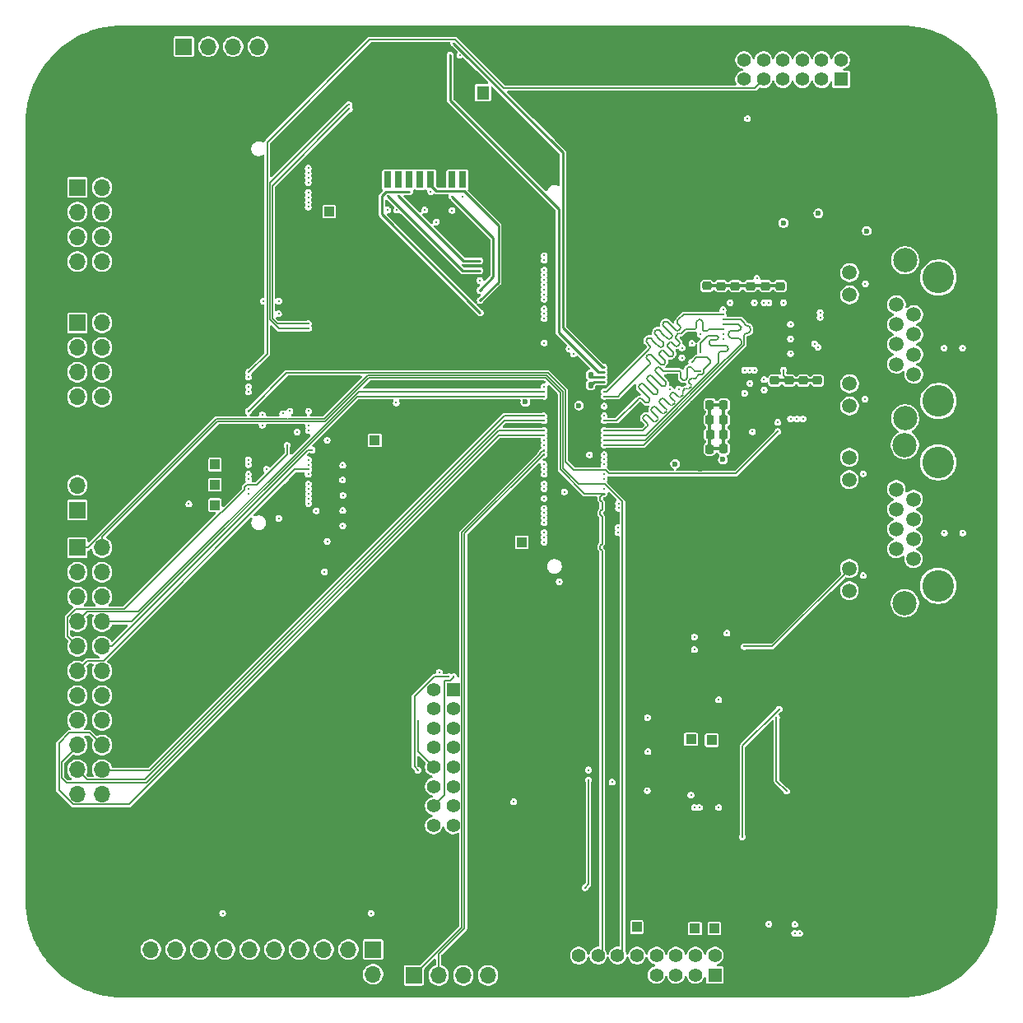
<source format=gbr>
%TF.GenerationSoftware,KiCad,Pcbnew,9.0.3*%
%TF.CreationDate,2025-07-11T15:18:27-07:00*%
%TF.ProjectId,imx8x_carrier_v1,696d7838-785f-4636-9172-726965725f76,A*%
%TF.SameCoordinates,Original*%
%TF.FileFunction,Copper,L6,Bot*%
%TF.FilePolarity,Positive*%
%FSLAX46Y46*%
G04 Gerber Fmt 4.6, Leading zero omitted, Abs format (unit mm)*
G04 Created by KiCad (PCBNEW 9.0.3) date 2025-07-11 15:18:27*
%MOMM*%
%LPD*%
G01*
G04 APERTURE LIST*
G04 Aperture macros list*
%AMRoundRect*
0 Rectangle with rounded corners*
0 $1 Rounding radius*
0 $2 $3 $4 $5 $6 $7 $8 $9 X,Y pos of 4 corners*
0 Add a 4 corners polygon primitive as box body*
4,1,4,$2,$3,$4,$5,$6,$7,$8,$9,$2,$3,0*
0 Add four circle primitives for the rounded corners*
1,1,$1+$1,$2,$3*
1,1,$1+$1,$4,$5*
1,1,$1+$1,$6,$7*
1,1,$1+$1,$8,$9*
0 Add four rect primitives between the rounded corners*
20,1,$1+$1,$2,$3,$4,$5,0*
20,1,$1+$1,$4,$5,$6,$7,0*
20,1,$1+$1,$6,$7,$8,$9,0*
20,1,$1+$1,$8,$9,$2,$3,0*%
G04 Aperture macros list end*
%TA.AperFunction,ComponentPad*%
%ADD10O,1.700000X1.700000*%
%TD*%
%TA.AperFunction,ComponentPad*%
%ADD11R,1.700000X1.700000*%
%TD*%
%TA.AperFunction,ComponentPad*%
%ADD12C,1.400000*%
%TD*%
%TA.AperFunction,ComponentPad*%
%ADD13R,1.400000X1.400000*%
%TD*%
%TA.AperFunction,ComponentPad*%
%ADD14C,2.500000*%
%TD*%
%TA.AperFunction,ComponentPad*%
%ADD15C,1.520000*%
%TD*%
%TA.AperFunction,ComponentPad*%
%ADD16C,3.250000*%
%TD*%
%TA.AperFunction,ComponentPad*%
%ADD17R,1.000000X1.000000*%
%TD*%
%TA.AperFunction,ComponentPad*%
%ADD18C,4.700000*%
%TD*%
%TA.AperFunction,SMDPad,CuDef*%
%ADD19RoundRect,0.225000X0.250000X-0.225000X0.250000X0.225000X-0.250000X0.225000X-0.250000X-0.225000X0*%
%TD*%
%TA.AperFunction,SMDPad,CuDef*%
%ADD20RoundRect,0.225000X-0.225000X-0.250000X0.225000X-0.250000X0.225000X0.250000X-0.225000X0.250000X0*%
%TD*%
%TA.AperFunction,SMDPad,CuDef*%
%ADD21RoundRect,0.135000X0.135000X0.185000X-0.135000X0.185000X-0.135000X-0.185000X0.135000X-0.185000X0*%
%TD*%
%TA.AperFunction,SMDPad,CuDef*%
%ADD22RoundRect,0.225000X0.225000X0.250000X-0.225000X0.250000X-0.225000X-0.250000X0.225000X-0.250000X0*%
%TD*%
%TA.AperFunction,SMDPad,CuDef*%
%ADD23RoundRect,0.225000X-0.250000X0.225000X-0.250000X-0.225000X0.250000X-0.225000X0.250000X0.225000X0*%
%TD*%
%TA.AperFunction,SMDPad,CuDef*%
%ADD24R,0.800000X1.680000*%
%TD*%
%TA.AperFunction,SMDPad,CuDef*%
%ADD25R,1.290000X1.400000*%
%TD*%
%TA.AperFunction,SMDPad,CuDef*%
%ADD26R,1.290000X1.300000*%
%TD*%
%TA.AperFunction,SMDPad,CuDef*%
%ADD27R,1.600000X1.500000*%
%TD*%
%TA.AperFunction,SMDPad,CuDef*%
%ADD28R,1.700000X1.500000*%
%TD*%
%TA.AperFunction,SMDPad,CuDef*%
%ADD29R,1.500000X1.700000*%
%TD*%
%TA.AperFunction,ViaPad*%
%ADD30C,0.300000*%
%TD*%
%TA.AperFunction,ViaPad*%
%ADD31C,0.600000*%
%TD*%
%TA.AperFunction,Conductor*%
%ADD32C,0.150000*%
%TD*%
%TA.AperFunction,Conductor*%
%ADD33C,0.300000*%
%TD*%
%TA.AperFunction,Conductor*%
%ADD34C,0.250000*%
%TD*%
%TA.AperFunction,Conductor*%
%ADD35C,0.156500*%
%TD*%
G04 APERTURE END LIST*
D10*
%TO.P,J5,20,GND1*%
%TO.N,GND*%
X71215000Y-135375000D03*
%TO.P,J5,19,NC1*%
%TO.N,unconnected-(J5-NC1-Pad19)*%
X71215000Y-132835000D03*
%TO.P,J5,18,GND2*%
%TO.N,GND*%
X73755000Y-135375000D03*
%TO.P,J5,17,NC2*%
%TO.N,unconnected-(J5-NC2-Pad17)*%
X73755000Y-132835000D03*
%TO.P,J5,16,GND3*%
%TO.N,GND*%
X76295000Y-135375000D03*
%TO.P,J5,15,JTAG_SRST*%
%TO.N,X_POR_B_3V3*%
X76294999Y-132835000D03*
%TO.P,J5,14,GND4*%
%TO.N,GND*%
X78835000Y-135375000D03*
%TO.P,J5,13,JTAG_TDO*%
%TO.N,Net-(J5-JTAG_TDO)*%
X78835000Y-132835000D03*
%TO.P,J5,12,GND5*%
%TO.N,GND*%
X81375000Y-135375000D03*
%TO.P,J5,11,JTAG_RTCK*%
%TO.N,Net-(J5-JTAG_RTCK)*%
X81375000Y-132835000D03*
%TO.P,J5,10,GND6*%
%TO.N,GND*%
X83915000Y-135375000D03*
%TO.P,J5,9,JTAG_TCK*%
%TO.N,X_SCU_JTAG_TCK*%
X83915000Y-132835000D03*
%TO.P,J5,8,GND7*%
%TO.N,GND*%
X86455000Y-135375000D03*
%TO.P,J5,7,JTAG_TMS*%
%TO.N,X_SCU_JTAG_TMS*%
X86455000Y-132835000D03*
%TO.P,J5,6,GND8*%
%TO.N,GND*%
X88995000Y-135375000D03*
%TO.P,J5,5,JTAG_TDI*%
%TO.N,X_SCU_JTAG_TDI*%
X88995001Y-132835000D03*
%TO.P,J5,4,GND9*%
%TO.N,GND*%
X91535000Y-135375000D03*
%TO.P,J5,3,nJTAG_TRST*%
%TO.N,X_SCU_JTAG_TRST_B*%
X91535000Y-132835000D03*
%TO.P,J5,2,VSUPPLY*%
%TO.N,VCC_3V3_OUT*%
X94075000Y-135375000D03*
D11*
%TO.P,J5,1,TREF*%
%TO.N,Net-(J5-TREF)*%
X94075000Y-132835000D03*
%TD*%
D12*
%TO.P,CN1,16,16*%
%TO.N,X_SCU_WDOG0_WDOG_OUT*%
X115224800Y-133467600D03*
%TO.P,CN1,15,15*%
%TO.N,GND*%
X115224800Y-135467600D03*
%TO.P,CN1,14,14*%
%TO.N,X_LSIO_GPIO0_IO14*%
X117224800Y-133467600D03*
%TO.P,CN1,13,13*%
%TO.N,GND*%
X117224800Y-135467600D03*
%TO.P,CN1,12,12*%
%TO.N,X_LSIO_GPIO0_IO13*%
X119224800Y-133467600D03*
%TO.P,CN1,11,11*%
%TO.N,GND*%
X119224800Y-135467600D03*
%TO.P,CN1,10,10*%
%TO.N,Net-(CN1-Pad10)*%
X121224800Y-133467600D03*
%TO.P,CN1,9,9*%
%TO.N,GND*%
X121224800Y-135467600D03*
%TO.P,CN1,8,8*%
%TO.N,X_ADMA_I2C0_SCL*%
X123224800Y-133467600D03*
%TO.P,CN1,7,7*%
%TO.N,VCC_3V3*%
X123224800Y-135467600D03*
%TO.P,CN1,6,6*%
%TO.N,X_ADMA_I2C0_SDA*%
X125224800Y-133467600D03*
%TO.P,CN1,5,5*%
%TO.N,VCC_3V3*%
X125224800Y-135467600D03*
%TO.P,CN1,4,4*%
%TO.N,Net-(CN1-Pad4)*%
X127224800Y-133467600D03*
%TO.P,CN1,3,3*%
%TO.N,VCC_3V3*%
X127224800Y-135467600D03*
%TO.P,CN1,2,2*%
%TO.N,Net-(CN1-Pad2)*%
X129224800Y-133467600D03*
D13*
%TO.P,CN1,1,1*%
%TO.N,VCC_3V3*%
X129224800Y-135467600D03*
%TD*%
D14*
%TO.P,RJ1,14,SHELL*%
%TO.N,GNDPWR*%
X148769999Y-97200000D03*
%TO.P,RJ1,13,SHELL*%
X148769999Y-80940000D03*
D15*
%TO.P,RJ1,12,R+*%
%TO.N,VCC_3V3_OUT*%
X143059999Y-82210000D03*
%TO.P,RJ1,11,R-*%
%TO.N,Net-(RJ1-R-)*%
X143060000Y-84500000D03*
%TO.P,RJ1,10,L+*%
%TO.N,VCC_3V3_OUT*%
X143060000Y-93640000D03*
%TO.P,RJ1,9,L-*%
%TO.N,Net-(RJ1-L-)*%
X143059999Y-95930000D03*
%TO.P,RJ1,8,8*%
%TO.N,X_ETH0_D_RXDV_N*%
X147879999Y-85510000D03*
%TO.P,RJ1,7,7*%
%TO.N,X_ETH0_D_RXDV_P*%
X149659999Y-86530000D03*
%TO.P,RJ1,6,6*%
%TO.N,X_ETH0_B_TX_N*%
X147879999Y-87550000D03*
%TO.P,RJ1,5,5*%
%TO.N,X_ETH0_C_TXCLK_N*%
X149659999Y-88570000D03*
%TO.P,RJ1,4,4*%
%TO.N,X_ETH0_C_TXCLK_P*%
X147879999Y-89590000D03*
%TO.P,RJ1,3,3*%
%TO.N,X_ETH0_B_TX_P*%
X149659999Y-90610000D03*
%TO.P,RJ1,2,2*%
%TO.N,X_ETH0_A_TX_N*%
X147879999Y-91630000D03*
%TO.P,RJ1,1,1*%
%TO.N,X_ETH0_A_TX_P*%
X149659999Y-92650000D03*
D16*
%TO.P,RJ1,*%
%TO.N,*%
X152200000Y-95420000D03*
X152200000Y-82720000D03*
%TD*%
D14*
%TO.P,RJ2,14,SHELL*%
%TO.N,GNDPWR*%
X148799999Y-78200000D03*
%TO.P,RJ2,13,SHELL*%
X148799999Y-61940000D03*
D15*
%TO.P,RJ2,12,R+*%
%TO.N,VCC_3V3_OUT*%
X143089999Y-63210000D03*
%TO.P,RJ2,11,R-*%
%TO.N,Net-(RJ2-R-)*%
X143090000Y-65500000D03*
%TO.P,RJ2,10,L+*%
%TO.N,VCC_3V3_OUT*%
X143090000Y-74640000D03*
%TO.P,RJ2,9,L-*%
%TO.N,Net-(RJ2-L-)*%
X143089999Y-76930000D03*
%TO.P,RJ2,8,8*%
%TO.N,ETH1_D_RXDV_N*%
X147909999Y-66510000D03*
%TO.P,RJ2,7,7*%
%TO.N,ETH1_D_RXDV_P*%
X149689999Y-67530000D03*
%TO.P,RJ2,6,6*%
%TO.N,ETH1_B_TX_N*%
X147909999Y-68550000D03*
%TO.P,RJ2,5,5*%
%TO.N,ETH1_C_TXCLK_N*%
X149689999Y-69570000D03*
%TO.P,RJ2,4,4*%
%TO.N,ETH1_C_TXCLK_P*%
X147909999Y-70590000D03*
%TO.P,RJ2,3,3*%
%TO.N,ETH1_B_TX_P*%
X149689999Y-71610000D03*
%TO.P,RJ2,2,2*%
%TO.N,ETH1_A_TX_N*%
X147909999Y-72630000D03*
%TO.P,RJ2,1,1*%
%TO.N,ETH1_A_TX_P*%
X149689999Y-73650000D03*
D16*
%TO.P,RJ2,*%
%TO.N,*%
X152230000Y-76420000D03*
X152230000Y-63720000D03*
%TD*%
D13*
%TO.P,CN3,1,1*%
%TO.N,X_ADMA_SPI0_CS0*%
X102300000Y-106075000D03*
D12*
%TO.P,CN3,2,2*%
%TO.N,X_ADMA_SPI1_CS0*%
X100300000Y-106075000D03*
%TO.P,CN3,3,3*%
%TO.N,X_ADMA_SPI0_CS1*%
X102300000Y-108075000D03*
%TO.P,CN3,4,4*%
%TO.N,X_ADMA_SPI1_CS1*%
X100300000Y-108075000D03*
%TO.P,CN3,5,5*%
%TO.N,X_ADMA_SPI0_SCK*%
X102300000Y-110075000D03*
%TO.P,CN3,6,6*%
%TO.N,X_ADMA_SPI1_SCK*%
X100300000Y-110075000D03*
%TO.P,CN3,7,7*%
%TO.N,X_ADMA_SPI0_SDI*%
X102300000Y-112075000D03*
%TO.P,CN3,8,8*%
%TO.N,X_ADMA_SPI1_SDI*%
X100300000Y-112075000D03*
%TO.P,CN3,9,9*%
%TO.N,X_ADMA_SPI0_SDO*%
X102300000Y-114075000D03*
%TO.P,CN3,10,10*%
%TO.N,X_ADMA_SPI1_SDO*%
X100300000Y-114075000D03*
%TO.P,CN3,11,11*%
%TO.N,X_ADMA_SPI2_CS0*%
X102300000Y-116075000D03*
%TO.P,CN3,12,12*%
%TO.N,X_ADMA_SPI2_SDI*%
X100300000Y-116075000D03*
%TO.P,CN3,13,13*%
%TO.N,X_ADMA_SPI2_CS1*%
X102300000Y-118075000D03*
%TO.P,CN3,14,14*%
%TO.N,X_ADMA_SPI2_SDO*%
X100300000Y-118075000D03*
%TO.P,CN3,15,15*%
%TO.N,X_ADMA_SPI2_SCK*%
X102300000Y-120075000D03*
%TO.P,CN3,16,16*%
%TO.N,unconnected-(CN3-Pad16)*%
X100300000Y-120075000D03*
%TD*%
D11*
%TO.P,J6,1,Pin_1*%
%TO.N,X_LSIO_QSPIOB_SS0_B*%
X63650000Y-68375000D03*
D10*
%TO.P,J6,2,Pin_2*%
%TO.N,X_LSIO_QSPI0B_DATA0*%
X66190000Y-68375000D03*
%TO.P,J6,3,Pin_3*%
%TO.N,X_LSIO_QSPIOB_SS1_B*%
X63650000Y-70915000D03*
%TO.P,J6,4,Pin_4*%
%TO.N,X_LSIO_QSPI0B_DATA1*%
X66190000Y-70915000D03*
%TO.P,J6,5,Pin_5*%
%TO.N,X_LSIO_QSPI0B_SCLK*%
X63650000Y-73455000D03*
%TO.P,J6,6,Pin_6*%
%TO.N,X_LSIO_QSPI0B_DATA2*%
X66190000Y-73455000D03*
%TO.P,J6,7,Pin_7*%
%TO.N,X_LSIO_QSPI0B_DQS*%
X63650000Y-75995000D03*
%TO.P,J6,8,Pin_8*%
%TO.N,X_LSIO_QSPI0B_DATA3*%
X66190000Y-75995000D03*
%TO.P,J6,9,Pin_9*%
%TO.N,GND*%
X63650000Y-78535000D03*
%TO.P,J6,10,Pin_10*%
X66190000Y-78535000D03*
%TD*%
D11*
%TO.P,J9,1,Pin_1*%
%TO.N,X_LSIO_GPIO0_IO13*%
X63650000Y-91485000D03*
D10*
%TO.P,J9,2,Pin_2*%
%TO.N,X_LSIO_GPIO0_IO14*%
X66190000Y-91485000D03*
%TO.P,J9,3,Pin_3*%
%TO.N,X_LSIO_GPIO0_IO15*%
X63650000Y-94025000D03*
%TO.P,J9,4,Pin_4*%
%TO.N,X_LSIO_GPIO0_IO16*%
X66190000Y-94025000D03*
%TO.P,J9,5,Pin_5*%
%TO.N,X_LSO_GPIO0_IO19*%
X63650000Y-96564999D03*
%TO.P,J9,6,Pin_6*%
%TO.N,X_LSO_GPIO0_IO20*%
X66190000Y-96565000D03*
%TO.P,J9,7,Pin_7*%
%TO.N,X_LSO_GPIO0_IO30*%
X63650000Y-99105000D03*
%TO.P,J9,8,Pin_8*%
%TO.N,X_LSO_GPIO0_IO31*%
X66190000Y-99105000D03*
%TO.P,J9,9,Pin_9*%
%TO.N,X_LSIO_GPIO1_IO09*%
X63650000Y-101645000D03*
%TO.P,J9,10,Pin_10*%
%TO.N,X_LSIO_GPIO1_IO10*%
X66190000Y-101645000D03*
%TO.P,J9,11,Pin_11*%
%TO.N,X_LSIO_GPIO1_IO12*%
X63650000Y-104185000D03*
%TO.P,J9,12,Pin_12*%
%TO.N,unconnected-(J9-Pin_12-Pad12)*%
X66190000Y-104185000D03*
%TO.P,J9,13,Pin_13*%
%TO.N,X_LSIO_GPIO1_IO29*%
X63650000Y-106725000D03*
%TO.P,J9,14,Pin_14*%
%TO.N,X_LSIO_GPIO1_IO30*%
X66190000Y-106725000D03*
%TO.P,J9,15,Pin_15*%
%TO.N,X_LSIO_GPIO1_IO26*%
X63650000Y-109265001D03*
%TO.P,J9,16,Pin_16*%
%TO.N,X_LSIO_GPIO1_IO25*%
X66190000Y-109265000D03*
%TO.P,J9,17,Pin_17*%
%TO.N,X_LSO_GPIO1_IO20*%
X63650000Y-111805000D03*
%TO.P,J9,18,Pin_18*%
%TO.N,X_LSO_GPIO1_IO19*%
X66190000Y-111805000D03*
%TO.P,J9,19,Pin_19*%
%TO.N,X_LSO_GPIO1_IO18*%
X63650000Y-114345000D03*
%TO.P,J9,20,Pin_20*%
%TO.N,X_LSO_GPIO1_IO17*%
X66190000Y-114345000D03*
%TO.P,J9,21,Pin_21*%
%TO.N,X_LSIO_GPIO1_IO14*%
X63650000Y-116885000D03*
%TO.P,J9,22,Pin_22*%
%TO.N,X_LSIO_GPIO1_IO13*%
X66190000Y-116885000D03*
%TD*%
D11*
%TO.P,J2,1,Pin_1*%
%TO.N,X_ADMA_UART1_RX*%
X74590000Y-39950000D03*
D10*
%TO.P,J2,2,Pin_2*%
%TO.N,X_ADMA_UART1_TX*%
X77130000Y-39950000D03*
%TO.P,J2,3,Pin_3*%
%TO.N,X_ADMA_UART1_RTS_B*%
X79669999Y-39950000D03*
%TO.P,J2,4,Pin_4*%
%TO.N,X_ADMA_UART1_CTS_B*%
X82210000Y-39950000D03*
%TO.P,J2,5,Pin_5*%
%TO.N,GND*%
X84750000Y-39950000D03*
%TD*%
D17*
%TO.P,TP12,1,1*%
%TO.N,VCC_1V8_OUT*%
X77801600Y-85019800D03*
%TD*%
D18*
%TO.P,H3,1,MP*%
%TO.N,GND*%
X148318400Y-127769800D03*
%TD*%
D11*
%TO.P,J3,1,Pin_1*%
%TO.N,X_ADMA_UART2_RX*%
X98270000Y-135500000D03*
D10*
%TO.P,J3,2,Pin_2*%
%TO.N,X_ADMA_UART2_TX*%
X100810000Y-135500000D03*
%TO.P,J3,3,Pin_3*%
%TO.N,unconnected-(J3-Pin_3-Pad3)*%
X103349999Y-135500000D03*
%TO.P,J3,4,Pin_4*%
%TO.N,unconnected-(J3-Pin_4-Pad4)*%
X105890000Y-135500000D03*
%TO.P,J3,5,Pin_5*%
%TO.N,GND*%
X108430000Y-135500000D03*
%TD*%
D11*
%TO.P,J8,1,Pin_1*%
%TO.N,VCC_3V3_OUT*%
X63650000Y-87625000D03*
D10*
%TO.P,J8,2,Pin_2*%
%TO.N,Net-(J8-Pin_2)*%
X63650000Y-85085000D03*
%TO.P,J8,3,Pin_3*%
%TO.N,GND*%
X63650000Y-82545001D03*
%TD*%
D18*
%TO.P,H2,1,MP*%
%TO.N,GND*%
X148318400Y-47769800D03*
%TD*%
%TO.P,H4,1,MP*%
%TO.N,GND*%
X68318400Y-127769800D03*
%TD*%
%TO.P,H6,1,MP*%
%TO.N,GND*%
X116556000Y-50557700D03*
%TD*%
D17*
%TO.P,TP4,1,1*%
%TO.N,VDD_ADC_1V8*%
X94247600Y-80455900D03*
%TD*%
%TO.P,TP10,1,1*%
%TO.N,Net-(CN1-Pad4)*%
X127177800Y-130683000D03*
%TD*%
%TO.P,TP8,1,1*%
%TO.N,X_SCU_WDOG0_WDOG_OUT*%
X77800000Y-82950000D03*
%TD*%
D13*
%TO.P,CN4,1,1*%
%TO.N,X_ADMA_I2C0_SCL*%
X142225000Y-43325000D03*
D12*
%TO.P,CN4,2,2*%
%TO.N,X_ADMA_I2C3_SCL*%
X142225000Y-41325000D03*
%TO.P,CN4,3,3*%
%TO.N,X_ADMA_I2C0_SDA*%
X140225000Y-43325000D03*
%TO.P,CN4,4,4*%
%TO.N,X_ADMA_I2C3_SDA*%
X140225000Y-41325000D03*
%TO.P,CN4,5,5*%
%TO.N,X_ADMA_I2C1_SCL*%
X138225000Y-43325000D03*
%TO.P,CN4,6,6*%
%TO.N,VCC_3V3_OUT*%
X138225000Y-41325000D03*
%TO.P,CN4,7,7*%
%TO.N,X_ADMA_I2C1_SDA*%
X136225000Y-43325000D03*
%TO.P,CN4,8,8*%
%TO.N,VCC_3V3_OUT*%
X136225000Y-41325000D03*
%TO.P,CN4,9,9*%
%TO.N,X_ADMA_I2C2_SCL*%
X134225000Y-43325000D03*
%TO.P,CN4,10,10*%
%TO.N,VCC_3V3_OUT*%
X134225000Y-41325000D03*
%TO.P,CN4,11,11*%
%TO.N,X_ADMA_I2C2_SDA*%
X132225000Y-43325000D03*
%TO.P,CN4,12,12*%
%TO.N,VCC_3V3_OUT*%
X132225000Y-41325000D03*
%TO.P,CN4,13,13*%
%TO.N,GND*%
X130225000Y-43325000D03*
%TO.P,CN4,14,14*%
X130225000Y-41325000D03*
%TO.P,CN4,15,15*%
X128225000Y-43325000D03*
%TO.P,CN4,16,16*%
X128225000Y-41325000D03*
%TD*%
D17*
%TO.P,TP5,1,1*%
%TO.N,VCC_QSPI_1V8*%
X89555800Y-56933100D03*
%TD*%
%TO.P,TP7,1,1*%
%TO.N,VCC_3V3_OUT*%
X77800000Y-87125000D03*
%TD*%
%TO.P,TP9,1,1*%
%TO.N,Net-(CN1-Pad2)*%
X129184400Y-130683000D03*
%TD*%
D18*
%TO.P,H5,1,MP*%
%TO.N,GND*%
X82545400Y-94575900D03*
%TD*%
D11*
%TO.P,J10,1,Pin_1*%
%TO.N,X_LSIO_QSPI0A_SS0_B*%
X63640000Y-54440001D03*
D10*
%TO.P,J10,2,Pin_2*%
%TO.N,X_LSIO_QSPI0A_DATA0*%
X66180000Y-54440001D03*
%TO.P,J10,3,Pin_3*%
%TO.N,X_LSIO_QSPI0A_SS1_B*%
X63640000Y-56980001D03*
%TO.P,J10,4,Pin_4*%
%TO.N,X_LSIO_QSPI0A_DATA1*%
X66180000Y-56980001D03*
%TO.P,J10,5,Pin_5*%
%TO.N,X_LSIO_QSPI0A_SCLK*%
X63640000Y-59520000D03*
%TO.P,J10,6,Pin_6*%
%TO.N,X_LSIO_QSPI0A_DATA2*%
X66180000Y-59520001D03*
%TO.P,J10,7,Pin_7*%
%TO.N,X_LSIO_QSPI0A_DQS*%
X63640000Y-62060001D03*
%TO.P,J10,8,Pin_8*%
%TO.N,X_LSIO_QSPI0A_DATA3*%
X66180000Y-62060001D03*
%TO.P,J10,9,Pin_9*%
%TO.N,GND*%
X63640000Y-64600001D03*
%TO.P,J10,10,Pin_10*%
X66180000Y-64600001D03*
%TD*%
D17*
%TO.P,TP11,1,1*%
%TO.N,Net-(CN1-Pad10)*%
X121200000Y-130530000D03*
%TD*%
D18*
%TO.P,H1,1,MP*%
%TO.N,GND*%
X68318400Y-47769800D03*
%TD*%
D17*
%TO.P,TP6,1,1*%
%TO.N,X_ETH0_INT*%
X109375000Y-90950000D03*
%TD*%
D19*
%TO.P,C3,1*%
%TO.N,VCC_ENET_2V5*%
X135979999Y-64595000D03*
%TO.P,C3,2*%
%TO.N,GND*%
X135979999Y-63045000D03*
%TD*%
D17*
%TO.P,TP2,1,1*%
%TO.N,Net-(U4-ADBUS7)*%
X128900000Y-111300000D03*
%TD*%
D19*
%TO.P,C7,1*%
%TO.N,VCC_ENET_2V5*%
X129866798Y-64585001D03*
%TO.P,C7,2*%
%TO.N,GND*%
X129866798Y-63035001D03*
%TD*%
D20*
%TO.P,C27,1*%
%TO.N,VCC_ENET_2V5*%
X130149999Y-81300000D03*
%TO.P,C27,2*%
%TO.N,GND*%
X131699999Y-81300000D03*
%TD*%
D21*
%TO.P,R94,1*%
%TO.N,X_BOOT_MODE2*%
X116461999Y-73728600D03*
%TO.P,R94,2*%
%TO.N,GND*%
X115442001Y-73728600D03*
%TD*%
D22*
%TO.P,C29,1*%
%TO.N,VCC_ENET_2V5*%
X128694999Y-76780000D03*
%TO.P,C29,2*%
%TO.N,GND*%
X127144999Y-76780000D03*
%TD*%
D19*
%TO.P,C6,1*%
%TO.N,VCC_ENET_2V5*%
X131333400Y-64595000D03*
%TO.P,C6,2*%
%TO.N,GND*%
X131333400Y-63045000D03*
%TD*%
%TO.P,C4,1*%
%TO.N,VCC_ENET_2V5*%
X134433400Y-64595000D03*
%TO.P,C4,2*%
%TO.N,GND*%
X134433400Y-63045000D03*
%TD*%
D22*
%TO.P,C28,1*%
%TO.N,VCC_ENET_2V5*%
X128704999Y-81350001D03*
%TO.P,C28,2*%
%TO.N,GND*%
X127154999Y-81350001D03*
%TD*%
%TO.P,C25,1*%
%TO.N,VCC_ENET_2V5*%
X128715000Y-79860001D03*
%TO.P,C25,2*%
%TO.N,GND*%
X127165000Y-79860001D03*
%TD*%
D23*
%TO.P,C24,1*%
%TO.N,Net-(Q1-D)*%
X139799999Y-74300000D03*
%TO.P,C24,2*%
%TO.N,GND*%
X139799999Y-75850000D03*
%TD*%
%TO.P,C20,1*%
%TO.N,Net-(Q1-D)*%
X135389999Y-74300000D03*
%TO.P,C20,2*%
%TO.N,GND*%
X135389999Y-75850000D03*
%TD*%
D24*
%TO.P,Card1,1,DAT2*%
%TO.N,Net-(Card1-DAT2)*%
X95590000Y-53650000D03*
%TO.P,Card1,2,CD/DAT3*%
%TO.N,Net-(Card1-CD{slash}DAT3)*%
X96690000Y-53650000D03*
%TO.P,Card1,3,CMD*%
%TO.N,Net-(Card1-CMD)*%
X97790000Y-53650000D03*
%TO.P,Card1,4,VDD*%
%TO.N,Net-(Card1-VDD)*%
X98890000Y-53650000D03*
%TO.P,Card1,5,CLK*%
%TO.N,X_CONN_USDHC1_CLK*%
X99990001Y-53650000D03*
%TO.P,Card1,6,VSS*%
%TO.N,GND*%
X101090000Y-53650000D03*
%TO.P,Card1,7,DAT0*%
%TO.N,Net-(Card1-DAT0)*%
X102190000Y-53650001D03*
%TO.P,Card1,8,DAT1*%
%TO.N,Net-(Card1-DAT1)*%
X103290000Y-53650000D03*
D25*
%TO.P,Card1,9,SW*%
%TO.N,X_CONN_USDHC1_CD_B*%
X105350000Y-44690000D03*
D26*
%TO.P,Card1,10,DET*%
%TO.N,GND*%
X105350000Y-52160000D03*
D27*
%TO.P,Card1,11,SHELL*%
X104700001Y-53790000D03*
D28*
%TO.P,Card1,12,SHELL*%
X92040000Y-53740000D03*
D29*
%TO.P,Card1,13,SHELL*%
X91950000Y-38890000D03*
%TO.P,Card1,14,SHELL*%
X105240000Y-38890000D03*
%TD*%
D23*
%TO.P,C23,1*%
%TO.N,Net-(Q1-D)*%
X138319999Y-74300000D03*
%TO.P,C23,2*%
%TO.N,GND*%
X138319999Y-75850000D03*
%TD*%
D17*
%TO.P,TP1,1,1*%
%TO.N,Net-(U4-BDBUS7)*%
X126771400Y-111201200D03*
%TD*%
D20*
%TO.P,C26,1*%
%TO.N,VCC_ENET_2V5*%
X130144999Y-79840000D03*
%TO.P,C26,2*%
%TO.N,GND*%
X131694999Y-79840000D03*
%TD*%
D19*
%TO.P,C5,1*%
%TO.N,VCC_ENET_2V5*%
X132876798Y-64595001D03*
%TO.P,C5,2*%
%TO.N,GND*%
X132876798Y-63045001D03*
%TD*%
D21*
%TO.P,R96,1*%
%TO.N,X_BOOT_MODE3*%
X116459999Y-74770000D03*
%TO.P,R96,2*%
%TO.N,GND*%
X115440001Y-74770000D03*
%TD*%
D20*
%TO.P,C31,1*%
%TO.N,VCC_ENET_2V5*%
X130139999Y-76840000D03*
%TO.P,C31,2*%
%TO.N,GND*%
X131689999Y-76840000D03*
%TD*%
D22*
%TO.P,C30,1*%
%TO.N,VCC_ENET_2V5*%
X128695000Y-78330002D03*
%TO.P,C30,2*%
%TO.N,GND*%
X127145000Y-78330002D03*
%TD*%
D23*
%TO.P,C19,1*%
%TO.N,Net-(Q1-D)*%
X136849999Y-74300000D03*
%TO.P,C19,2*%
%TO.N,GND*%
X136849999Y-75850000D03*
%TD*%
D19*
%TO.P,C8,1*%
%TO.N,VCC_ENET_2V5*%
X128396799Y-64581803D03*
%TO.P,C8,2*%
%TO.N,GND*%
X128396799Y-63031803D03*
%TD*%
D20*
%TO.P,C32,1*%
%TO.N,VCC_ENET_2V5*%
X130144999Y-78360000D03*
%TO.P,C32,2*%
%TO.N,GND*%
X131694999Y-78360000D03*
%TD*%
D30*
%TO.N,GND*%
X131900000Y-86400000D03*
X130600000Y-85900000D03*
X81125000Y-129125000D03*
%TO.N,X_SCU_JTAG_TDO*%
X78600000Y-129100000D03*
%TO.N,Net-(Card1-CD{slash}DAT3)*%
X96690000Y-53650000D03*
%TO.N,GND*%
X138900000Y-134925000D03*
X120600000Y-125310000D03*
X114625000Y-126475000D03*
X87422000Y-79950000D03*
X138950000Y-108025000D03*
X118800000Y-106525000D03*
X115440000Y-73750000D03*
X87422000Y-65950000D03*
X116250000Y-112300000D03*
X138925000Y-113225000D03*
X69240000Y-85660000D03*
X94000002Y-38639999D03*
X117838600Y-59437800D03*
X110075000Y-117650000D03*
X131150000Y-100300000D03*
X117838600Y-91437800D03*
X143250000Y-122525000D03*
X128350000Y-103300000D03*
X143250000Y-119650000D03*
X117838600Y-72437800D03*
X115440000Y-74790000D03*
X113375000Y-111750000D03*
X111666600Y-78937800D03*
X117838600Y-62437800D03*
X118725000Y-130000000D03*
X89400000Y-83025000D03*
X81250000Y-74450000D03*
X117838600Y-86437800D03*
X140500000Y-132550000D03*
X118800000Y-103400000D03*
X120260000Y-58440000D03*
X87422000Y-67450000D03*
X133925000Y-107050000D03*
X117838600Y-65437800D03*
X139750000Y-60500000D03*
X99580000Y-50500000D03*
X141625000Y-125450000D03*
X124125000Y-118300000D03*
X131875000Y-103300000D03*
X87422000Y-76950000D03*
X135000000Y-134950000D03*
X134560000Y-117560000D03*
X111666600Y-66437800D03*
X153770000Y-73700000D03*
X141050000Y-134950000D03*
X87422000Y-71950000D03*
X135575000Y-132625000D03*
X111666600Y-59937800D03*
X153780000Y-88300000D03*
X117838600Y-63937800D03*
X137225000Y-134925000D03*
X111666600Y-86937800D03*
X111666600Y-84437800D03*
X87422000Y-60950000D03*
X132925000Y-103325000D03*
X90900000Y-80475000D03*
X87422000Y-84450000D03*
X105350000Y-52160000D03*
X130600000Y-107200000D03*
X122460000Y-67510000D03*
D31*
X123593201Y-82856599D03*
D30*
X116250000Y-113325000D03*
X139825000Y-130725000D03*
X137032400Y-124899000D03*
X122200000Y-107550000D03*
X144880000Y-57030000D03*
X81250000Y-71950000D03*
X116300000Y-109950000D03*
X81250000Y-56950000D03*
X120280000Y-57460000D03*
X138950000Y-109075000D03*
X141625000Y-127025000D03*
X137379999Y-62500000D03*
X87422000Y-57450000D03*
X111666600Y-82437800D03*
X118800000Y-101850000D03*
X89375000Y-84525000D03*
X138950000Y-114275000D03*
X129100000Y-118250000D03*
X111666600Y-74437800D03*
X113350000Y-113375000D03*
X134770000Y-57250000D03*
X116300000Y-108900000D03*
X117838600Y-66437800D03*
X90620000Y-68520000D03*
D31*
X133539999Y-69770000D03*
D30*
X92040000Y-53740000D03*
X111666600Y-62437800D03*
X111666600Y-58937800D03*
X128625000Y-118250000D03*
X125420000Y-67530000D03*
D31*
X128396799Y-63031803D03*
D30*
X81250000Y-66950000D03*
X113500000Y-120325000D03*
D31*
X135699999Y-77660000D03*
D30*
X111666600Y-89437800D03*
X138925000Y-110125000D03*
X135179999Y-60900000D03*
X137660801Y-76260001D03*
X116300000Y-111300000D03*
X81250000Y-75950000D03*
X87422000Y-74450000D03*
X81250000Y-54450000D03*
X110050000Y-116125000D03*
X134550000Y-119950000D03*
X89400000Y-87675000D03*
X125950000Y-126025000D03*
X144000000Y-121025000D03*
X101090000Y-53650000D03*
X125029999Y-74860000D03*
X122300000Y-109975000D03*
X117838600Y-76437800D03*
X81250000Y-83450000D03*
X81250000Y-78950000D03*
X124925000Y-49285000D03*
X133425000Y-112475000D03*
X122125000Y-128450000D03*
X73870000Y-85650000D03*
X111666600Y-91437800D03*
X123950000Y-67530000D03*
X127100000Y-101325000D03*
X138900000Y-112175000D03*
X81250000Y-61950000D03*
X153790000Y-92710000D03*
X127300000Y-103300000D03*
X87422000Y-81950000D03*
X130125000Y-121250000D03*
X116275000Y-107850000D03*
X97725000Y-58200000D03*
X104700001Y-53790000D03*
X87422000Y-54450000D03*
X124620000Y-107170000D03*
X129075000Y-121250000D03*
X139149999Y-66919999D03*
X129500000Y-128575000D03*
X153750000Y-69300000D03*
X137032400Y-126524000D03*
X134780000Y-58860000D03*
X111666600Y-68937800D03*
X113350000Y-116500000D03*
X139051001Y-75031803D03*
X91960000Y-38880000D03*
X124225000Y-128225000D03*
X111666600Y-71937800D03*
X111666600Y-57437800D03*
X126275000Y-103300000D03*
X117838600Y-78937800D03*
X87422000Y-69450000D03*
X98070000Y-50470000D03*
X120550000Y-128450000D03*
X144725000Y-122525000D03*
X117838600Y-81437800D03*
X117838600Y-57937800D03*
X137475000Y-129250000D03*
X129350000Y-74750000D03*
X117838600Y-87937800D03*
X120280000Y-56490000D03*
X117838600Y-74937800D03*
X117838600Y-69437800D03*
X120260000Y-59440000D03*
D31*
X127749999Y-83380000D03*
D30*
X117838600Y-70937800D03*
X111666600Y-76437800D03*
X113350000Y-114925000D03*
X139350000Y-132275000D03*
D31*
X127154999Y-81350001D03*
D30*
X117175000Y-130000000D03*
X113350000Y-110150000D03*
X81250000Y-80950000D03*
X105240000Y-38890000D03*
X81250000Y-64450000D03*
X89400000Y-89250000D03*
X89400000Y-86125000D03*
X144725000Y-119650000D03*
X131670000Y-80660000D03*
X148670000Y-102330000D03*
X138925000Y-115300000D03*
X118800000Y-104975000D03*
X126125000Y-118275000D03*
X100600000Y-56230000D03*
X87422000Y-63450000D03*
X125850000Y-70000000D03*
X119060000Y-83450000D03*
X125840000Y-72900000D03*
X138925000Y-111150000D03*
X122225000Y-106475000D03*
D31*
X131689999Y-76840000D03*
D30*
X117838600Y-67937800D03*
X138950000Y-116350000D03*
X125250000Y-103300000D03*
X81250000Y-69450000D03*
X81250000Y-59450000D03*
X117838600Y-60937800D03*
X131100000Y-118250000D03*
%TO.N,Net-(Card1-VDD)*%
X98890000Y-53650000D03*
%TO.N,X_CONN_USDHC1_CD_B*%
X105350000Y-44690000D03*
X111666600Y-61437800D03*
%TO.N,Net-(Card1-CMD)*%
X97790000Y-53650000D03*
%TO.N,Net-(Card1-DAT0)*%
X102190000Y-53650001D03*
%TO.N,X_CONN_USDHC1_CLK*%
X99990001Y-53650000D03*
X105080200Y-66054900D03*
%TO.N,Net-(Card1-DAT2)*%
X95590000Y-53650000D03*
%TO.N,Net-(Card1-DAT1)*%
X103290000Y-53650000D03*
X103290000Y-53650000D03*
%TO.N,X_LSIO_GPIO0_IO13*%
X117838600Y-84937800D03*
%TO.N,VCC_3V3*%
X87425000Y-86950000D03*
X90950000Y-87675000D03*
X90950000Y-83025000D03*
X81250000Y-85450000D03*
X90925000Y-84525000D03*
X87425000Y-84950000D03*
X87425000Y-85450000D03*
X87425000Y-85950000D03*
X81250000Y-85950000D03*
X90950000Y-89250000D03*
X87425000Y-86450000D03*
X90975000Y-86125000D03*
%TO.N,X_ADMA_I2C0_SDA*%
X91575000Y-45900000D03*
X87425000Y-68950000D03*
%TO.N,X_ADMA_I2C0_SCL*%
X87425000Y-68450000D03*
X91618005Y-46373051D03*
X88225000Y-87700000D03*
%TO.N,X_SCU_WDOG0_WDOG_OUT*%
X81250000Y-82950000D03*
%TO.N,X_LSIO_GPIO0_IO14*%
X117838600Y-85937800D03*
%TO.N,X_ADMA_I2C2_SCL*%
X81250000Y-73450000D03*
%TO.N,VDD_ADC_1V8*%
X89350000Y-80450000D03*
%TO.N,VDD_ETH_1V0*%
X130789999Y-66300000D03*
X137009999Y-70020000D03*
D31*
X139877498Y-57102501D03*
D30*
X125509999Y-75180000D03*
X133289999Y-73240000D03*
X130069999Y-70020000D03*
D31*
%TO.N,VCC_ENET_2V5*%
X130149999Y-81300000D03*
D30*
X137009999Y-68520000D03*
X133289999Y-66300000D03*
D31*
X144847724Y-58910271D03*
D30*
X130069999Y-69520000D03*
D31*
X131333400Y-64595000D03*
D30*
X137009999Y-71519999D03*
X132789998Y-73240000D03*
D31*
X130049999Y-82430000D03*
D30*
%TO.N,3V3_FTDI*%
X122340000Y-112480000D03*
X116225000Y-114375000D03*
X118660000Y-115610000D03*
%TO.N,1V8_FTDI*%
X122300000Y-108975000D03*
X129625000Y-107150000D03*
X129625000Y-118225000D03*
X122275000Y-116475000D03*
%TO.N,X_ADMA_I2C3_SDA*%
X111666600Y-83437800D03*
X116325000Y-81950000D03*
%TO.N,X_ADMA_I2C3_SCL*%
X117838600Y-84437800D03*
%TO.N,X_LSO_GPIO1_IO20*%
X111666600Y-79437800D03*
%TO.N,X_ETH_GPIO1*%
X111666600Y-88937800D03*
X132289999Y-73240000D03*
%TO.N,X_LSO_GPIO1_IO17*%
X111640000Y-77940000D03*
%TO.N,Net-(J1-A19)*%
X111666600Y-65937800D03*
%TO.N,X_CONN_ENET1_TXD1*%
X117838600Y-80937800D03*
X130069999Y-68020001D03*
%TO.N,X_ADMA_UART1_RX*%
X113750000Y-85750000D03*
%TO.N,X_CONN_ENET1_RXD3*%
X117838600Y-78437800D03*
X127700000Y-73320000D03*
%TO.N,X_CONN_ENET1_RXD2*%
X117838600Y-79437800D03*
X126858198Y-72410000D03*
%TO.N,X_ADMA_UART2_TX*%
X111666600Y-81937800D03*
%TO.N,X_ADMA_SPI0_SDI*%
X114675000Y-71575000D03*
%TO.N,X_ETH0_INT*%
X111666600Y-90937800D03*
%TO.N,X_ADMA_SPI2_SDO*%
X102350000Y-104750000D03*
%TO.N,X_CONN_ENET1_RXD0*%
X126869999Y-70490000D03*
X117838600Y-81937800D03*
%TO.N,X_ADMA_UART1_TX*%
X111666600Y-86437800D03*
%TO.N,Net-(J1-A15)*%
X111666600Y-63937800D03*
%TO.N,X_ADMA_SPI2_CS0*%
X111666600Y-66937800D03*
X100875000Y-104325000D03*
%TO.N,Net-(J1-A13)*%
X111666600Y-62937800D03*
%TO.N,X_ADMA_UART1_RTS_B*%
X111666600Y-85437800D03*
%TO.N,X_CONN_ETH0_MDIO*%
X111666600Y-89937800D03*
X134290000Y-66300000D03*
%TO.N,X_ETH0_LED0*%
X111666600Y-87437800D03*
X144490000Y-94370000D03*
%TO.N,X_LSIO_GPIO0_IO15*%
X117838600Y-85437800D03*
%TO.N,X_LSIO_GPIO0_IO16*%
X117838600Y-83937800D03*
%TO.N,X_ADMA_UART0_TX*%
X135570000Y-108950000D03*
X136620000Y-116540000D03*
X111666600Y-80437800D03*
%TO.N,Net-(J1-A18)*%
X111666600Y-65437800D03*
%TO.N,X_ETH_GPIO0*%
X111666600Y-88437800D03*
X132829999Y-74590001D03*
%TO.N,X_ADMA_SPI2_SDI*%
X101850000Y-104775000D03*
X111666600Y-67937800D03*
X98675000Y-114400000D03*
%TO.N,X_CONN_ENET1_TXD0*%
X117838600Y-80437800D03*
X130069999Y-68520000D03*
%TO.N,X_BOOT_MODE2*%
X117838600Y-73937800D03*
%TO.N,X_CONN_ENET1_TXD2*%
X130069999Y-67520000D03*
X117838600Y-75437800D03*
%TO.N,X_ADMA_UART0_RX*%
X135840000Y-108110000D03*
X111666600Y-80937800D03*
X132050000Y-121260000D03*
%TO.N,X_ADMA_SPI0_SCK*%
X114225000Y-71050000D03*
%TO.N,X_CONN_ENET1_RXC*%
X117838600Y-77937800D03*
X127720001Y-69540000D03*
%TO.N,X_BOOT_MODE1*%
X101990000Y-40799998D03*
X117838600Y-73437800D03*
%TO.N,X_CONN_ENET1_TXC*%
X130069999Y-69019999D03*
X117838600Y-75937800D03*
%TO.N,X_ADMA_SPI0_CS1*%
X135699999Y-78610000D03*
X111680000Y-70430000D03*
%TO.N,X_BOOT_MODE3*%
X117838600Y-74437800D03*
%TO.N,X_ADMA_SPI1_CS1*%
X111666600Y-74937800D03*
X96450000Y-76600000D03*
%TO.N,X_LSO_GPIO0_IO20*%
X111666600Y-83937800D03*
%TO.N,X_ADMA_UART1_CTS_B*%
X111666600Y-84937800D03*
%TO.N,VCC_LDO_SD1*%
X102190000Y-56800000D03*
X111666600Y-64937800D03*
X100010000Y-54879999D03*
X96500000Y-56770000D03*
X99370000Y-56770000D03*
X95560000Y-56770000D03*
%TO.N,X_CONN_USDHC1_RESET_B*%
X111675000Y-61925000D03*
%TO.N,X_LSO_GPIO1_IO18*%
X111666600Y-78437800D03*
%TO.N,X_ADMA_UART2_RX*%
X111666600Y-81437800D03*
%TO.N,X_LSO_GPIO0_IO30*%
X111666600Y-75437800D03*
%TO.N,X_CONN_ETH0_MDC*%
X134789999Y-66300000D03*
X111660000Y-90430000D03*
%TO.N,X_CONN_ENET1_RXD1*%
X117838600Y-79937800D03*
X127710000Y-71440000D03*
%TO.N,X_ADMA_SPI2_SCK*%
X111666600Y-67437800D03*
%TO.N,X_CONN_ENET1_TXD3*%
X130069999Y-67020000D03*
X117838600Y-76937800D03*
%TO.N,Net-(J1-A16)*%
X111666600Y-64437800D03*
%TO.N,Net-(J1-A14)*%
X111666600Y-63437800D03*
%TO.N,X_BOOT_MODE0*%
X117838600Y-72937800D03*
X102370000Y-39619999D03*
%TO.N,X_LSO_GPIO0_IO31*%
X111666600Y-75937800D03*
%TO.N,X_ETH0_LED1*%
X111666600Y-87937800D03*
X144490000Y-83890000D03*
%TO.N,X_CONN_ENET1_REFCLK*%
X133550000Y-63790000D03*
X117838600Y-82937800D03*
%TO.N,X_LSO_GPIO1_IO19*%
X111666600Y-79937800D03*
%TO.N,X_LSO_GPIO0_IO19*%
X111666600Y-82937800D03*
%TO.N,X_CONN_ENET1_RX_CTL*%
X117838600Y-82437800D03*
%TO.N,X_SCU_JTAG_TRST_B*%
X87425000Y-79450000D03*
%TO.N,X_M40_UART0_TX*%
X127120000Y-101990000D03*
X87440000Y-82970000D03*
%TO.N,X_LSIO_GPIO1_IO13*%
X87400000Y-83950000D03*
%TO.N,X_SCU_JTAG_TDI*%
X86250000Y-79600000D03*
%TO.N,X_LSIO_QSPI0A_DATA2*%
X87400000Y-53450000D03*
%TO.N,X_LSIO_QSPI0B_DATA3*%
X87400000Y-56450000D03*
%TO.N,X_SCU_JTAG_TDO*%
X84775000Y-77700000D03*
%TO.N,X_ADMA_SPI1_SDI*%
X84370000Y-88480000D03*
X84350000Y-67430000D03*
%TO.N,X_POR_B_3V3*%
X82675000Y-77825000D03*
%TO.N,~{X_nRESET_IN}*%
X81250000Y-74950000D03*
X75110000Y-87000000D03*
%TO.N,X_LSIO_GPIO1_IO09*%
X85225000Y-80950000D03*
%TO.N,X_LSIO_QSPI0B_DATA1*%
X87400000Y-55450000D03*
%TO.N,VCC_SCU_1V8*%
X81250000Y-75475000D03*
X82770000Y-66140000D03*
X103000000Y-40830000D03*
%TO.N,X_LSIO_GPIO1_IO14*%
X87425000Y-82450000D03*
%TO.N,X_LSIO_QSPI0A_DATA1*%
X87400000Y-52950000D03*
%TO.N,VCC_1V8_OUT*%
X137660800Y-78239999D03*
X125838200Y-71956600D03*
X125850001Y-70940000D03*
X81250000Y-83950000D03*
X133099999Y-79560000D03*
X89350000Y-90850000D03*
X132289999Y-75610000D03*
X124599999Y-75190000D03*
X93860000Y-129110000D03*
X127120000Y-100680000D03*
%TO.N,VCC_3V3_OUT*%
X132580000Y-47360000D03*
D31*
X125143202Y-82886599D03*
D30*
X83100000Y-83430000D03*
X134299999Y-75270000D03*
X85510000Y-77440000D03*
X84360000Y-66120000D03*
X132250000Y-101660000D03*
X81250000Y-84450000D03*
X100570000Y-57980000D03*
%TO.N,X_LSIO_GPIO1_IO12*%
X87450000Y-83450000D03*
%TO.N,X_POR_B_1V8*%
X81230000Y-77450000D03*
X135699999Y-79560000D03*
%TO.N,X_LSIO_QSPI0A_DATA0*%
X87400000Y-52450000D03*
%TO.N,X_LSIO_QSPI0B_DATA0*%
X87400000Y-54950000D03*
%TO.N,X_LSIO_GPIO1_IO10*%
X87800000Y-81450000D03*
%TO.N,X_LSIO_QSPI0B_DATA2*%
X87400000Y-55950000D03*
%TO.N,X_LSIO_QSPI0A_DATA3*%
X87400000Y-53950000D03*
%TO.N,X_ADMA_I2C2_SDA*%
X81250000Y-73950000D03*
%TO.N,X_PGOOD*%
X113220000Y-95000000D03*
X82675000Y-78900000D03*
%TO.N,X_SCU_JTAG_TCK*%
X87425000Y-77450000D03*
%TO.N,X_ADMA_SPI1_SDO*%
X98725000Y-109350000D03*
%TO.N,X_SCU_JTAG_TMS*%
X87425000Y-78950000D03*
%TO.N,Net-(Q1-D)*%
X136289999Y-73240000D03*
X136289999Y-66300000D03*
D31*
X136289999Y-58100000D03*
D30*
%TO.N,ETH1_B_TX_P*%
X139837907Y-70867908D03*
X154709999Y-70960000D03*
%TO.N,/Debug USB - UART/DEBUG_USB_DP*%
X134775000Y-130225000D03*
X127625000Y-118225000D03*
X137946643Y-131176456D03*
%TO.N,X_CONN_ETH1_PHY_INT*%
X134299999Y-74220000D03*
%TO.N,ETH1_LED0*%
X138310801Y-78240000D03*
X144670000Y-76210000D03*
%TO.N,ETH1_LED1*%
X137010801Y-78240000D03*
X144709999Y-64350000D03*
%TO.N,Net-(U4-VPLL)*%
X108525000Y-117650000D03*
X126775000Y-116950000D03*
%TO.N,Net-(U6-ORG)*%
X116225000Y-115425000D03*
X115875000Y-126475000D03*
%TO.N,X_M40_UART0_RX*%
X81240000Y-82450000D03*
X130470000Y-100290000D03*
%TO.N,X_CONN_USDHC1_DATA2*%
X95590000Y-55330000D03*
X105047600Y-62989900D03*
%TO.N,X_CONN_USDHC1_DATA3*%
X96700000Y-55320000D03*
X105047600Y-61973900D03*
%TO.N,X_CONN_USDHC1_CMD*%
X97800000Y-54889999D03*
X105087600Y-67335900D03*
%TO.N,X_CONN_USDHC1_DATA0*%
X102190000Y-55370000D03*
X105047600Y-65021900D03*
%TO.N,X_CONN_USDHC1_DATA1*%
X105047600Y-64005900D03*
X103290000Y-55360000D03*
%TO.N,ETH1_D_RXDV_P*%
X140059999Y-67801600D03*
%TO.N,ETH1_B_TX_N*%
X152809999Y-70960000D03*
X139482091Y-70512092D03*
%TO.N,ETH1_D_RXDV_N*%
X140059999Y-67298400D03*
%TO.N,/Debug USB - UART/DEBUG_USB_DN*%
X137450000Y-130250000D03*
X127125000Y-118225000D03*
X137443443Y-131176456D03*
%TO.N,X_ETH0_B_TX_N*%
X119270000Y-89436200D03*
X152830399Y-89976399D03*
%TO.N,X_ETH0_B_TX_P*%
X119270000Y-89939400D03*
X154730399Y-89976399D03*
%TO.N,X_ETH0_D_RXDV_N*%
X119320000Y-86936200D03*
%TO.N,X_ETH0_D_RXDV_P*%
X119320000Y-87439400D03*
D31*
%TO.N,VCC_1V8_OUT*%
X115250000Y-76880000D03*
X109730000Y-76512800D03*
D30*
%TO.N,X_SCU_WDOG0_WDOG_OUT*%
X89075000Y-93975000D03*
%TD*%
D32*
%TO.N,X_LSO_GPIO1_IO17*%
X71075000Y-114425000D02*
X66075000Y-114425000D01*
X107562200Y-77937800D02*
X71075000Y-114425000D01*
X111637800Y-77937800D02*
X107562200Y-77937800D01*
X111640000Y-77940000D02*
X111637800Y-77937800D01*
D33*
%TO.N,GND*%
X136834999Y-63045000D02*
X137379999Y-62500000D01*
X135979999Y-63045000D02*
X128409996Y-63045000D01*
X127144999Y-76780000D02*
X127144999Y-81340001D01*
X136849999Y-75850000D02*
X137250800Y-75850000D01*
X131689999Y-81290000D02*
X131699999Y-81300000D01*
X128409996Y-63045000D02*
X128396799Y-63031803D01*
X127144999Y-81340001D02*
X127154999Y-81350001D01*
X135389999Y-75850000D02*
X139799999Y-75850000D01*
X137250800Y-75850000D02*
X137660801Y-76260001D01*
X131689999Y-76840000D02*
X131689999Y-81290000D01*
X135979999Y-63045000D02*
X136834999Y-63045000D01*
D34*
%TO.N,X_CONN_USDHC1_CLK*%
X106960000Y-64175100D02*
X105080200Y-66054900D01*
X99990001Y-53650000D02*
X99990001Y-54242001D01*
X106960000Y-58392189D02*
X106960000Y-64175100D01*
X100578000Y-54830000D02*
X103397811Y-54830000D01*
X103397811Y-54830000D02*
X106960000Y-58392189D01*
X99990001Y-54242001D02*
X100578000Y-54830000D01*
D32*
%TO.N,X_LSIO_GPIO0_IO13*%
X85286000Y-78249000D02*
X89041064Y-78249000D01*
X119725000Y-132967400D02*
X119725000Y-86757100D01*
X111936668Y-73785800D02*
X113576000Y-75425132D01*
X117942900Y-84975000D02*
X117875000Y-84975000D01*
X113576000Y-83346032D02*
X115204968Y-84975000D01*
X113576000Y-75425132D02*
X113576000Y-83346032D01*
X119224800Y-133467600D02*
X119725000Y-132967400D01*
X93504264Y-73785800D02*
X111936668Y-73785800D01*
X77975000Y-78250000D02*
X85275000Y-78250000D01*
X63650000Y-91485000D02*
X64740000Y-91485000D01*
X115204968Y-84975000D02*
X117800000Y-84975000D01*
X89041064Y-78249000D02*
X93504264Y-73785800D01*
X64740000Y-91485000D02*
X77975000Y-78250000D01*
X119725000Y-86757100D02*
X117942900Y-84975000D01*
%TO.N,X_ADMA_I2C0_SDA*%
X83426000Y-68025000D02*
X84376000Y-68975000D01*
X91523956Y-45900000D02*
X83426000Y-53997956D01*
X84376000Y-68975000D02*
X87400000Y-68975000D01*
X91575000Y-45900000D02*
X91523956Y-45900000D01*
X83426000Y-53997956D02*
X83426000Y-68025000D01*
%TO.N,X_ADMA_I2C0_SCL*%
X83677000Y-67921032D02*
X83677000Y-54298000D01*
X87425000Y-68450000D02*
X84205968Y-68450000D01*
X84205968Y-68450000D02*
X83677000Y-67921032D01*
X83677000Y-54298000D02*
X91600000Y-46375000D01*
%TO.N,X_LSIO_GPIO0_IO14*%
X117437600Y-91603900D02*
X117437600Y-91271700D01*
X113325000Y-75529100D02*
X111832700Y-74036800D01*
X117437600Y-86271700D02*
X117672500Y-86036800D01*
X66190000Y-90389968D02*
X66190000Y-91485000D01*
X117625000Y-86791300D02*
X117437600Y-86603900D01*
X117437600Y-91271700D02*
X117625000Y-91084300D01*
X111832700Y-74036800D02*
X93608232Y-74036800D01*
X117224800Y-133467600D02*
X117625000Y-133067400D01*
X117437600Y-88103900D02*
X117437600Y-87771700D01*
X117625000Y-87584300D02*
X117625000Y-86791300D01*
X89145032Y-78500000D02*
X78079968Y-78500000D01*
X113325000Y-83450000D02*
X113325000Y-75529100D01*
X117437600Y-86603900D02*
X117437600Y-86271700D01*
X117625000Y-133067400D02*
X117625000Y-91791300D01*
X117917900Y-85950000D02*
X115825000Y-85950000D01*
X117437600Y-87771700D02*
X117625000Y-87584300D01*
X78079968Y-78500000D02*
X66190000Y-90389968D01*
X115825000Y-85950000D02*
X113325000Y-83450000D01*
X117625000Y-91084300D02*
X117625000Y-88291300D01*
X117672500Y-86036800D02*
X117831100Y-86036800D01*
X117625000Y-88291300D02*
X117437600Y-88103900D01*
X93608232Y-74036800D02*
X89145032Y-78500000D01*
X117625000Y-91791300D02*
X117437600Y-91603900D01*
X117831100Y-86036800D02*
X117917900Y-85950000D01*
%TO.N,X_ADMA_I2C2_SCL*%
X107518101Y-44201000D02*
X102536100Y-39218999D01*
X93731001Y-39218999D02*
X83175000Y-49775000D01*
X102536100Y-39218999D02*
X93731001Y-39218999D01*
X134225000Y-43325000D02*
X133349000Y-44201000D01*
X83175000Y-71550000D02*
X81275000Y-73450000D01*
X133349000Y-44201000D02*
X107518101Y-44201000D01*
X83175000Y-49775000D02*
X83175000Y-71550000D01*
D33*
%TO.N,VCC_ENET_2V5*%
X135966802Y-64581803D02*
X135979999Y-64595000D01*
X128694999Y-76780000D02*
X130079999Y-76780000D01*
X130139999Y-81290000D02*
X130139999Y-76840000D01*
X130149999Y-81300000D02*
X128755000Y-81300000D01*
X130149999Y-76850000D02*
X130139999Y-76840000D01*
X130149999Y-81300000D02*
X130139999Y-81290000D01*
X128694999Y-81340001D02*
X128704999Y-81350001D01*
X128396799Y-64581803D02*
X135966802Y-64581803D01*
X130079999Y-76780000D02*
X130139999Y-76840000D01*
X128755000Y-81300000D02*
X128704999Y-81350001D01*
X128694999Y-76780000D02*
X128694999Y-81340001D01*
X130149999Y-81300000D02*
X130149999Y-76850000D01*
D32*
%TO.N,X_LSO_GPIO1_IO20*%
X62000000Y-113575000D02*
X63700000Y-111875000D01*
X106992168Y-79437800D02*
X70729968Y-115700000D01*
X111666600Y-79437800D02*
X106992168Y-79437800D01*
X62000000Y-115150000D02*
X62000000Y-113575000D01*
X62550000Y-115700000D02*
X62000000Y-115150000D01*
X70729968Y-115700000D02*
X62550000Y-115700000D01*
D35*
%TO.N,X_CONN_ENET1_TXD1*%
X131567228Y-71272772D02*
X121902200Y-80937800D01*
X131900001Y-68020001D02*
X132029950Y-68149950D01*
X130069999Y-68020001D02*
X131900001Y-68020001D01*
X132029950Y-68149950D02*
X132210000Y-68330000D01*
X132876563Y-68970000D02*
X132876563Y-69130000D01*
X132530000Y-68650000D02*
X132556563Y-68650000D01*
X132210000Y-70630000D02*
X131608959Y-71231040D01*
X132210000Y-69770000D02*
X132210000Y-69930000D01*
X121902200Y-80937800D02*
X117838600Y-80937800D01*
X132556563Y-69450000D02*
X132530000Y-69450000D01*
X132210000Y-69930000D02*
X132210000Y-70630000D01*
X131608959Y-71231040D02*
X131567228Y-71272772D01*
X132876563Y-69130000D02*
G75*
G02*
X132556563Y-69449963I-319963J0D01*
G01*
X132210000Y-68330000D02*
G75*
G03*
X132530000Y-68650000I320000J0D01*
G01*
X132556563Y-68650000D02*
G75*
G02*
X132876600Y-68970000I37J-320000D01*
G01*
X132530000Y-69450000D02*
G75*
G03*
X132210000Y-69770000I0J-320000D01*
G01*
%TO.N,X_CONN_ENET1_RXD3*%
X123656030Y-73913970D02*
X124152448Y-74410388D01*
X122128680Y-75780732D02*
X122455374Y-76107426D01*
X124736657Y-73320000D02*
X124250000Y-73320000D01*
X119132200Y-78437800D02*
X118657961Y-78437800D01*
X121958973Y-75611025D02*
X122128680Y-75780732D01*
X122395955Y-73841834D02*
X122311102Y-73926686D01*
X123910588Y-73320000D02*
X123583859Y-72993271D01*
X125506657Y-73320000D02*
X125386657Y-73320000D01*
X123159595Y-73417535D02*
X123486323Y-73744263D01*
X122031108Y-76531693D02*
X121704415Y-76205000D01*
X122879638Y-75683162D02*
X122383239Y-75186763D01*
X122807501Y-74762497D02*
X122807502Y-74762498D01*
X121462574Y-75114626D02*
X121958973Y-75611025D01*
X124152447Y-74749800D02*
X124067596Y-74834652D01*
X122383239Y-75186763D02*
X122383238Y-75186762D01*
X121365003Y-76205000D02*
X121280150Y-76289851D01*
X123486323Y-73744263D02*
X123656030Y-73913970D01*
X123303901Y-75598310D02*
X123219050Y-75683162D01*
X127700000Y-73320000D02*
X127186657Y-73320000D01*
X123728184Y-74834652D02*
X123231767Y-74338235D01*
X123244448Y-72993271D02*
X123159595Y-73078123D01*
X121280150Y-76289851D02*
X119132200Y-78437800D01*
X126346657Y-73560000D02*
X126346657Y-74022015D01*
X122807502Y-74762498D02*
X123303902Y-75258898D01*
X125746657Y-74022015D02*
X125746657Y-73560000D01*
X118657961Y-78437800D02*
X117838600Y-78437800D01*
X122311102Y-74266098D02*
X122807501Y-74762497D01*
X126106657Y-74262015D02*
X125986657Y-74262015D01*
X126346657Y-73320000D02*
X126346657Y-73560000D01*
X123231766Y-74338234D02*
X122735366Y-73841834D01*
X126762753Y-72896096D02*
X126558609Y-72896096D01*
X125386657Y-73320000D02*
X124736657Y-73320000D01*
X122455373Y-76446838D02*
X122370520Y-76531692D01*
X123231767Y-74338235D02*
X123231766Y-74338234D01*
X126346657Y-73108048D02*
X126346657Y-73320000D01*
X121547427Y-74690362D02*
X121462574Y-74775214D01*
X122383238Y-75186762D02*
X121886838Y-74690362D01*
X121462574Y-74775214D02*
G75*
G03*
X121462594Y-75114606I169726J-169686D01*
G01*
X127186657Y-73320000D02*
G75*
G02*
X126974700Y-73108048I43J212000D01*
G01*
X122311102Y-73926686D02*
G75*
G03*
X122311094Y-74266106I169698J-169714D01*
G01*
X124152448Y-74410388D02*
G75*
G02*
X124152454Y-74749806I-169748J-169712D01*
G01*
X122735366Y-73841834D02*
G75*
G03*
X122395954Y-73841833I-169706J-169703D01*
G01*
X123303902Y-75258898D02*
G75*
G02*
X123303898Y-75598306I-169702J-169702D01*
G01*
X122455374Y-76107426D02*
G75*
G02*
X122455342Y-76446806I-169674J-169674D01*
G01*
X125986657Y-74262015D02*
G75*
G02*
X125746685Y-74022015I43J240015D01*
G01*
X126558609Y-72896096D02*
G75*
G03*
X126346696Y-73108048I-9J-211904D01*
G01*
X121704415Y-76205000D02*
G75*
G03*
X121365003Y-76205000I-169706J-169701D01*
G01*
X125746657Y-73560000D02*
G75*
G03*
X125506657Y-73320043I-239957J0D01*
G01*
X122370520Y-76531692D02*
G75*
G02*
X122031094Y-76531707I-169720J169692D01*
G01*
X126346657Y-74022015D02*
G75*
G02*
X126106657Y-74261957I-239957J15D01*
G01*
X124067596Y-74834652D02*
G75*
G02*
X123728184Y-74834652I-169706J169701D01*
G01*
X124250000Y-73320000D02*
G75*
G02*
X123910588Y-73320000I-169706J169704D01*
G01*
X123583859Y-72993271D02*
G75*
G03*
X123244449Y-72993271I-169705J-169703D01*
G01*
X126974705Y-73108048D02*
G75*
G03*
X126762753Y-72896095I-211905J48D01*
G01*
X121886838Y-74690362D02*
G75*
G03*
X121547426Y-74690361I-169706J-169703D01*
G01*
X123159595Y-73078123D02*
G75*
G03*
X123159624Y-73417506I169705J-169677D01*
G01*
X123219050Y-75683162D02*
G75*
G02*
X122879638Y-75683162I-169706J169701D01*
G01*
D32*
%TO.N,X_CONN_ENET1_RXD2*%
X123668155Y-76208426D02*
X123583302Y-76293278D01*
X128780000Y-72510000D02*
X128101000Y-73189000D01*
X123271775Y-78018223D02*
X123271776Y-78018224D01*
X126771653Y-74941367D02*
X126558898Y-75154123D01*
X127569000Y-73721000D02*
X127196230Y-74093770D01*
X126665898Y-74624102D02*
X126771653Y-74729857D01*
X125074651Y-76638609D02*
X124862014Y-76851247D01*
X126665895Y-74624101D02*
X126665898Y-74624102D01*
X123271776Y-78018224D02*
X123377601Y-78124049D01*
X128780000Y-72260000D02*
X128780000Y-72510000D01*
X121971112Y-77905503D02*
X121886258Y-77990356D01*
X128440000Y-71920000D02*
X128780000Y-72260000D01*
X124968834Y-76321162D02*
X124968836Y-76321164D01*
X127866100Y-73721000D02*
X127569000Y-73721000D01*
X122847510Y-78442490D02*
X122677804Y-78272784D01*
X124968836Y-76321164D02*
X125074651Y-76426979D01*
X123696040Y-77593960D02*
X123159036Y-77056956D01*
X125393102Y-75896900D02*
X125393101Y-75896899D01*
X122847510Y-78442493D02*
X122847510Y-78442490D01*
X125498884Y-76002682D02*
X125393102Y-75896900D01*
X117961741Y-79437800D02*
X117838600Y-79437800D01*
X121886258Y-78329767D02*
X122253538Y-78697047D01*
X124544570Y-76745430D02*
X124007566Y-76208426D01*
X125923434Y-75789696D02*
X125710448Y-76002683D01*
X122253538Y-79036458D02*
X122168686Y-79121313D01*
X121852200Y-79437800D02*
X117961741Y-79437800D01*
X128101000Y-73189000D02*
X128101000Y-73486100D01*
X124764164Y-75607374D02*
X124679310Y-75692227D01*
X125923433Y-75366568D02*
X125923434Y-75366566D01*
X122819625Y-77056956D02*
X122734772Y-77141808D01*
X128101000Y-73486100D02*
X127866100Y-73721000D01*
X123801864Y-77699787D02*
X123696040Y-77593963D01*
X122734772Y-77481220D02*
X123271775Y-78018223D01*
X126135880Y-75154122D02*
X125923433Y-75366568D01*
X124544570Y-76745433D02*
X124544570Y-76745430D01*
X126773070Y-74093770D02*
X126560106Y-74306733D01*
X122677804Y-78272784D02*
X122310523Y-77905503D01*
X124226130Y-77487167D02*
X124013512Y-77699786D01*
X126858198Y-72410000D02*
X127348198Y-71920000D01*
X124120306Y-77169694D02*
X124226131Y-77275519D01*
X122168686Y-79121313D02*
X121852200Y-79437800D01*
X124120305Y-77169693D02*
X124120306Y-77169694D01*
X125393101Y-75896899D02*
X125103576Y-75607374D01*
X123377600Y-78335699D02*
X123164984Y-78548316D01*
X123696040Y-77593963D02*
X123696040Y-77593960D01*
X127348198Y-71920000D02*
X128440000Y-71920000D01*
X123583302Y-76632690D02*
X124120305Y-77169693D01*
X126560106Y-74518312D02*
X126665895Y-74624101D01*
X122953334Y-78548317D02*
X122847510Y-78442493D01*
X124650384Y-76851247D02*
X124544570Y-76745433D01*
X124679310Y-76031638D02*
X124968834Y-76321162D01*
X125103576Y-75607374D02*
G75*
G03*
X124764164Y-75607374I-169706J-169704D01*
G01*
X123583302Y-76293278D02*
G75*
G03*
X123583286Y-76632706I169698J-169722D01*
G01*
X125923434Y-75366566D02*
G75*
G03*
X125923482Y-75578082I105766J-105734D01*
G01*
X124013512Y-77699786D02*
G75*
G02*
X123801877Y-77699775I-105812J105786D01*
G01*
X126347388Y-75154123D02*
G75*
G03*
X126135847Y-75154088I-105788J-105777D01*
G01*
X126558898Y-75154123D02*
G75*
G02*
X126347388Y-75154123I-105755J105756D01*
G01*
X123164984Y-78548316D02*
G75*
G02*
X122953376Y-78548276I-105784J105816D01*
G01*
X122734772Y-77141808D02*
G75*
G03*
X122734786Y-77481206I169728J-169692D01*
G01*
X124007566Y-76208426D02*
G75*
G03*
X123668156Y-76208426I-169705J-169703D01*
G01*
X124226131Y-77275519D02*
G75*
G02*
X124226088Y-77487124I-105831J-105781D01*
G01*
X123159036Y-77056956D02*
G75*
G03*
X122819624Y-77056955I-169706J-169703D01*
G01*
X126984650Y-74093770D02*
G75*
G03*
X126773070Y-74093770I-105790J-105789D01*
G01*
X123377601Y-78124049D02*
G75*
G02*
X123377627Y-78335726I-105801J-105851D01*
G01*
X126560106Y-74306733D02*
G75*
G03*
X126560128Y-74518289I105794J-105767D01*
G01*
X127196230Y-74093770D02*
G75*
G02*
X126984650Y-74093770I-105790J105789D01*
G01*
X121886258Y-77990356D02*
G75*
G03*
X121886219Y-78329805I169742J-169744D01*
G01*
X125074651Y-76426979D02*
G75*
G02*
X125074657Y-76638615I-105851J-105821D01*
G01*
X124862014Y-76851247D02*
G75*
G02*
X124650384Y-76851247I-105815J105818D01*
G01*
X125923433Y-75578132D02*
G75*
G02*
X125923420Y-75789681I-105733J-105768D01*
G01*
X122310523Y-77905503D02*
G75*
G03*
X121971111Y-77905502I-169706J-169703D01*
G01*
X124679310Y-75692227D02*
G75*
G03*
X124679342Y-76031605I169690J-169673D01*
G01*
X125710448Y-76002683D02*
G75*
G02*
X125498918Y-76002649I-105748J105783D01*
G01*
X122253538Y-78697047D02*
G75*
G02*
X122253586Y-79036505I-169738J-169753D01*
G01*
X126771653Y-74729857D02*
G75*
G02*
X126771641Y-74941355I-105753J-105743D01*
G01*
%TO.N,X_ADMA_UART2_TX*%
X111587300Y-81950000D02*
X111675000Y-81950000D01*
X103475000Y-130649968D02*
X103475000Y-90062300D01*
X100810000Y-135500000D02*
X100810000Y-133314968D01*
X103475000Y-90062300D02*
X111587300Y-81950000D01*
X100810000Y-133314968D02*
X103475000Y-130649968D01*
%TO.N,X_ADMA_SPI2_SDO*%
X101424000Y-105199000D02*
X101424000Y-116951000D01*
X102350000Y-104842100D02*
X101993100Y-105199000D01*
X101993100Y-105199000D02*
X101424000Y-105199000D01*
X102350000Y-104750000D02*
X102350000Y-104842100D01*
X101424000Y-116951000D02*
X100250000Y-118125000D01*
%TO.N,X_ADMA_UART0_TX*%
X135570000Y-115490000D02*
X136620000Y-116540000D01*
X135570000Y-108950000D02*
X135570000Y-115490000D01*
%TO.N,X_ADMA_SPI2_SDI*%
X101850000Y-104775000D02*
X100361148Y-104775000D01*
X98324000Y-106812148D02*
X98324000Y-114024000D01*
X98324000Y-114024000D02*
X98675000Y-114375000D01*
X100361148Y-104775000D02*
X98324000Y-106812148D01*
D35*
%TO.N,X_CONN_ENET1_TXD0*%
X131952500Y-70282500D02*
X131952500Y-70442500D01*
X130056833Y-72419007D02*
X122038040Y-80437800D01*
X131632500Y-69162500D02*
X130959964Y-69162500D01*
X131952500Y-70442500D02*
X131952500Y-70523340D01*
X130750418Y-71725420D02*
X130056833Y-72419007D01*
X130069999Y-68520000D02*
X131630000Y-68520000D01*
X122038040Y-80437800D02*
X117838600Y-80437800D01*
X131855649Y-68745649D02*
X131952500Y-68842500D01*
X131952500Y-70523340D02*
X130750418Y-71725420D01*
X130639964Y-69482500D02*
X130639964Y-69642500D01*
X131630000Y-68520000D02*
X131855649Y-68745649D01*
X130959964Y-69962500D02*
X131632500Y-69962500D01*
X131952500Y-68842500D02*
G75*
G02*
X131632500Y-69162500I-320000J0D01*
G01*
X130959964Y-69162500D02*
G75*
G03*
X130640000Y-69482500I36J-320000D01*
G01*
X130639964Y-69642500D02*
G75*
G03*
X130959964Y-69962536I320036J0D01*
G01*
X131632500Y-69962500D02*
G75*
G02*
X131952500Y-70282500I0J-320000D01*
G01*
D34*
%TO.N,X_BOOT_MODE2*%
X116461999Y-73728600D02*
X116671199Y-73937800D01*
X116671199Y-73937800D02*
X117838600Y-73937800D01*
D35*
%TO.N,X_CONN_ENET1_TXD2*%
X123113431Y-70426167D02*
X123113430Y-70426166D01*
X123961958Y-69577638D02*
X124341684Y-69957364D01*
X125614514Y-68684609D02*
X125404455Y-68474550D01*
X118101796Y-75437800D02*
X122519459Y-71020137D01*
X123113430Y-70426166D02*
X123493149Y-70805885D01*
X126019596Y-67520000D02*
X130069999Y-67520000D01*
X124681096Y-69957364D02*
X124765948Y-69872511D01*
X124980191Y-68898815D02*
X125190250Y-69108874D01*
X123917412Y-70381620D02*
X123537692Y-70001900D01*
X125489309Y-68050286D02*
X126019596Y-67520000D01*
X123961961Y-69577638D02*
X123961958Y-69577638D01*
X123087248Y-69212044D02*
X123172102Y-69127191D01*
X124810486Y-68729110D02*
X124980191Y-68898815D01*
X122519460Y-70680725D02*
X122238722Y-70399987D01*
X123537694Y-70001902D02*
X123087248Y-69551456D01*
X125404455Y-68135138D02*
X125489309Y-68050286D01*
X122943726Y-70256462D02*
X123113431Y-70426167D01*
X124386221Y-69153372D02*
X124386222Y-69153374D01*
X124360069Y-68278693D02*
X124810488Y-68729112D01*
X124765948Y-69533099D02*
X124386221Y-69153372D01*
X123537692Y-70001900D02*
X123537694Y-70001902D01*
X124386222Y-69153374D02*
X123935804Y-68702956D01*
X117838600Y-75437800D02*
X118101796Y-75437800D01*
X122662987Y-69975723D02*
X122943726Y-70256462D01*
X122238721Y-70060577D02*
X122323577Y-69975722D01*
X124810488Y-68729112D02*
X124810486Y-68729110D01*
X123511514Y-69127191D02*
X123961961Y-69577638D01*
X123832560Y-70805885D02*
X123917412Y-70721032D01*
X125529661Y-69108874D02*
X125614514Y-69024020D01*
X123935805Y-68363544D02*
X124020657Y-68278693D01*
X125404455Y-68474550D02*
G75*
G02*
X125404411Y-68135094I169745J169750D01*
G01*
X124341684Y-69957364D02*
G75*
G03*
X124681096Y-69957364I169706J169704D01*
G01*
X123493149Y-70805885D02*
G75*
G03*
X123832560Y-70805886I169706J169707D01*
G01*
X122238722Y-70399987D02*
G75*
G02*
X122238739Y-70060596I169678J169687D01*
G01*
X125614514Y-69024020D02*
G75*
G03*
X125614529Y-68684595I-169714J169720D01*
G01*
X122519459Y-71020137D02*
G75*
G03*
X122519491Y-70680694I-169659J169737D01*
G01*
X124020657Y-68278693D02*
G75*
G02*
X124360069Y-68278693I169706J-169701D01*
G01*
X122323577Y-69975722D02*
G75*
G02*
X122663006Y-69975704I169723J-169678D01*
G01*
X123917412Y-70721032D02*
G75*
G03*
X123917438Y-70381594I-169712J169732D01*
G01*
X125190250Y-69108874D02*
G75*
G03*
X125529661Y-69108875I169706J169707D01*
G01*
X124765948Y-69872511D02*
G75*
G03*
X124765953Y-69533094I-169748J169711D01*
G01*
X123087248Y-69551456D02*
G75*
G02*
X123087298Y-69212094I169752J169656D01*
G01*
X123935804Y-68702956D02*
G75*
G02*
X123935854Y-68363594I169696J169656D01*
G01*
X123172102Y-69127191D02*
G75*
G02*
X123511514Y-69127191I169706J-169708D01*
G01*
D32*
%TO.N,X_ADMA_UART0_RX*%
X135840000Y-108110000D02*
X132050000Y-111900000D01*
X132050000Y-111900000D02*
X132050000Y-121260000D01*
D34*
%TO.N,X_BOOT_MODE1*%
X113160000Y-56650000D02*
X113160000Y-69331700D01*
X117266100Y-73437800D02*
X117838600Y-73437800D01*
X113160000Y-69331700D02*
X117266100Y-73437800D01*
X101990000Y-40799998D02*
X101990000Y-45480000D01*
X101990000Y-45480000D02*
X113160000Y-56650000D01*
D35*
%TO.N,X_CONN_ENET1_TXC*%
X119292200Y-75937800D02*
X117838600Y-75937800D01*
X124481878Y-71782008D02*
X123964936Y-71265066D01*
X126992383Y-69019999D02*
X126210001Y-69019999D01*
X122245896Y-72091614D02*
X122522434Y-72368152D01*
X127112383Y-69019999D02*
X126992383Y-69019999D01*
X124906141Y-71697156D02*
X124821290Y-71782008D01*
X125237728Y-69992272D02*
X125542500Y-70297044D01*
X123540668Y-71689328D02*
X123540670Y-71689330D01*
X122946700Y-71943888D02*
X122670162Y-71667350D01*
X125237726Y-69992270D02*
X125237728Y-69992272D01*
X124313844Y-70765445D02*
X124389198Y-70840799D01*
X125118236Y-70721308D02*
X124813465Y-70416537D01*
X127712383Y-68048949D02*
X127592383Y-68048949D01*
X123116406Y-72113597D02*
X123116406Y-72113594D01*
X124587401Y-70341181D02*
X124313844Y-70614737D01*
X122522434Y-72707563D02*
X122437582Y-72792417D01*
X125542499Y-70636456D02*
X125457648Y-70721308D01*
X127952383Y-68779999D02*
X127952383Y-68288949D01*
X124389199Y-70840801D02*
X124906142Y-71357744D01*
X124057587Y-72545659D02*
X123972734Y-72630513D01*
X124813465Y-70416537D02*
X124813464Y-70416536D01*
X122437582Y-72792417D02*
X119562933Y-75667067D01*
X122330750Y-71667350D02*
X122245896Y-71752203D01*
X119562933Y-75667067D02*
X119292200Y-75937800D01*
X126210001Y-69019999D02*
X125750381Y-69479618D01*
X123738820Y-71189693D02*
X123465297Y-71463215D01*
X127952383Y-69119999D02*
X127952383Y-69019999D01*
X123116406Y-72113594D02*
X122946700Y-71943888D01*
X123964936Y-71265066D02*
X123964935Y-71265065D01*
X127352383Y-68288949D02*
X127352383Y-68779999D01*
X130069999Y-69019999D02*
X128652383Y-69019999D01*
X128452383Y-69219999D02*
X128052383Y-69219999D01*
X123540670Y-71689330D02*
X124057587Y-72206247D01*
X123633322Y-72630513D02*
X123116406Y-72113597D01*
X125164436Y-69918980D02*
X125237726Y-69992270D01*
X124813464Y-70416536D02*
X124738109Y-70341181D01*
X127952383Y-69019999D02*
X127952383Y-68779999D01*
X125457217Y-69479618D02*
X125164436Y-69772398D01*
X124389198Y-70840799D02*
X124389199Y-70840801D01*
X123964935Y-71265065D02*
X123889563Y-71189693D01*
X123465297Y-71613957D02*
X123540668Y-71689328D01*
X128652383Y-69019999D02*
G75*
G03*
X128552399Y-69119999I17J-100001D01*
G01*
X125603799Y-69479618D02*
G75*
G03*
X125457217Y-69479618I-73291J-73291D01*
G01*
X128552383Y-69119999D02*
G75*
G02*
X128452383Y-69219983I-99983J-1D01*
G01*
X123972734Y-72630513D02*
G75*
G02*
X123633322Y-72630513I-169706J169708D01*
G01*
X128052383Y-69219999D02*
G75*
G02*
X127952401Y-69119999I17J99999D01*
G01*
X125750381Y-69479618D02*
G75*
G02*
X125603799Y-69479618I-73291J73291D01*
G01*
X124057587Y-72206247D02*
G75*
G02*
X124057634Y-72545706I-169687J-169753D01*
G01*
X123889563Y-71189693D02*
G75*
G03*
X123738821Y-71189693I-75371J-75371D01*
G01*
X127952383Y-68288949D02*
G75*
G03*
X127712383Y-68048917I-239983J49D01*
G01*
X125164436Y-69772398D02*
G75*
G03*
X125164425Y-69918991I73264J-73302D01*
G01*
X125457648Y-70721308D02*
G75*
G02*
X125118236Y-70721308I-169706J169701D01*
G01*
X124313844Y-70614737D02*
G75*
G03*
X124313835Y-70765454I75356J-75363D01*
G01*
X125542500Y-70297044D02*
G75*
G02*
X125542450Y-70636406I-169700J-169656D01*
G01*
X127592383Y-68048949D02*
G75*
G03*
X127352449Y-68288949I17J-239951D01*
G01*
X122670162Y-71667350D02*
G75*
G03*
X122330750Y-71667350I-169706J-169704D01*
G01*
X122245896Y-71752203D02*
G75*
G03*
X122245904Y-72091605I169704J-169697D01*
G01*
X124906142Y-71357744D02*
G75*
G02*
X124906092Y-71697107I-169742J-169656D01*
G01*
X124738109Y-70341181D02*
G75*
G03*
X124587401Y-70341181I-75354J-75353D01*
G01*
X124821290Y-71782008D02*
G75*
G02*
X124481878Y-71782008I-169706J169701D01*
G01*
X122522434Y-72368152D02*
G75*
G02*
X122522477Y-72707605I-169734J-169748D01*
G01*
X127352383Y-68779999D02*
G75*
G02*
X127112383Y-69019983I-239983J-1D01*
G01*
X123465297Y-71463215D02*
G75*
G03*
X123465283Y-71613971I75403J-75385D01*
G01*
D34*
%TO.N,X_BOOT_MODE3*%
X116459999Y-74770000D02*
X116792199Y-74437800D01*
X116792199Y-74437800D02*
X117838600Y-74437800D01*
D32*
%TO.N,X_LSO_GPIO1_IO18*%
X70629000Y-115371000D02*
X64646000Y-115371000D01*
X64646000Y-115371000D02*
X63650000Y-114375000D01*
X111666600Y-78437800D02*
X107562200Y-78437800D01*
X107562200Y-78437800D02*
X70629000Y-115371000D01*
%TO.N,X_ADMA_UART2_RX*%
X103224000Y-130546000D02*
X103224000Y-89958332D01*
X111265600Y-81916732D02*
X111265600Y-81771700D01*
X111500500Y-81536800D02*
X111675000Y-81536800D01*
X111675000Y-81536800D02*
X111675000Y-81425000D01*
X103224000Y-89958332D02*
X111265600Y-81916732D01*
X111265600Y-81771700D02*
X111500500Y-81536800D01*
X98270000Y-135500000D02*
X103224000Y-130546000D01*
%TO.N,X_LSO_GPIO0_IO30*%
X64671000Y-98079000D02*
X63525000Y-99225000D01*
X69921000Y-98079000D02*
X64671000Y-98079000D01*
X92562200Y-75437800D02*
X69921000Y-98079000D01*
X111666600Y-75437800D02*
X92562200Y-75437800D01*
D35*
%TO.N,X_CONN_ENET1_RXD1*%
X129370000Y-70710000D02*
X129850000Y-70710000D01*
X129610000Y-71550000D02*
X129610000Y-71670000D01*
X127842231Y-74237721D02*
X126216119Y-75863835D01*
X128638174Y-70350000D02*
X128638174Y-70470000D01*
X129610000Y-71670000D02*
X129610000Y-72469954D01*
X128169619Y-70010380D02*
X128480000Y-69700000D01*
X128878174Y-70710000D02*
X129370000Y-70710000D01*
X127710000Y-71018081D02*
X127710000Y-70470000D01*
X129370000Y-70110000D02*
X128878174Y-70110000D01*
X126216119Y-75863835D02*
X122142154Y-79937800D01*
X127710000Y-71440000D02*
X127710000Y-71018081D01*
X129850000Y-70710000D02*
X130341801Y-70710000D01*
X127710000Y-70470000D02*
X128169619Y-70010380D01*
X128480000Y-69700000D02*
X129440000Y-69700000D01*
X122142154Y-79937800D02*
X117838600Y-79937800D01*
X129440000Y-69700000D02*
X129610000Y-69870000D01*
X130341801Y-71310000D02*
X129850000Y-71310000D01*
X130581801Y-70950000D02*
X130581801Y-71070000D01*
X129610000Y-72469954D02*
X127842231Y-74237721D01*
X130341801Y-70710000D02*
G75*
G02*
X130581800Y-70950000I-1J-240000D01*
G01*
X129610000Y-69870000D02*
G75*
G02*
X129370000Y-70110000I-240000J0D01*
G01*
X128638174Y-70470000D02*
G75*
G03*
X128878174Y-70710026I240026J0D01*
G01*
X130581801Y-71070000D02*
G75*
G02*
X130341801Y-71310001I-240001J0D01*
G01*
X128878174Y-70110000D02*
G75*
G03*
X128638200Y-70350000I26J-240000D01*
G01*
X129850000Y-71310000D02*
G75*
G03*
X129610000Y-71550000I0J-240000D01*
G01*
D34*
%TO.N,X_BOOT_MODE0*%
X117687800Y-72937800D02*
X113604600Y-68854600D01*
X117838600Y-72937800D02*
X117687800Y-72937800D01*
X113604600Y-68854600D02*
X113604600Y-50854599D01*
X113604600Y-50854599D02*
X102370000Y-39619999D01*
D32*
%TO.N,X_LSO_GPIO0_IO31*%
X92417168Y-75937800D02*
X69229968Y-99125000D01*
X111666600Y-75937800D02*
X92417168Y-75937800D01*
X69229968Y-99125000D02*
X66125000Y-99125000D01*
%TO.N,X_LSO_GPIO1_IO19*%
X61750000Y-116435984D02*
X63225016Y-117911000D01*
X62825000Y-110550000D02*
X61750000Y-111625000D01*
X69014000Y-117911000D02*
X107000000Y-79925000D01*
X64935000Y-110550000D02*
X62825000Y-110550000D01*
X66190000Y-111805000D02*
X64935000Y-110550000D01*
X107000000Y-79925000D02*
X111650000Y-79925000D01*
X61750000Y-111625000D02*
X61750000Y-116435984D01*
X63225016Y-117911000D02*
X69014000Y-117911000D01*
%TO.N,X_LSIO_GPIO1_IO09*%
X62624000Y-100599000D02*
X63650000Y-101625000D01*
X80849000Y-85283900D02*
X80849000Y-85526000D01*
X62624000Y-98680016D02*
X62624000Y-100599000D01*
X80849000Y-85526000D02*
X78574000Y-87801000D01*
X78574000Y-87801000D02*
X78476000Y-87801000D01*
X81083900Y-85049000D02*
X80849000Y-85283900D01*
X78476000Y-87801000D02*
X68449000Y-97828000D01*
X63476016Y-97828000D02*
X62624000Y-98680016D01*
X85225000Y-80950000D02*
X85225000Y-81900000D01*
X85225000Y-81900000D02*
X82076000Y-85049000D01*
X82076000Y-85049000D02*
X81083900Y-85049000D01*
X68449000Y-97828000D02*
X63476016Y-97828000D01*
%TO.N,VCC_3V3_OUT*%
X132250000Y-101660000D02*
X135140000Y-101660000D01*
X135140000Y-101660000D02*
X143090000Y-93710000D01*
%TO.N,X_LSIO_GPIO1_IO12*%
X86025000Y-83450000D02*
X87450000Y-83450000D01*
X64676000Y-103159000D02*
X66316000Y-103159000D01*
X66316000Y-103159000D02*
X86025000Y-83450000D01*
X63650000Y-104185000D02*
X64676000Y-103159000D01*
%TO.N,X_POR_B_1V8*%
X112040636Y-73534800D02*
X85155200Y-73534800D01*
X114731800Y-83536800D02*
X114533800Y-83338800D01*
X135699999Y-79560000D02*
X131379999Y-83880000D01*
X85155200Y-73534800D02*
X81230000Y-77460000D01*
X118004700Y-83536800D02*
X114731800Y-83536800D01*
X131379999Y-83880000D02*
X118347900Y-83880000D01*
X113827000Y-82627000D02*
X114540000Y-83340000D01*
X113827000Y-82627000D02*
X113827000Y-75321164D01*
X113827000Y-75321164D02*
X112040636Y-73534800D01*
X118347900Y-83880000D02*
X118004700Y-83536800D01*
%TO.N,X_LSIO_GPIO1_IO10*%
X87354900Y-81450000D02*
X87800000Y-81450000D01*
X67159900Y-101645000D02*
X87354900Y-81450000D01*
X66190000Y-101645000D02*
X67159900Y-101645000D01*
%TO.N,X_ADMA_SPI1_SDO*%
X98725000Y-112500000D02*
X100275000Y-114050000D01*
X98725000Y-109350000D02*
X98725000Y-112500000D01*
%TO.N,Net-(Q1-D)*%
X136289999Y-73740000D02*
X136849999Y-74300000D01*
D33*
X135389999Y-74300000D02*
X139799999Y-74300000D01*
D32*
X136289999Y-73240000D02*
X136289999Y-73740000D01*
%TO.N,Net-(U6-ORG)*%
X116225000Y-126125000D02*
X115875000Y-126475000D01*
X116225000Y-115425000D02*
X116225000Y-126125000D01*
D34*
%TO.N,X_CONN_USDHC1_DATA2*%
X95590000Y-55330000D02*
X103249900Y-62989900D01*
X103249900Y-62989900D02*
X105047600Y-62989900D01*
%TO.N,X_CONN_USDHC1_DATA3*%
X105047600Y-61973900D02*
X103353900Y-61973900D01*
X103353900Y-61973900D02*
X96700000Y-55320000D01*
%TO.N,X_CONN_USDHC1_CMD*%
X94964000Y-57212300D02*
X94964000Y-55318189D01*
X105087600Y-67335900D02*
X94964000Y-57212300D01*
X94964000Y-55318189D02*
X95413189Y-54869000D01*
X97779001Y-54869000D02*
X97800000Y-54889999D01*
X95413189Y-54869000D02*
X97779001Y-54869000D01*
%TO.N,X_CONN_USDHC1_DATA0*%
X102190000Y-55370000D02*
X106440000Y-59620000D01*
X106440000Y-63629500D02*
X105047600Y-65021900D01*
X106440000Y-59620000D02*
X106440000Y-63629500D01*
%TD*%
%TA.AperFunction,Conductor*%
%TO.N,GND*%
G36*
X118398603Y-85820764D02*
G01*
X118405081Y-85826796D01*
X119081721Y-86503436D01*
X119115206Y-86564759D01*
X119110222Y-86634451D01*
X119081721Y-86678798D01*
X119039533Y-86720985D01*
X119039526Y-86720994D01*
X118993388Y-86800906D01*
X118993387Y-86800909D01*
X118993386Y-86800911D01*
X118993386Y-86800912D01*
X118969500Y-86890056D01*
X118969500Y-86982344D01*
X118973198Y-86996144D01*
X118993386Y-87071488D01*
X119024743Y-87125799D01*
X119041216Y-87193699D01*
X119024743Y-87249801D01*
X118993386Y-87304111D01*
X118981522Y-87348388D01*
X118969500Y-87393256D01*
X118969500Y-87485544D01*
X118992958Y-87573091D01*
X118993387Y-87574690D01*
X118993388Y-87574693D01*
X119039526Y-87654605D01*
X119039529Y-87654609D01*
X119039531Y-87654612D01*
X119104788Y-87719869D01*
X119104791Y-87719870D01*
X119104794Y-87719873D01*
X119184706Y-87766011D01*
X119184707Y-87766011D01*
X119184712Y-87766014D01*
X119273856Y-87789900D01*
X119273858Y-87789900D01*
X119325500Y-87789900D01*
X119392539Y-87809585D01*
X119438294Y-87862389D01*
X119449500Y-87913900D01*
X119449500Y-88961861D01*
X119429815Y-89028900D01*
X119377011Y-89074655D01*
X119324271Y-89082576D01*
X119324271Y-89085700D01*
X119316144Y-89085700D01*
X119223856Y-89085700D01*
X119134712Y-89109586D01*
X119134711Y-89109586D01*
X119134709Y-89109587D01*
X119134706Y-89109588D01*
X119054794Y-89155726D01*
X119054785Y-89155733D01*
X118989533Y-89220985D01*
X118989526Y-89220994D01*
X118943388Y-89300906D01*
X118943387Y-89300909D01*
X118943386Y-89300911D01*
X118943386Y-89300912D01*
X118940997Y-89309828D01*
X118919500Y-89390056D01*
X118919500Y-89482343D01*
X118943386Y-89571488D01*
X118974743Y-89625799D01*
X118991216Y-89693699D01*
X118974743Y-89749801D01*
X118943386Y-89804111D01*
X118943386Y-89804112D01*
X118919500Y-89893256D01*
X118919500Y-89985544D01*
X118942958Y-90073091D01*
X118943387Y-90074690D01*
X118943388Y-90074693D01*
X118989526Y-90154605D01*
X118989529Y-90154609D01*
X118989531Y-90154612D01*
X119054788Y-90219869D01*
X119054791Y-90219870D01*
X119054794Y-90219873D01*
X119134706Y-90266011D01*
X119134707Y-90266011D01*
X119134712Y-90266014D01*
X119223856Y-90289900D01*
X119223858Y-90289900D01*
X119324271Y-90289900D01*
X119324271Y-90293134D01*
X119378332Y-90301556D01*
X119430595Y-90347928D01*
X119449500Y-90413738D01*
X119449500Y-132443682D01*
X119429815Y-132510721D01*
X119377011Y-132556476D01*
X119319583Y-132566048D01*
X119319583Y-132567100D01*
X119136106Y-132567100D01*
X118962141Y-132601703D01*
X118962132Y-132601706D01*
X118798259Y-132669583D01*
X118798246Y-132669590D01*
X118650765Y-132768135D01*
X118650761Y-132768138D01*
X118525338Y-132893561D01*
X118525335Y-132893565D01*
X118426790Y-133041046D01*
X118426783Y-133041059D01*
X118358906Y-133204932D01*
X118358904Y-133204940D01*
X118346417Y-133267718D01*
X118314032Y-133329628D01*
X118253316Y-133364203D01*
X118183547Y-133360463D01*
X118126875Y-133319596D01*
X118103183Y-133267718D01*
X118090695Y-133204940D01*
X118090694Y-133204934D01*
X118022816Y-133041060D01*
X118022816Y-133041059D01*
X118022809Y-133041046D01*
X117921398Y-132889275D01*
X117900520Y-132822598D01*
X117900500Y-132820384D01*
X117900500Y-115563856D01*
X118309500Y-115563856D01*
X118309500Y-115656144D01*
X118332435Y-115741739D01*
X118333387Y-115745290D01*
X118333388Y-115745293D01*
X118379526Y-115825205D01*
X118379529Y-115825209D01*
X118379531Y-115825212D01*
X118444788Y-115890469D01*
X118444791Y-115890470D01*
X118444794Y-115890473D01*
X118524706Y-115936611D01*
X118524707Y-115936611D01*
X118524712Y-115936614D01*
X118613856Y-115960500D01*
X118613858Y-115960500D01*
X118706142Y-115960500D01*
X118706144Y-115960500D01*
X118795288Y-115936614D01*
X118875212Y-115890469D01*
X118940469Y-115825212D01*
X118986614Y-115745288D01*
X119010500Y-115656144D01*
X119010500Y-115563856D01*
X118986614Y-115474712D01*
X118984554Y-115471144D01*
X118940473Y-115394794D01*
X118940470Y-115394791D01*
X118940469Y-115394788D01*
X118875212Y-115329531D01*
X118875209Y-115329529D01*
X118875205Y-115329526D01*
X118795293Y-115283388D01*
X118795290Y-115283387D01*
X118795289Y-115283386D01*
X118795288Y-115283386D01*
X118706144Y-115259500D01*
X118613856Y-115259500D01*
X118524712Y-115283386D01*
X118524711Y-115283386D01*
X118524709Y-115283387D01*
X118524706Y-115283388D01*
X118444794Y-115329526D01*
X118444785Y-115329533D01*
X118379533Y-115394785D01*
X118379526Y-115394794D01*
X118333388Y-115474706D01*
X118333387Y-115474709D01*
X118333386Y-115474711D01*
X118333386Y-115474712D01*
X118309500Y-115563856D01*
X117900500Y-115563856D01*
X117900500Y-91736501D01*
X117900499Y-91736498D01*
X117881032Y-91689500D01*
X117881031Y-91689498D01*
X117864877Y-91650499D01*
X117858558Y-91635242D01*
X117749419Y-91526103D01*
X117734715Y-91499175D01*
X117718123Y-91473357D01*
X117717231Y-91467156D01*
X117715934Y-91464780D01*
X117713100Y-91438422D01*
X117713100Y-91437178D01*
X117732785Y-91370139D01*
X117749419Y-91349496D01*
X117777071Y-91321844D01*
X117858558Y-91240358D01*
X117900500Y-91139100D01*
X117900500Y-91029500D01*
X117900500Y-88236500D01*
X117888136Y-88206650D01*
X117858560Y-88135244D01*
X117749419Y-88026103D01*
X117734715Y-87999175D01*
X117718123Y-87973357D01*
X117717231Y-87967156D01*
X117715934Y-87964780D01*
X117713100Y-87938422D01*
X117713100Y-87937178D01*
X117732785Y-87870139D01*
X117749419Y-87849496D01*
X117785048Y-87813867D01*
X117858558Y-87740358D01*
X117900500Y-87639100D01*
X117900500Y-87529500D01*
X117900500Y-86736500D01*
X117893471Y-86719531D01*
X117858558Y-86635242D01*
X117749419Y-86526103D01*
X117734715Y-86499175D01*
X117718123Y-86473357D01*
X117717231Y-86467156D01*
X117715934Y-86464780D01*
X117713100Y-86438422D01*
X117713100Y-86437178D01*
X117732785Y-86370139D01*
X117749469Y-86349447D01*
X117750348Y-86348569D01*
X117770122Y-86337786D01*
X117785589Y-86324384D01*
X117797961Y-86322604D01*
X117811690Y-86315119D01*
X117837979Y-86312300D01*
X117885899Y-86312300D01*
X117885900Y-86312300D01*
X117987158Y-86270357D01*
X118019347Y-86238167D01*
X118053812Y-86218269D01*
X118119069Y-86153012D01*
X118138966Y-86118549D01*
X118151458Y-86106058D01*
X118164861Y-86073697D01*
X118165214Y-86073088D01*
X118165396Y-86072407D01*
X118193400Y-86004800D01*
X118193400Y-85914477D01*
X118213085Y-85847438D01*
X118265889Y-85801683D01*
X118335047Y-85791739D01*
X118398603Y-85820764D01*
G37*
%TD.AperFunction*%
%TA.AperFunction,Conductor*%
G36*
X92857826Y-73829985D02*
G01*
X92903581Y-73882789D01*
X92913525Y-73951947D01*
X92884500Y-74015503D01*
X92878468Y-74021981D01*
X88963268Y-77937181D01*
X88901945Y-77970666D01*
X88875587Y-77973500D01*
X87682045Y-77973500D01*
X87615006Y-77953815D01*
X87569251Y-77901011D01*
X87559307Y-77831853D01*
X87588332Y-77768297D01*
X87620043Y-77742114D01*
X87622785Y-77740530D01*
X87640212Y-77730469D01*
X87705469Y-77665212D01*
X87751614Y-77585288D01*
X87775500Y-77496144D01*
X87775500Y-77403856D01*
X87751614Y-77314712D01*
X87749773Y-77311523D01*
X87705473Y-77234794D01*
X87705470Y-77234791D01*
X87705469Y-77234788D01*
X87640212Y-77169531D01*
X87640209Y-77169529D01*
X87640205Y-77169526D01*
X87560293Y-77123388D01*
X87560290Y-77123387D01*
X87560289Y-77123386D01*
X87560288Y-77123386D01*
X87471144Y-77099500D01*
X87378856Y-77099500D01*
X87289712Y-77123386D01*
X87289711Y-77123386D01*
X87289709Y-77123387D01*
X87289706Y-77123388D01*
X87209794Y-77169526D01*
X87209785Y-77169533D01*
X87144533Y-77234785D01*
X87144526Y-77234794D01*
X87098388Y-77314706D01*
X87098387Y-77314709D01*
X87098386Y-77314711D01*
X87098386Y-77314712D01*
X87074500Y-77403856D01*
X87074500Y-77496144D01*
X87096859Y-77579591D01*
X87098387Y-77585290D01*
X87098388Y-77585293D01*
X87144526Y-77665205D01*
X87144529Y-77665209D01*
X87144531Y-77665212D01*
X87209788Y-77730469D01*
X87225526Y-77739555D01*
X87229957Y-77742114D01*
X87278172Y-77792682D01*
X87291393Y-77861289D01*
X87265424Y-77926153D01*
X87208509Y-77966681D01*
X87167955Y-77973500D01*
X85749725Y-77973500D01*
X85682686Y-77953815D01*
X85636931Y-77901011D01*
X85626987Y-77831853D01*
X85656012Y-77768297D01*
X85687723Y-77742114D01*
X85694968Y-77737930D01*
X85725212Y-77720469D01*
X85790469Y-77655212D01*
X85836614Y-77575288D01*
X85860500Y-77486144D01*
X85860500Y-77393856D01*
X85836614Y-77304712D01*
X85836611Y-77304706D01*
X85790473Y-77224794D01*
X85790470Y-77224791D01*
X85790469Y-77224788D01*
X85725212Y-77159531D01*
X85725209Y-77159529D01*
X85725205Y-77159526D01*
X85645293Y-77113388D01*
X85645290Y-77113387D01*
X85645289Y-77113386D01*
X85645288Y-77113386D01*
X85556144Y-77089500D01*
X85463856Y-77089500D01*
X85374712Y-77113386D01*
X85374711Y-77113386D01*
X85374709Y-77113387D01*
X85374706Y-77113388D01*
X85294794Y-77159526D01*
X85294785Y-77159533D01*
X85229533Y-77224785D01*
X85229526Y-77224794D01*
X85183388Y-77304706D01*
X85183387Y-77304707D01*
X85177749Y-77325751D01*
X85173067Y-77343225D01*
X85172687Y-77344642D01*
X85136321Y-77404303D01*
X85073474Y-77434831D01*
X85004099Y-77426536D01*
X84990911Y-77419934D01*
X84910293Y-77373388D01*
X84910290Y-77373387D01*
X84910289Y-77373386D01*
X84910288Y-77373386D01*
X84821144Y-77349500D01*
X84728856Y-77349500D01*
X84639712Y-77373386D01*
X84639711Y-77373386D01*
X84639709Y-77373387D01*
X84639706Y-77373388D01*
X84559794Y-77419526D01*
X84559785Y-77419533D01*
X84494533Y-77484785D01*
X84494526Y-77484794D01*
X84448388Y-77564706D01*
X84448387Y-77564709D01*
X84448386Y-77564711D01*
X84448386Y-77564712D01*
X84424500Y-77653856D01*
X84424500Y-77746144D01*
X84440193Y-77804712D01*
X84443863Y-77818407D01*
X84442200Y-77888257D01*
X84403037Y-77946119D01*
X84338809Y-77973623D01*
X84324088Y-77974500D01*
X83149500Y-77974500D01*
X83082461Y-77954815D01*
X83036706Y-77902011D01*
X83025500Y-77850500D01*
X83025500Y-77778858D01*
X83025499Y-77778853D01*
X83024899Y-77776614D01*
X83001614Y-77689712D01*
X83001611Y-77689706D01*
X82955473Y-77609794D01*
X82955470Y-77609791D01*
X82955469Y-77609788D01*
X82890212Y-77544531D01*
X82890209Y-77544529D01*
X82890205Y-77544526D01*
X82810293Y-77498388D01*
X82810290Y-77498387D01*
X82810289Y-77498386D01*
X82810288Y-77498386D01*
X82721144Y-77474500D01*
X82628856Y-77474500D01*
X82539712Y-77498386D01*
X82539711Y-77498386D01*
X82539709Y-77498387D01*
X82539706Y-77498388D01*
X82459794Y-77544526D01*
X82459785Y-77544533D01*
X82394533Y-77609785D01*
X82394526Y-77609794D01*
X82348388Y-77689706D01*
X82348387Y-77689709D01*
X82348386Y-77689711D01*
X82348386Y-77689712D01*
X82327062Y-77769297D01*
X82324501Y-77778853D01*
X82324500Y-77778858D01*
X82324500Y-77850500D01*
X82304815Y-77917539D01*
X82252011Y-77963294D01*
X82200500Y-77974500D01*
X81485313Y-77974500D01*
X81418274Y-77954815D01*
X81372519Y-77902011D01*
X81362575Y-77832853D01*
X81391600Y-77769297D01*
X81423311Y-77743114D01*
X81426422Y-77741317D01*
X81445212Y-77730469D01*
X81510469Y-77665212D01*
X81556614Y-77585288D01*
X81570813Y-77532293D01*
X81602904Y-77476709D01*
X85232997Y-73846619D01*
X85294320Y-73813134D01*
X85320678Y-73810300D01*
X92790787Y-73810300D01*
X92857826Y-73829985D01*
G37*
%TD.AperFunction*%
%TA.AperFunction,Conductor*%
G36*
X111696663Y-74320944D02*
G01*
X111726650Y-74327468D01*
X111731665Y-74331222D01*
X111734262Y-74331985D01*
X111754904Y-74348619D01*
X111781904Y-74375619D01*
X111815389Y-74436942D01*
X111810405Y-74506634D01*
X111768533Y-74562567D01*
X111703069Y-74586984D01*
X111694223Y-74587300D01*
X111620456Y-74587300D01*
X111531312Y-74611186D01*
X111531311Y-74611186D01*
X111531309Y-74611187D01*
X111531306Y-74611188D01*
X111451394Y-74657326D01*
X111451385Y-74657333D01*
X111386133Y-74722585D01*
X111386126Y-74722594D01*
X111339988Y-74802506D01*
X111339987Y-74802509D01*
X111339986Y-74802511D01*
X111339986Y-74802512D01*
X111316100Y-74891656D01*
X111316100Y-74983944D01*
X111322065Y-75006209D01*
X111320403Y-75076055D01*
X111281241Y-75133918D01*
X111217013Y-75161423D01*
X111202291Y-75162300D01*
X93171709Y-75162300D01*
X93104670Y-75142615D01*
X93058915Y-75089811D01*
X93048971Y-75020653D01*
X93077996Y-74957097D01*
X93084028Y-74950619D01*
X93686028Y-74348619D01*
X93747351Y-74315134D01*
X93773709Y-74312300D01*
X111667223Y-74312300D01*
X111696663Y-74320944D01*
G37*
%TD.AperFunction*%
%TA.AperFunction,Conductor*%
G36*
X125410946Y-73618435D02*
G01*
X125456701Y-73671239D01*
X125467907Y-73722750D01*
X125467907Y-73962866D01*
X125467903Y-73962916D01*
X125467906Y-74001771D01*
X125467907Y-74022032D01*
X125467907Y-74058713D01*
X125467930Y-74058802D01*
X125467936Y-74066929D01*
X125467932Y-74066942D01*
X125467936Y-74067003D01*
X125467936Y-74080474D01*
X125493946Y-74194417D01*
X125493948Y-74194423D01*
X125493949Y-74194427D01*
X125544663Y-74299736D01*
X125544664Y-74299737D01*
X125544664Y-74299738D01*
X125617532Y-74391119D01*
X125617533Y-74391120D01*
X125617535Y-74391122D01*
X125623741Y-74396072D01*
X125708908Y-74464002D01*
X125708918Y-74464008D01*
X125785105Y-74500707D01*
X125814216Y-74514730D01*
X125928165Y-74540756D01*
X125949937Y-74540759D01*
X125949959Y-74540765D01*
X125986606Y-74540765D01*
X125986607Y-74540765D01*
X126035758Y-74540774D01*
X126035760Y-74540773D01*
X126046416Y-74540775D01*
X126046543Y-74540765D01*
X126148890Y-74540765D01*
X126149132Y-74540746D01*
X126150528Y-74540714D01*
X126165056Y-74540717D01*
X126166674Y-74540347D01*
X126174292Y-74540175D01*
X126202890Y-74547871D01*
X126232052Y-74552982D01*
X126236248Y-74556849D01*
X126241760Y-74558333D01*
X126261654Y-74580266D01*
X126283428Y-74600335D01*
X126284487Y-74602134D01*
X126311454Y-74648833D01*
X126327932Y-74716732D01*
X126305086Y-74782760D01*
X126250168Y-74825956D01*
X126204053Y-74834841D01*
X126185718Y-74834839D01*
X126077624Y-74863778D01*
X126077621Y-74863780D01*
X125983838Y-74917894D01*
X125983839Y-74917895D01*
X125980694Y-74919709D01*
X125980655Y-74919740D01*
X125980624Y-74919761D01*
X125950711Y-74949674D01*
X125889387Y-74983157D01*
X125819695Y-74978171D01*
X125775351Y-74949671D01*
X125725213Y-74899533D01*
X125725211Y-74899531D01*
X125725208Y-74899529D01*
X125725204Y-74899526D01*
X125645292Y-74853388D01*
X125645289Y-74853387D01*
X125645288Y-74853386D01*
X125645287Y-74853386D01*
X125556143Y-74829500D01*
X125463855Y-74829500D01*
X125374711Y-74853386D01*
X125374710Y-74853386D01*
X125374708Y-74853387D01*
X125374705Y-74853388D01*
X125294793Y-74899526D01*
X125294784Y-74899533D01*
X125229532Y-74964785D01*
X125229525Y-74964794D01*
X125183387Y-75044706D01*
X125183386Y-75044707D01*
X125179903Y-75057706D01*
X125175783Y-75073085D01*
X125173434Y-75081851D01*
X125137068Y-75141511D01*
X125074221Y-75172040D01*
X125004846Y-75163745D01*
X124950968Y-75119259D01*
X124933885Y-75081853D01*
X124926613Y-75054712D01*
X124926610Y-75054706D01*
X124880472Y-74974794D01*
X124880469Y-74974791D01*
X124880468Y-74974788D01*
X124815211Y-74909531D01*
X124815208Y-74909529D01*
X124815204Y-74909526D01*
X124735292Y-74863388D01*
X124735289Y-74863387D01*
X124735288Y-74863386D01*
X124735287Y-74863386D01*
X124646143Y-74839500D01*
X124614299Y-74839500D01*
X124547260Y-74819815D01*
X124501505Y-74767011D01*
X124491078Y-74701621D01*
X124492165Y-74691975D01*
X124504767Y-74580092D01*
X124504767Y-74580089D01*
X124504767Y-74580087D01*
X124491681Y-74463946D01*
X124491679Y-74463936D01*
X124453081Y-74353617D01*
X124453080Y-74353615D01*
X124453078Y-74353609D01*
X124390897Y-74254633D01*
X124381789Y-74245523D01*
X124381789Y-74245522D01*
X124375508Y-74239240D01*
X124375503Y-74239231D01*
X124348271Y-74211999D01*
X124314823Y-74178544D01*
X124314821Y-74178543D01*
X124307784Y-74171504D01*
X124307730Y-74171458D01*
X124018183Y-73881911D01*
X123984698Y-73820588D01*
X123989682Y-73750896D01*
X124031554Y-73694963D01*
X124091980Y-73671010D01*
X124124285Y-73667370D01*
X124196452Y-73659239D01*
X124196453Y-73659238D01*
X124196458Y-73659238D01*
X124306796Y-73620629D01*
X124306798Y-73620628D01*
X124311370Y-73617756D01*
X124377341Y-73598750D01*
X124699959Y-73598750D01*
X125343907Y-73598750D01*
X125410946Y-73618435D01*
G37*
%TD.AperFunction*%
%TA.AperFunction,Conductor*%
G36*
X127275669Y-69285857D02*
G01*
X127307245Y-69287794D01*
X127310111Y-69289894D01*
X127313639Y-69290308D01*
X127338075Y-69310388D01*
X127363600Y-69329095D01*
X127364875Y-69332412D01*
X127367621Y-69334668D01*
X127377324Y-69364779D01*
X127388681Y-69394308D01*
X127388277Y-69398770D01*
X127389051Y-69401170D01*
X127387549Y-69406825D01*
X127384868Y-69436502D01*
X127369501Y-69493854D01*
X127369501Y-69493856D01*
X127369501Y-69586144D01*
X127393335Y-69675095D01*
X127393388Y-69675290D01*
X127393389Y-69675293D01*
X127439527Y-69755205D01*
X127439530Y-69755209D01*
X127439532Y-69755212D01*
X127504789Y-69820469D01*
X127504792Y-69820470D01*
X127504795Y-69820473D01*
X127584707Y-69866611D01*
X127584711Y-69866613D01*
X127584713Y-69866614D01*
X127641037Y-69881706D01*
X127700697Y-69918069D01*
X127731227Y-69980916D01*
X127722933Y-70050292D01*
X127696625Y-70089161D01*
X127486946Y-70298840D01*
X127457973Y-70349024D01*
X127457972Y-70349026D01*
X127452669Y-70358212D01*
X127450247Y-70362407D01*
X127442775Y-70390288D01*
X127440819Y-70395602D01*
X127423231Y-70419298D01*
X127407867Y-70444504D01*
X127402640Y-70447042D01*
X127399178Y-70451708D01*
X127371566Y-70462136D01*
X127345019Y-70475031D01*
X127339250Y-70474341D01*
X127333815Y-70476394D01*
X127304948Y-70470238D01*
X127275643Y-70466734D01*
X127271162Y-70463034D01*
X127265481Y-70461823D01*
X127244524Y-70441037D01*
X127221767Y-70422246D01*
X127218612Y-70415338D01*
X127215873Y-70412621D01*
X127214457Y-70406238D01*
X127204685Y-70384839D01*
X127204422Y-70383858D01*
X127196613Y-70354712D01*
X127196612Y-70354710D01*
X127196610Y-70354706D01*
X127150472Y-70274794D01*
X127150469Y-70274791D01*
X127150468Y-70274788D01*
X127085211Y-70209531D01*
X127085208Y-70209529D01*
X127085204Y-70209526D01*
X127005292Y-70163388D01*
X127005289Y-70163387D01*
X127005288Y-70163386D01*
X127005287Y-70163386D01*
X126916143Y-70139500D01*
X126823855Y-70139500D01*
X126734711Y-70163386D01*
X126734710Y-70163386D01*
X126734708Y-70163387D01*
X126734705Y-70163388D01*
X126654793Y-70209526D01*
X126654784Y-70209533D01*
X126589532Y-70274785D01*
X126589525Y-70274794D01*
X126543387Y-70354706D01*
X126543386Y-70354709D01*
X126543386Y-70354710D01*
X126543385Y-70354712D01*
X126519499Y-70443856D01*
X126519499Y-70536144D01*
X126541876Y-70619658D01*
X126543386Y-70625290D01*
X126543387Y-70625293D01*
X126589525Y-70705205D01*
X126589528Y-70705209D01*
X126589530Y-70705212D01*
X126654787Y-70770469D01*
X126654790Y-70770470D01*
X126654793Y-70770473D01*
X126734705Y-70816611D01*
X126734706Y-70816611D01*
X126734711Y-70816614D01*
X126823855Y-70840500D01*
X126823857Y-70840500D01*
X126916141Y-70840500D01*
X126916143Y-70840500D01*
X127005287Y-70816614D01*
X127085211Y-70770469D01*
X127150468Y-70705212D01*
X127196613Y-70625288D01*
X127196613Y-70625286D01*
X127199863Y-70619658D01*
X127250431Y-70571443D01*
X127319038Y-70558221D01*
X127383902Y-70584189D01*
X127424430Y-70641104D01*
X127431250Y-70681659D01*
X127431250Y-71188584D01*
X127414637Y-71250585D01*
X127383386Y-71304711D01*
X127359500Y-71393856D01*
X127359500Y-71486145D01*
X127362944Y-71498999D01*
X127361279Y-71568849D01*
X127322114Y-71626710D01*
X127290621Y-71645649D01*
X127192141Y-71686440D01*
X127192140Y-71686441D01*
X126845149Y-72033433D01*
X126789562Y-72065526D01*
X126758160Y-72073940D01*
X126722905Y-72083387D01*
X126722904Y-72083388D01*
X126642992Y-72129526D01*
X126642983Y-72129533D01*
X126577731Y-72194785D01*
X126577724Y-72194794D01*
X126531586Y-72274706D01*
X126531585Y-72274709D01*
X126531584Y-72274711D01*
X126531584Y-72274712D01*
X126507698Y-72363856D01*
X126507698Y-72456144D01*
X126509049Y-72461185D01*
X126514978Y-72483313D01*
X126513315Y-72553163D01*
X126474152Y-72611026D01*
X126427298Y-72635180D01*
X126369196Y-72650749D01*
X126369187Y-72650752D01*
X126257278Y-72715369D01*
X126165915Y-72806749D01*
X126101317Y-72918671D01*
X126067893Y-73043502D01*
X126067902Y-73086521D01*
X126048231Y-73153564D01*
X125995436Y-73199329D01*
X125926279Y-73209286D01*
X125866599Y-73183500D01*
X125784386Y-73117950D01*
X125784383Y-73117948D01*
X125679047Y-73067238D01*
X125668708Y-73064880D01*
X125565063Y-73041241D01*
X125565061Y-73041241D01*
X125506607Y-73041250D01*
X124303021Y-73041250D01*
X124299863Y-73040322D01*
X124296663Y-73041087D01*
X124280512Y-73038537D01*
X124274663Y-73038026D01*
X124268595Y-73038557D01*
X124200095Y-73024789D01*
X124149914Y-72976172D01*
X124133982Y-72908143D01*
X124157359Y-72842300D01*
X124170104Y-72827354D01*
X124204594Y-72792865D01*
X124204594Y-72792864D01*
X124211352Y-72786106D01*
X124211387Y-72786077D01*
X124218338Y-72779125D01*
X124218547Y-72779010D01*
X124254755Y-72742795D01*
X124254756Y-72742796D01*
X124296087Y-72701458D01*
X124358278Y-72602460D01*
X124396878Y-72492105D01*
X124409953Y-72375928D01*
X124399493Y-72283212D01*
X124396669Y-72258182D01*
X124408713Y-72189358D01*
X124456055Y-72137972D01*
X124523663Y-72120337D01*
X124533772Y-72121060D01*
X124535418Y-72121245D01*
X124535420Y-72121246D01*
X124608949Y-72129531D01*
X124651583Y-72134335D01*
X124651584Y-72134335D01*
X124651587Y-72134335D01*
X124767744Y-72121247D01*
X124767746Y-72121246D01*
X124767748Y-72121246D01*
X124878087Y-72082636D01*
X124977068Y-72020441D01*
X124985975Y-72011533D01*
X124992445Y-72005062D01*
X124992448Y-72005062D01*
X125026945Y-71970565D01*
X125044345Y-71953164D01*
X125087052Y-71910456D01*
X125487700Y-71910456D01*
X125487700Y-72002744D01*
X125509308Y-72083388D01*
X125511587Y-72091890D01*
X125511588Y-72091893D01*
X125557726Y-72171805D01*
X125557729Y-72171809D01*
X125557731Y-72171812D01*
X125622988Y-72237069D01*
X125622991Y-72237070D01*
X125622994Y-72237073D01*
X125702906Y-72283211D01*
X125702907Y-72283211D01*
X125702912Y-72283214D01*
X125792056Y-72307100D01*
X125792058Y-72307100D01*
X125884342Y-72307100D01*
X125884344Y-72307100D01*
X125973488Y-72283214D01*
X126053412Y-72237069D01*
X126118669Y-72171812D01*
X126164814Y-72091888D01*
X126188700Y-72002744D01*
X126188700Y-71910456D01*
X126164814Y-71821312D01*
X126152782Y-71800472D01*
X126118673Y-71741394D01*
X126118670Y-71741391D01*
X126118669Y-71741388D01*
X126053412Y-71676131D01*
X126053409Y-71676129D01*
X126053405Y-71676126D01*
X125973493Y-71629988D01*
X125973490Y-71629987D01*
X125973489Y-71629986D01*
X125973488Y-71629986D01*
X125884344Y-71606100D01*
X125792056Y-71606100D01*
X125702912Y-71629986D01*
X125702911Y-71629986D01*
X125702909Y-71629987D01*
X125702906Y-71629988D01*
X125622994Y-71676126D01*
X125622985Y-71676133D01*
X125557733Y-71741385D01*
X125557726Y-71741394D01*
X125511588Y-71821306D01*
X125511587Y-71821309D01*
X125511586Y-71821311D01*
X125511586Y-71821312D01*
X125487700Y-71910456D01*
X125087052Y-71910456D01*
X125097092Y-71900416D01*
X125103238Y-71894271D01*
X125103237Y-71894270D01*
X125133180Y-71864333D01*
X125133493Y-71863918D01*
X125144514Y-71852900D01*
X125206705Y-71753939D01*
X125245320Y-71643621D01*
X125258422Y-71527478D01*
X125245355Y-71411330D01*
X125206773Y-71301001D01*
X125202009Y-71293416D01*
X125183274Y-71263584D01*
X125183061Y-71262831D01*
X125182482Y-71262306D01*
X125173591Y-71229291D01*
X125164289Y-71196344D01*
X125164517Y-71195594D01*
X125164314Y-71194839D01*
X125174686Y-71162251D01*
X125184670Y-71129513D01*
X125185267Y-71129005D01*
X125185505Y-71128261D01*
X125211824Y-71106474D01*
X125237948Y-71084310D01*
X125238925Y-71084040D01*
X125239327Y-71083708D01*
X125242491Y-71083056D01*
X125273407Y-71074530D01*
X125284253Y-71073219D01*
X125287942Y-71073635D01*
X125404106Y-71060546D01*
X125412002Y-71057782D01*
X125425366Y-71056168D01*
X125447052Y-71059787D01*
X125469007Y-71058656D01*
X125480838Y-71065425D01*
X125494282Y-71067669D01*
X125510567Y-71082435D01*
X125529651Y-71093355D01*
X125544720Y-71113404D01*
X125546041Y-71114602D01*
X125546275Y-71115473D01*
X125547625Y-71117270D01*
X125569532Y-71155212D01*
X125634789Y-71220469D01*
X125634792Y-71220470D01*
X125634795Y-71220473D01*
X125714707Y-71266611D01*
X125714708Y-71266611D01*
X125714713Y-71266614D01*
X125803857Y-71290500D01*
X125803859Y-71290500D01*
X125896143Y-71290500D01*
X125896145Y-71290500D01*
X125985289Y-71266614D01*
X126065213Y-71220469D01*
X126130470Y-71155212D01*
X126176615Y-71075288D01*
X126200501Y-70986144D01*
X126200501Y-70893856D01*
X126176615Y-70804712D01*
X126174565Y-70801161D01*
X126130474Y-70724794D01*
X126130471Y-70724791D01*
X126130470Y-70724788D01*
X126065213Y-70659531D01*
X126065210Y-70659529D01*
X126065206Y-70659526D01*
X125985294Y-70613388D01*
X125985287Y-70613385D01*
X125984480Y-70613169D01*
X125983875Y-70612800D01*
X125977785Y-70610278D01*
X125978178Y-70609327D01*
X125924820Y-70576804D01*
X125894292Y-70513957D01*
X125893357Y-70479495D01*
X125894792Y-70466778D01*
X125894788Y-70466744D01*
X125881722Y-70350626D01*
X125881721Y-70350625D01*
X125881721Y-70350619D01*
X125843130Y-70240281D01*
X125843126Y-70240274D01*
X125780958Y-70141304D01*
X125780951Y-70141295D01*
X125771681Y-70132022D01*
X125771681Y-70132021D01*
X125765564Y-70125902D01*
X125765556Y-70125888D01*
X125739632Y-70099964D01*
X125704881Y-70065204D01*
X125704879Y-70065203D01*
X125697323Y-70057645D01*
X125697259Y-70057591D01*
X125640075Y-70000407D01*
X125606590Y-69939084D01*
X125611574Y-69869392D01*
X125653446Y-69813459D01*
X125718910Y-69789042D01*
X125727311Y-69788741D01*
X125727431Y-69788726D01*
X125727434Y-69788726D01*
X125824691Y-69762666D01*
X125911889Y-69712323D01*
X125947487Y-69676724D01*
X125982242Y-69641969D01*
X125982241Y-69641969D01*
X126289145Y-69335066D01*
X126350468Y-69301583D01*
X126376825Y-69298749D01*
X127147070Y-69298749D01*
X127149081Y-69298749D01*
X127149131Y-69298735D01*
X127170813Y-69298737D01*
X127240882Y-69282748D01*
X127244245Y-69282175D01*
X127275669Y-69285857D01*
G37*
%TD.AperFunction*%
%TA.AperFunction,Conductor*%
G36*
X99476874Y-54661654D02*
G01*
X99493985Y-54666983D01*
X99511770Y-54678867D01*
X99568140Y-54690079D01*
X99574389Y-54692026D01*
X99598234Y-54707907D01*
X99623616Y-54721184D01*
X99626943Y-54727027D01*
X99632542Y-54730756D01*
X99644016Y-54757008D01*
X99658191Y-54781899D01*
X99657831Y-54788613D01*
X99660525Y-54794777D01*
X99660455Y-54826596D01*
X99659500Y-54833852D01*
X99659500Y-54833855D01*
X99659500Y-54926143D01*
X99678256Y-54996143D01*
X99683387Y-55015289D01*
X99683388Y-55015292D01*
X99729526Y-55095204D01*
X99729529Y-55095208D01*
X99729531Y-55095211D01*
X99794788Y-55160468D01*
X99794791Y-55160469D01*
X99794794Y-55160472D01*
X99874706Y-55206610D01*
X99874707Y-55206610D01*
X99874712Y-55206613D01*
X99963856Y-55230499D01*
X99963858Y-55230499D01*
X100056142Y-55230499D01*
X100056144Y-55230499D01*
X100145288Y-55206613D01*
X100225212Y-55160468D01*
X100258287Y-55127392D01*
X100319607Y-55093908D01*
X100389299Y-55098892D01*
X100407968Y-55107688D01*
X100452355Y-55133315D01*
X100452357Y-55133316D01*
X100452358Y-55133316D01*
X100452361Y-55133318D01*
X100535147Y-55155500D01*
X100620853Y-55155500D01*
X101723011Y-55155500D01*
X101790050Y-55175185D01*
X101835805Y-55227989D01*
X101845749Y-55297147D01*
X101842786Y-55311592D01*
X101839500Y-55323854D01*
X101839500Y-55323856D01*
X101839500Y-55416144D01*
X101860935Y-55496142D01*
X101863387Y-55505290D01*
X101863388Y-55505293D01*
X101909526Y-55585205D01*
X101909529Y-55585209D01*
X101909531Y-55585212D01*
X101974788Y-55650469D01*
X102044305Y-55690605D01*
X102069982Y-55710309D01*
X106078181Y-59718507D01*
X106111666Y-59779830D01*
X106114500Y-59806188D01*
X106114500Y-63443310D01*
X106094815Y-63510349D01*
X106078181Y-63530991D01*
X105603077Y-64006095D01*
X105541754Y-64039580D01*
X105472062Y-64034596D01*
X105416129Y-63992724D01*
X105395622Y-63950510D01*
X105374214Y-63870612D01*
X105358226Y-63842920D01*
X105328073Y-63790694D01*
X105328070Y-63790691D01*
X105328069Y-63790688D01*
X105262812Y-63725431D01*
X105262809Y-63725429D01*
X105262805Y-63725426D01*
X105182893Y-63679288D01*
X105182890Y-63679287D01*
X105182889Y-63679286D01*
X105182888Y-63679286D01*
X105093744Y-63655400D01*
X105001456Y-63655400D01*
X104912312Y-63679286D01*
X104912311Y-63679286D01*
X104912309Y-63679287D01*
X104912306Y-63679288D01*
X104832394Y-63725426D01*
X104832385Y-63725433D01*
X104767133Y-63790685D01*
X104767126Y-63790694D01*
X104720988Y-63870606D01*
X104720987Y-63870609D01*
X104720986Y-63870611D01*
X104720986Y-63870612D01*
X104697100Y-63959756D01*
X104697100Y-64052044D01*
X104719434Y-64135397D01*
X104720987Y-64141190D01*
X104720988Y-64141193D01*
X104767126Y-64221105D01*
X104767129Y-64221109D01*
X104767131Y-64221112D01*
X104832388Y-64286369D01*
X104832391Y-64286370D01*
X104832394Y-64286373D01*
X104912306Y-64332511D01*
X104912307Y-64332511D01*
X104912312Y-64332514D01*
X104992207Y-64353921D01*
X104997390Y-64357080D01*
X105003447Y-64357514D01*
X105026876Y-64375053D01*
X105051867Y-64390286D01*
X105054520Y-64395747D01*
X105059380Y-64399386D01*
X105069607Y-64426805D01*
X105082396Y-64453133D01*
X105081675Y-64459161D01*
X105083797Y-64464850D01*
X105077575Y-64493450D01*
X105074101Y-64522508D01*
X105069905Y-64528706D01*
X105068945Y-64533123D01*
X105047794Y-64561377D01*
X104927580Y-64681591D01*
X104901901Y-64701296D01*
X104832391Y-64741429D01*
X104832385Y-64741433D01*
X104767133Y-64806685D01*
X104767126Y-64806694D01*
X104720988Y-64886606D01*
X104720987Y-64886609D01*
X104720986Y-64886611D01*
X104720986Y-64886612D01*
X104697100Y-64975756D01*
X104697100Y-65068044D01*
X104720488Y-65155331D01*
X104720987Y-65157190D01*
X104720988Y-65157193D01*
X104767126Y-65237105D01*
X104767129Y-65237109D01*
X104767131Y-65237112D01*
X104832388Y-65302369D01*
X104832391Y-65302370D01*
X104832394Y-65302373D01*
X104912306Y-65348511D01*
X104912307Y-65348511D01*
X104912312Y-65348514D01*
X105001456Y-65372400D01*
X105001458Y-65372400D01*
X105003010Y-65372400D01*
X105004271Y-65372770D01*
X105009516Y-65373461D01*
X105009408Y-65374278D01*
X105024255Y-65378638D01*
X105046344Y-65380218D01*
X105057127Y-65388290D01*
X105070049Y-65392085D01*
X105084548Y-65408818D01*
X105102277Y-65422090D01*
X105106984Y-65434710D01*
X105115804Y-65444889D01*
X105118955Y-65466806D01*
X105126694Y-65487554D01*
X105123831Y-65500714D01*
X105125748Y-65514047D01*
X105116548Y-65534190D01*
X105111842Y-65555827D01*
X105098572Y-65573553D01*
X105096723Y-65577603D01*
X105090704Y-65584067D01*
X105021760Y-65653012D01*
X104960180Y-65714592D01*
X104934501Y-65734296D01*
X104864991Y-65774429D01*
X104864985Y-65774433D01*
X104799733Y-65839685D01*
X104799726Y-65839694D01*
X104753588Y-65919606D01*
X104753587Y-65919609D01*
X104753586Y-65919611D01*
X104753586Y-65919612D01*
X104729700Y-66008756D01*
X104729700Y-66101044D01*
X104749493Y-66174914D01*
X104753586Y-66190188D01*
X104762631Y-66205854D01*
X104779104Y-66273754D01*
X104756252Y-66339781D01*
X104701331Y-66382972D01*
X104631778Y-66389614D01*
X104569675Y-66357599D01*
X104567563Y-66355536D01*
X95542158Y-57330131D01*
X95508673Y-57268808D01*
X95513657Y-57199116D01*
X95555529Y-57143183D01*
X95599059Y-57125461D01*
X95598294Y-57122603D01*
X95606142Y-57120500D01*
X95606144Y-57120500D01*
X95695288Y-57096614D01*
X95775212Y-57050469D01*
X95840469Y-56985212D01*
X95886614Y-56905288D01*
X95910500Y-56816144D01*
X95910500Y-56723856D01*
X95886614Y-56634712D01*
X95867728Y-56602001D01*
X95840473Y-56554794D01*
X95840470Y-56554791D01*
X95840469Y-56554788D01*
X95775212Y-56489531D01*
X95775209Y-56489529D01*
X95775205Y-56489526D01*
X95695293Y-56443388D01*
X95695290Y-56443387D01*
X95695289Y-56443386D01*
X95695288Y-56443386D01*
X95606144Y-56419500D01*
X95513856Y-56419500D01*
X95445593Y-56437791D01*
X95375743Y-56436128D01*
X95317881Y-56396965D01*
X95290377Y-56332737D01*
X95289500Y-56318016D01*
X95289500Y-55789189D01*
X95309185Y-55722150D01*
X95361989Y-55676395D01*
X95431147Y-55666451D01*
X95494703Y-55695476D01*
X95501181Y-55701508D01*
X96201638Y-56401965D01*
X96235123Y-56463288D01*
X96230139Y-56532980D01*
X96221344Y-56551646D01*
X96173387Y-56634708D01*
X96173387Y-56634709D01*
X96173386Y-56634711D01*
X96173386Y-56634712D01*
X96149500Y-56723856D01*
X96149500Y-56816144D01*
X96162604Y-56865048D01*
X96173387Y-56905290D01*
X96173388Y-56905293D01*
X96219526Y-56985205D01*
X96219529Y-56985209D01*
X96219531Y-56985212D01*
X96284788Y-57050469D01*
X96284791Y-57050470D01*
X96284794Y-57050473D01*
X96364706Y-57096611D01*
X96364707Y-57096611D01*
X96364712Y-57096614D01*
X96453856Y-57120500D01*
X96453858Y-57120500D01*
X96546142Y-57120500D01*
X96546144Y-57120500D01*
X96635288Y-57096614D01*
X96635292Y-57096612D01*
X96658059Y-57083467D01*
X96715212Y-57050469D01*
X96715213Y-57050467D01*
X96718351Y-57048656D01*
X96786251Y-57032182D01*
X96852278Y-57055033D01*
X96868034Y-57068361D01*
X102989434Y-63189761D01*
X102989435Y-63189762D01*
X103050038Y-63250365D01*
X103050040Y-63250366D01*
X103050044Y-63250369D01*
X103108696Y-63284231D01*
X103124262Y-63293218D01*
X103207047Y-63315400D01*
X104891831Y-63315400D01*
X104923919Y-63319624D01*
X105001456Y-63340400D01*
X105001458Y-63340400D01*
X105093742Y-63340400D01*
X105093744Y-63340400D01*
X105182888Y-63316514D01*
X105262812Y-63270369D01*
X105328069Y-63205112D01*
X105374214Y-63125188D01*
X105398100Y-63036044D01*
X105398100Y-62943756D01*
X105374214Y-62854612D01*
X105374211Y-62854606D01*
X105328073Y-62774694D01*
X105328070Y-62774691D01*
X105328069Y-62774688D01*
X105262812Y-62709431D01*
X105262809Y-62709429D01*
X105262805Y-62709426D01*
X105182893Y-62663288D01*
X105182890Y-62663287D01*
X105182889Y-62663286D01*
X105182888Y-62663286D01*
X105093744Y-62639400D01*
X105001456Y-62639400D01*
X104923922Y-62660174D01*
X104912502Y-62659903D01*
X104891831Y-62664400D01*
X103436089Y-62664400D01*
X103369050Y-62644715D01*
X103348408Y-62628081D01*
X103231409Y-62511082D01*
X103197924Y-62449759D01*
X103202908Y-62380067D01*
X103244780Y-62324134D01*
X103310244Y-62299717D01*
X103319090Y-62299401D01*
X103404349Y-62299401D01*
X103404365Y-62299400D01*
X104891831Y-62299400D01*
X104905625Y-62301215D01*
X104909478Y-62300662D01*
X104912742Y-62302152D01*
X104923919Y-62303624D01*
X105001456Y-62324400D01*
X105001458Y-62324400D01*
X105093742Y-62324400D01*
X105093744Y-62324400D01*
X105182888Y-62300514D01*
X105262812Y-62254369D01*
X105328069Y-62189112D01*
X105374214Y-62109188D01*
X105398100Y-62020044D01*
X105398100Y-61927756D01*
X105374214Y-61838612D01*
X105366842Y-61825843D01*
X105328073Y-61758694D01*
X105328070Y-61758691D01*
X105328069Y-61758688D01*
X105262812Y-61693431D01*
X105262809Y-61693429D01*
X105262805Y-61693426D01*
X105182893Y-61647288D01*
X105182890Y-61647287D01*
X105182889Y-61647286D01*
X105182888Y-61647286D01*
X105093744Y-61623400D01*
X105001456Y-61623400D01*
X104923919Y-61644175D01*
X104891831Y-61648400D01*
X103540088Y-61648400D01*
X103473049Y-61628715D01*
X103452407Y-61612081D01*
X100368838Y-58528512D01*
X100335353Y-58467189D01*
X100340337Y-58397497D01*
X100382209Y-58341564D01*
X100447673Y-58317147D01*
X100488608Y-58321055D01*
X100523856Y-58330500D01*
X100523858Y-58330500D01*
X100616142Y-58330500D01*
X100616144Y-58330500D01*
X100705288Y-58306614D01*
X100785212Y-58260469D01*
X100850469Y-58195212D01*
X100896614Y-58115288D01*
X100920500Y-58026144D01*
X100920500Y-57933856D01*
X100896614Y-57844712D01*
X100868476Y-57795976D01*
X100850473Y-57764794D01*
X100850470Y-57764791D01*
X100850469Y-57764788D01*
X100785212Y-57699531D01*
X100785209Y-57699529D01*
X100785205Y-57699526D01*
X100705293Y-57653388D01*
X100705290Y-57653387D01*
X100705289Y-57653386D01*
X100705288Y-57653386D01*
X100616144Y-57629500D01*
X100523856Y-57629500D01*
X100434712Y-57653386D01*
X100434711Y-57653386D01*
X100434709Y-57653387D01*
X100434706Y-57653388D01*
X100354794Y-57699526D01*
X100354785Y-57699533D01*
X100289533Y-57764785D01*
X100289526Y-57764794D01*
X100243388Y-57844706D01*
X100243387Y-57844709D01*
X100219500Y-57933856D01*
X100219500Y-58026145D01*
X100228943Y-58061388D01*
X100227279Y-58131238D01*
X100188116Y-58189100D01*
X100123887Y-58216603D01*
X100054985Y-58205016D01*
X100021488Y-58181162D01*
X99155177Y-57314850D01*
X99121693Y-57253529D01*
X99126677Y-57183837D01*
X99168549Y-57127904D01*
X99234013Y-57103487D01*
X99274950Y-57107395D01*
X99323856Y-57120500D01*
X99323858Y-57120500D01*
X99416142Y-57120500D01*
X99416144Y-57120500D01*
X99505288Y-57096614D01*
X99585212Y-57050469D01*
X99650469Y-56985212D01*
X99696614Y-56905288D01*
X99720500Y-56816144D01*
X99720500Y-56753856D01*
X101839500Y-56753856D01*
X101839500Y-56846144D01*
X101847643Y-56876536D01*
X101863387Y-56935290D01*
X101863388Y-56935293D01*
X101909526Y-57015205D01*
X101909529Y-57015209D01*
X101909531Y-57015212D01*
X101974788Y-57080469D01*
X101974791Y-57080470D01*
X101974794Y-57080473D01*
X102054706Y-57126611D01*
X102054707Y-57126611D01*
X102054712Y-57126614D01*
X102143856Y-57150500D01*
X102143858Y-57150500D01*
X102236142Y-57150500D01*
X102236144Y-57150500D01*
X102325288Y-57126614D01*
X102405212Y-57080469D01*
X102470469Y-57015212D01*
X102516614Y-56935288D01*
X102540500Y-56846144D01*
X102540500Y-56753856D01*
X102516614Y-56664712D01*
X102500100Y-56636109D01*
X102470473Y-56584794D01*
X102470470Y-56584791D01*
X102470469Y-56584788D01*
X102405212Y-56519531D01*
X102405209Y-56519529D01*
X102405205Y-56519526D01*
X102325293Y-56473388D01*
X102325290Y-56473387D01*
X102325289Y-56473386D01*
X102325288Y-56473386D01*
X102236144Y-56449500D01*
X102143856Y-56449500D01*
X102054712Y-56473386D01*
X102054711Y-56473386D01*
X102054709Y-56473387D01*
X102054706Y-56473388D01*
X101974794Y-56519526D01*
X101974785Y-56519533D01*
X101909533Y-56584785D01*
X101909526Y-56584794D01*
X101863388Y-56664706D01*
X101863387Y-56664709D01*
X101863386Y-56664711D01*
X101863386Y-56664712D01*
X101839500Y-56753856D01*
X99720500Y-56753856D01*
X99720500Y-56723856D01*
X99696614Y-56634712D01*
X99677728Y-56602001D01*
X99650473Y-56554794D01*
X99650470Y-56554791D01*
X99650469Y-56554788D01*
X99585212Y-56489531D01*
X99585209Y-56489529D01*
X99585205Y-56489526D01*
X99505293Y-56443388D01*
X99505290Y-56443387D01*
X99505289Y-56443386D01*
X99505288Y-56443386D01*
X99416144Y-56419500D01*
X99323856Y-56419500D01*
X99234712Y-56443386D01*
X99234711Y-56443386D01*
X99234709Y-56443387D01*
X99234706Y-56443388D01*
X99154794Y-56489526D01*
X99154785Y-56489533D01*
X99089533Y-56554785D01*
X99089526Y-56554794D01*
X99043388Y-56634706D01*
X99043387Y-56634709D01*
X99043386Y-56634711D01*
X99043386Y-56634712D01*
X99024000Y-56707063D01*
X99019500Y-56723856D01*
X99019500Y-56816145D01*
X99032603Y-56865048D01*
X99030939Y-56934898D01*
X98991776Y-56992760D01*
X98927547Y-57020263D01*
X98858645Y-57008676D01*
X98825149Y-56984822D01*
X97246508Y-55406181D01*
X97213023Y-55344858D01*
X97218007Y-55275166D01*
X97259879Y-55219233D01*
X97325343Y-55194816D01*
X97334189Y-55194500D01*
X97593186Y-55194500D01*
X97655183Y-55211111D01*
X97664712Y-55216613D01*
X97753856Y-55240499D01*
X97753858Y-55240499D01*
X97846142Y-55240499D01*
X97846144Y-55240499D01*
X97935288Y-55216613D01*
X98015212Y-55170468D01*
X98080469Y-55105211D01*
X98126614Y-55025287D01*
X98150500Y-54936143D01*
X98150500Y-54843855D01*
X98148752Y-54837331D01*
X98150413Y-54767482D01*
X98189575Y-54709619D01*
X98227307Y-54688288D01*
X98235648Y-54685348D01*
X98268231Y-54678867D01*
X98284075Y-54668280D01*
X98298781Y-54663097D01*
X98318726Y-54662033D01*
X98337785Y-54656066D01*
X98352899Y-54660212D01*
X98368552Y-54659378D01*
X98385905Y-54669266D01*
X98405165Y-54674550D01*
X98408892Y-54676945D01*
X98411768Y-54678867D01*
X98411770Y-54678868D01*
X98470247Y-54690499D01*
X98470250Y-54690500D01*
X98470252Y-54690500D01*
X99309750Y-54690500D01*
X99309751Y-54690499D01*
X99329418Y-54686587D01*
X99368228Y-54678868D01*
X99368228Y-54678867D01*
X99368231Y-54678867D01*
X99371103Y-54676947D01*
X99373203Y-54676289D01*
X99374674Y-54674648D01*
X99406387Y-54665896D01*
X99437778Y-54656065D01*
X99439903Y-54656647D01*
X99442026Y-54656062D01*
X99476874Y-54661654D01*
G37*
%TD.AperFunction*%
%TA.AperFunction,Conductor*%
G36*
X148320286Y-37770357D02*
G01*
X148860853Y-37786691D01*
X148864698Y-37786870D01*
X148989933Y-37794749D01*
X148993251Y-37795004D01*
X149468994Y-37838236D01*
X149473238Y-37838697D01*
X149594294Y-37853989D01*
X149597271Y-37854404D01*
X150073602Y-37926900D01*
X150078127Y-37927675D01*
X150192093Y-37949415D01*
X150194785Y-37949962D01*
X150672292Y-38052464D01*
X150676978Y-38053568D01*
X150780582Y-38080169D01*
X150782934Y-38080798D01*
X151262620Y-38214521D01*
X151267552Y-38216010D01*
X151356840Y-38245021D01*
X151358803Y-38245678D01*
X151842295Y-38412521D01*
X151847446Y-38414429D01*
X151917290Y-38442081D01*
X151918998Y-38442773D01*
X152409123Y-38645789D01*
X152414414Y-38648128D01*
X152457920Y-38668600D01*
X152459328Y-38669275D01*
X152960860Y-38913472D01*
X152966296Y-38916287D01*
X152969323Y-38917951D01*
X152972696Y-38919806D01*
X152973840Y-38920443D01*
X153488248Y-39210570D01*
X153488255Y-39210574D01*
X153494663Y-39214448D01*
X153995640Y-39538354D01*
X154001764Y-39542581D01*
X154414848Y-39846534D01*
X154482259Y-39896136D01*
X154488154Y-39900754D01*
X154946434Y-40282683D01*
X154952017Y-40287630D01*
X155097417Y-40424500D01*
X155386385Y-40696518D01*
X155391681Y-40701814D01*
X155611458Y-40935286D01*
X155800568Y-41136180D01*
X155805518Y-41141767D01*
X156061144Y-41448495D01*
X156187444Y-41600044D01*
X156192063Y-41605940D01*
X156545613Y-42086428D01*
X156549850Y-42092566D01*
X156636817Y-42227075D01*
X156873750Y-42593534D01*
X156877625Y-42599944D01*
X157167739Y-43114329D01*
X157168392Y-43115502D01*
X157171907Y-43121895D01*
X157174735Y-43127355D01*
X157418901Y-43628824D01*
X157419612Y-43630309D01*
X157440058Y-43673758D01*
X157442421Y-43679103D01*
X157645396Y-44169129D01*
X157646127Y-44170935D01*
X157673764Y-44240738D01*
X157675689Y-44245936D01*
X157842491Y-44729311D01*
X157843205Y-44731442D01*
X157872175Y-44820602D01*
X157873690Y-44825622D01*
X158007386Y-45305213D01*
X158008042Y-45307667D01*
X158008044Y-45307673D01*
X158034615Y-45411157D01*
X158035749Y-45415970D01*
X158138226Y-45893363D01*
X158138792Y-45896153D01*
X158160518Y-46010045D01*
X158161302Y-46014622D01*
X158233784Y-46490857D01*
X158234218Y-46493974D01*
X158249497Y-46614923D01*
X158249966Y-46619242D01*
X158293189Y-47094890D01*
X158293453Y-47098325D01*
X158301323Y-47223403D01*
X158301511Y-47227445D01*
X158317843Y-47767913D01*
X158317900Y-47771658D01*
X158317900Y-127767941D01*
X158317843Y-127771686D01*
X158301511Y-128312153D01*
X158301323Y-128316195D01*
X158293453Y-128441273D01*
X158293189Y-128444708D01*
X158249966Y-128920356D01*
X158249497Y-128924675D01*
X158234218Y-129045624D01*
X158233784Y-129048741D01*
X158161302Y-129524976D01*
X158160518Y-129529553D01*
X158138792Y-129643445D01*
X158138226Y-129646235D01*
X158035749Y-130123628D01*
X158034615Y-130128441D01*
X158008044Y-130231925D01*
X158007386Y-130234385D01*
X157873690Y-130713976D01*
X157872176Y-130718992D01*
X157872175Y-130718996D01*
X157843205Y-130808156D01*
X157842491Y-130810287D01*
X157675689Y-131293662D01*
X157673764Y-131298860D01*
X157646127Y-131368663D01*
X157645396Y-131370469D01*
X157442421Y-131860495D01*
X157440058Y-131865840D01*
X157419612Y-131909289D01*
X157418901Y-131910774D01*
X157174735Y-132412243D01*
X157171907Y-132417703D01*
X157168370Y-132424136D01*
X157167717Y-132425309D01*
X156877629Y-132939648D01*
X156873754Y-132946058D01*
X156549859Y-133447020D01*
X156545604Y-133453184D01*
X156192063Y-133933659D01*
X156187444Y-133939555D01*
X155805527Y-134397822D01*
X155800559Y-134403429D01*
X155391681Y-134837785D01*
X155386385Y-134843081D01*
X154952029Y-135251959D01*
X154946422Y-135256927D01*
X154488155Y-135638844D01*
X154482259Y-135643463D01*
X154001784Y-135997004D01*
X153995620Y-136001259D01*
X153494658Y-136325154D01*
X153488248Y-136329029D01*
X152973909Y-136619117D01*
X152972736Y-136619770D01*
X152966303Y-136623307D01*
X152960843Y-136626135D01*
X152459374Y-136870301D01*
X152457889Y-136871012D01*
X152414440Y-136891458D01*
X152409095Y-136893821D01*
X151919069Y-137096796D01*
X151917263Y-137097527D01*
X151847460Y-137125164D01*
X151842262Y-137127089D01*
X151358887Y-137293891D01*
X151356756Y-137294605D01*
X151267596Y-137323575D01*
X151262576Y-137325090D01*
X150782985Y-137458786D01*
X150780525Y-137459444D01*
X150677041Y-137486015D01*
X150672228Y-137487149D01*
X150194835Y-137589626D01*
X150192045Y-137590192D01*
X150078153Y-137611918D01*
X150073576Y-137612702D01*
X149597341Y-137685184D01*
X149594224Y-137685618D01*
X149473275Y-137700897D01*
X149468956Y-137701366D01*
X148993308Y-137744589D01*
X148989873Y-137744853D01*
X148864795Y-137752723D01*
X148860753Y-137752911D01*
X148320286Y-137769243D01*
X148316541Y-137769300D01*
X68320258Y-137769300D01*
X68316513Y-137769243D01*
X67776044Y-137752911D01*
X67772002Y-137752723D01*
X67646924Y-137744853D01*
X67643489Y-137744589D01*
X67167848Y-137701367D01*
X67163529Y-137700898D01*
X67042557Y-137685616D01*
X67039440Y-137685182D01*
X66563239Y-137612705D01*
X66558662Y-137611921D01*
X66444731Y-137590188D01*
X66441941Y-137589622D01*
X65964571Y-137487148D01*
X65959758Y-137486014D01*
X65856267Y-137459442D01*
X65853807Y-137458784D01*
X65374228Y-137325092D01*
X65369206Y-137323576D01*
X65280032Y-137294600D01*
X65277903Y-137293887D01*
X64794527Y-137127086D01*
X64789328Y-137125161D01*
X64719561Y-137097538D01*
X64717756Y-137096807D01*
X64227688Y-136893814D01*
X64222344Y-136891451D01*
X64178956Y-136871034D01*
X64177470Y-136870323D01*
X63675938Y-136626126D01*
X63670481Y-136623300D01*
X63664133Y-136619810D01*
X63662958Y-136619155D01*
X63148551Y-136329029D01*
X63142140Y-136325154D01*
X62641179Y-136001259D01*
X62635015Y-135997004D01*
X62154540Y-135643463D01*
X62148644Y-135638844D01*
X61814896Y-135360700D01*
X61765575Y-135319596D01*
X61707900Y-135271530D01*
X93024500Y-135271530D01*
X93024500Y-135478469D01*
X93064868Y-135681412D01*
X93064870Y-135681420D01*
X93144059Y-135872598D01*
X93201541Y-135958626D01*
X93259024Y-136044657D01*
X93405342Y-136190975D01*
X93405345Y-136190977D01*
X93577402Y-136305941D01*
X93768580Y-136385130D01*
X93971530Y-136425499D01*
X93971534Y-136425500D01*
X93971535Y-136425500D01*
X94178466Y-136425500D01*
X94178467Y-136425499D01*
X94381420Y-136385130D01*
X94572598Y-136305941D01*
X94744655Y-136190977D01*
X94890977Y-136044655D01*
X95005941Y-135872598D01*
X95085130Y-135681420D01*
X95125500Y-135478465D01*
X95125500Y-135271535D01*
X95085130Y-135068580D01*
X95005941Y-134877402D01*
X94890977Y-134705345D01*
X94890975Y-134705342D01*
X94744657Y-134559024D01*
X94603831Y-134464928D01*
X94572598Y-134444059D01*
X94560587Y-134439084D01*
X94381420Y-134364870D01*
X94381412Y-134364868D01*
X94178469Y-134324500D01*
X94178465Y-134324500D01*
X93971535Y-134324500D01*
X93971530Y-134324500D01*
X93768587Y-134364868D01*
X93768579Y-134364870D01*
X93577403Y-134444058D01*
X93405342Y-134559024D01*
X93259024Y-134705342D01*
X93144058Y-134877403D01*
X93064870Y-135068579D01*
X93064868Y-135068587D01*
X93024500Y-135271530D01*
X61707900Y-135271530D01*
X61690367Y-135256918D01*
X61684780Y-135251968D01*
X61489963Y-135068579D01*
X61250414Y-134843081D01*
X61245118Y-134837785D01*
X60917609Y-134489868D01*
X60836230Y-134403417D01*
X60831283Y-134397834D01*
X60449354Y-133939554D01*
X60444736Y-133933659D01*
X60415667Y-133894153D01*
X60091192Y-133453180D01*
X60086940Y-133447020D01*
X60012959Y-133332596D01*
X59889350Y-133141412D01*
X59763045Y-132946059D01*
X59759170Y-132939649D01*
X59641791Y-132731530D01*
X70164500Y-132731530D01*
X70164500Y-132938469D01*
X70204868Y-133141412D01*
X70204870Y-133141420D01*
X70231178Y-133204934D01*
X70284059Y-133332598D01*
X70315001Y-133378906D01*
X70399024Y-133504657D01*
X70545342Y-133650975D01*
X70545345Y-133650977D01*
X70717402Y-133765941D01*
X70908580Y-133845130D01*
X71053052Y-133873867D01*
X71111530Y-133885499D01*
X71111534Y-133885500D01*
X71111535Y-133885500D01*
X71318466Y-133885500D01*
X71318467Y-133885499D01*
X71521420Y-133845130D01*
X71712598Y-133765941D01*
X71884655Y-133650977D01*
X72030977Y-133504655D01*
X72145941Y-133332598D01*
X72225130Y-133141420D01*
X72265500Y-132938465D01*
X72265500Y-132731535D01*
X72265499Y-132731530D01*
X72704500Y-132731530D01*
X72704500Y-132938469D01*
X72744868Y-133141412D01*
X72744870Y-133141420D01*
X72771178Y-133204934D01*
X72824059Y-133332598D01*
X72855001Y-133378906D01*
X72939024Y-133504657D01*
X73085342Y-133650975D01*
X73085345Y-133650977D01*
X73257402Y-133765941D01*
X73448580Y-133845130D01*
X73593052Y-133873867D01*
X73651530Y-133885499D01*
X73651534Y-133885500D01*
X73651535Y-133885500D01*
X73858466Y-133885500D01*
X73858467Y-133885499D01*
X74061420Y-133845130D01*
X74252598Y-133765941D01*
X74424655Y-133650977D01*
X74570977Y-133504655D01*
X74685941Y-133332598D01*
X74765130Y-133141420D01*
X74805500Y-132938465D01*
X74805500Y-132731535D01*
X74805499Y-132731530D01*
X75244499Y-132731530D01*
X75244499Y-132938469D01*
X75284867Y-133141412D01*
X75284869Y-133141420D01*
X75311177Y-133204934D01*
X75364058Y-133332598D01*
X75395000Y-133378906D01*
X75479023Y-133504657D01*
X75625341Y-133650975D01*
X75625344Y-133650977D01*
X75797401Y-133765941D01*
X75988579Y-133845130D01*
X76133051Y-133873867D01*
X76191529Y-133885499D01*
X76191533Y-133885500D01*
X76191534Y-133885500D01*
X76398465Y-133885500D01*
X76398466Y-133885499D01*
X76601419Y-133845130D01*
X76792597Y-133765941D01*
X76964654Y-133650977D01*
X77110976Y-133504655D01*
X77225940Y-133332598D01*
X77305129Y-133141420D01*
X77345499Y-132938465D01*
X77345499Y-132731535D01*
X77345498Y-132731530D01*
X77784500Y-132731530D01*
X77784500Y-132938469D01*
X77824868Y-133141412D01*
X77824870Y-133141420D01*
X77851178Y-133204934D01*
X77904059Y-133332598D01*
X77935001Y-133378906D01*
X78019024Y-133504657D01*
X78165342Y-133650975D01*
X78165345Y-133650977D01*
X78337402Y-133765941D01*
X78528580Y-133845130D01*
X78673052Y-133873867D01*
X78731530Y-133885499D01*
X78731534Y-133885500D01*
X78731535Y-133885500D01*
X78938466Y-133885500D01*
X78938467Y-133885499D01*
X79141420Y-133845130D01*
X79332598Y-133765941D01*
X79504655Y-133650977D01*
X79650977Y-133504655D01*
X79765941Y-133332598D01*
X79845130Y-133141420D01*
X79885500Y-132938465D01*
X79885500Y-132731535D01*
X79885499Y-132731530D01*
X80324500Y-132731530D01*
X80324500Y-132938469D01*
X80364868Y-133141412D01*
X80364870Y-133141420D01*
X80391178Y-133204934D01*
X80444059Y-133332598D01*
X80475001Y-133378906D01*
X80559024Y-133504657D01*
X80705342Y-133650975D01*
X80705345Y-133650977D01*
X80877402Y-133765941D01*
X81068580Y-133845130D01*
X81213052Y-133873867D01*
X81271530Y-133885499D01*
X81271534Y-133885500D01*
X81271535Y-133885500D01*
X81478466Y-133885500D01*
X81478467Y-133885499D01*
X81681420Y-133845130D01*
X81872598Y-133765941D01*
X82044655Y-133650977D01*
X82190977Y-133504655D01*
X82305941Y-133332598D01*
X82385130Y-133141420D01*
X82425500Y-132938465D01*
X82425500Y-132731535D01*
X82425499Y-132731530D01*
X82864500Y-132731530D01*
X82864500Y-132938469D01*
X82904868Y-133141412D01*
X82904870Y-133141420D01*
X82931178Y-133204934D01*
X82984059Y-133332598D01*
X83015001Y-133378906D01*
X83099024Y-133504657D01*
X83245342Y-133650975D01*
X83245345Y-133650977D01*
X83417402Y-133765941D01*
X83608580Y-133845130D01*
X83753052Y-133873867D01*
X83811530Y-133885499D01*
X83811534Y-133885500D01*
X83811535Y-133885500D01*
X84018466Y-133885500D01*
X84018467Y-133885499D01*
X84221420Y-133845130D01*
X84412598Y-133765941D01*
X84584655Y-133650977D01*
X84730977Y-133504655D01*
X84845941Y-133332598D01*
X84925130Y-133141420D01*
X84965500Y-132938465D01*
X84965500Y-132731535D01*
X84965499Y-132731530D01*
X85404500Y-132731530D01*
X85404500Y-132938469D01*
X85444868Y-133141412D01*
X85444870Y-133141420D01*
X85471178Y-133204934D01*
X85524059Y-133332598D01*
X85555001Y-133378906D01*
X85639024Y-133504657D01*
X85785342Y-133650975D01*
X85785345Y-133650977D01*
X85957402Y-133765941D01*
X86148580Y-133845130D01*
X86293052Y-133873867D01*
X86351530Y-133885499D01*
X86351534Y-133885500D01*
X86351535Y-133885500D01*
X86558466Y-133885500D01*
X86558467Y-133885499D01*
X86761420Y-133845130D01*
X86952598Y-133765941D01*
X87124655Y-133650977D01*
X87270977Y-133504655D01*
X87385941Y-133332598D01*
X87465130Y-133141420D01*
X87505500Y-132938465D01*
X87505500Y-132731535D01*
X87505499Y-132731530D01*
X87944501Y-132731530D01*
X87944501Y-132938469D01*
X87984869Y-133141412D01*
X87984871Y-133141420D01*
X88011179Y-133204934D01*
X88064060Y-133332598D01*
X88095002Y-133378906D01*
X88179025Y-133504657D01*
X88325343Y-133650975D01*
X88325346Y-133650977D01*
X88497403Y-133765941D01*
X88688581Y-133845130D01*
X88833053Y-133873867D01*
X88891531Y-133885499D01*
X88891535Y-133885500D01*
X88891536Y-133885500D01*
X89098467Y-133885500D01*
X89098468Y-133885499D01*
X89301421Y-133845130D01*
X89492599Y-133765941D01*
X89664656Y-133650977D01*
X89810978Y-133504655D01*
X89925942Y-133332598D01*
X90005131Y-133141420D01*
X90045501Y-132938465D01*
X90045501Y-132731535D01*
X90045500Y-132731530D01*
X90484500Y-132731530D01*
X90484500Y-132938469D01*
X90524868Y-133141412D01*
X90524870Y-133141420D01*
X90551178Y-133204934D01*
X90604059Y-133332598D01*
X90635001Y-133378906D01*
X90719024Y-133504657D01*
X90865342Y-133650975D01*
X90865345Y-133650977D01*
X91037402Y-133765941D01*
X91228580Y-133845130D01*
X91373052Y-133873867D01*
X91431530Y-133885499D01*
X91431534Y-133885500D01*
X91431535Y-133885500D01*
X91638466Y-133885500D01*
X91638467Y-133885499D01*
X91841420Y-133845130D01*
X92032598Y-133765941D01*
X92204655Y-133650977D01*
X92350977Y-133504655D01*
X92465941Y-133332598D01*
X92545130Y-133141420D01*
X92585500Y-132938465D01*
X92585500Y-132731535D01*
X92545130Y-132528580D01*
X92465941Y-132337402D01*
X92350977Y-132165345D01*
X92350975Y-132165342D01*
X92204657Y-132019024D01*
X92124173Y-131965247D01*
X93024500Y-131965247D01*
X93024500Y-133704752D01*
X93036131Y-133763229D01*
X93036132Y-133763230D01*
X93080447Y-133829552D01*
X93146769Y-133873867D01*
X93146770Y-133873868D01*
X93205247Y-133885499D01*
X93205250Y-133885500D01*
X93205252Y-133885500D01*
X94944750Y-133885500D01*
X94944751Y-133885499D01*
X94959568Y-133882552D01*
X95003229Y-133873868D01*
X95003229Y-133873867D01*
X95003231Y-133873867D01*
X95069552Y-133829552D01*
X95113867Y-133763231D01*
X95113867Y-133763229D01*
X95113868Y-133763229D01*
X95125499Y-133704752D01*
X95125500Y-133704750D01*
X95125500Y-131965249D01*
X95125499Y-131965247D01*
X95113868Y-131906770D01*
X95113867Y-131906769D01*
X95069552Y-131840447D01*
X95003230Y-131796132D01*
X95003229Y-131796131D01*
X94944752Y-131784500D01*
X94944748Y-131784500D01*
X93205252Y-131784500D01*
X93205247Y-131784500D01*
X93146770Y-131796131D01*
X93146769Y-131796132D01*
X93080447Y-131840447D01*
X93036132Y-131906769D01*
X93036131Y-131906770D01*
X93024500Y-131965247D01*
X92124173Y-131965247D01*
X92118626Y-131961541D01*
X92032598Y-131904059D01*
X91841420Y-131824870D01*
X91841412Y-131824868D01*
X91638469Y-131784500D01*
X91638465Y-131784500D01*
X91431535Y-131784500D01*
X91431530Y-131784500D01*
X91228587Y-131824868D01*
X91228579Y-131824870D01*
X91037403Y-131904058D01*
X90865342Y-132019024D01*
X90719024Y-132165342D01*
X90604058Y-132337403D01*
X90524870Y-132528579D01*
X90524868Y-132528587D01*
X90484500Y-132731530D01*
X90045500Y-132731530D01*
X90005131Y-132528580D01*
X89925942Y-132337402D01*
X89810978Y-132165345D01*
X89810976Y-132165342D01*
X89664658Y-132019024D01*
X89578627Y-131961541D01*
X89492599Y-131904059D01*
X89301421Y-131824870D01*
X89301413Y-131824868D01*
X89098470Y-131784500D01*
X89098466Y-131784500D01*
X88891536Y-131784500D01*
X88891531Y-131784500D01*
X88688588Y-131824868D01*
X88688580Y-131824870D01*
X88497404Y-131904058D01*
X88325343Y-132019024D01*
X88179025Y-132165342D01*
X88064059Y-132337403D01*
X87984871Y-132528579D01*
X87984869Y-132528587D01*
X87944501Y-132731530D01*
X87505499Y-132731530D01*
X87465130Y-132528580D01*
X87385941Y-132337402D01*
X87270977Y-132165345D01*
X87270975Y-132165342D01*
X87124657Y-132019024D01*
X87038626Y-131961541D01*
X86952598Y-131904059D01*
X86761420Y-131824870D01*
X86761412Y-131824868D01*
X86558469Y-131784500D01*
X86558465Y-131784500D01*
X86351535Y-131784500D01*
X86351530Y-131784500D01*
X86148587Y-131824868D01*
X86148579Y-131824870D01*
X85957403Y-131904058D01*
X85785342Y-132019024D01*
X85639024Y-132165342D01*
X85524058Y-132337403D01*
X85444870Y-132528579D01*
X85444868Y-132528587D01*
X85404500Y-132731530D01*
X84965499Y-132731530D01*
X84925130Y-132528580D01*
X84845941Y-132337402D01*
X84730977Y-132165345D01*
X84730975Y-132165342D01*
X84584657Y-132019024D01*
X84498626Y-131961541D01*
X84412598Y-131904059D01*
X84221420Y-131824870D01*
X84221412Y-131824868D01*
X84018469Y-131784500D01*
X84018465Y-131784500D01*
X83811535Y-131784500D01*
X83811530Y-131784500D01*
X83608587Y-131824868D01*
X83608579Y-131824870D01*
X83417403Y-131904058D01*
X83245342Y-132019024D01*
X83099024Y-132165342D01*
X82984058Y-132337403D01*
X82904870Y-132528579D01*
X82904868Y-132528587D01*
X82864500Y-132731530D01*
X82425499Y-132731530D01*
X82385130Y-132528580D01*
X82305941Y-132337402D01*
X82190977Y-132165345D01*
X82190975Y-132165342D01*
X82044657Y-132019024D01*
X81958626Y-131961541D01*
X81872598Y-131904059D01*
X81681420Y-131824870D01*
X81681412Y-131824868D01*
X81478469Y-131784500D01*
X81478465Y-131784500D01*
X81271535Y-131784500D01*
X81271530Y-131784500D01*
X81068587Y-131824868D01*
X81068579Y-131824870D01*
X80877403Y-131904058D01*
X80705342Y-132019024D01*
X80559024Y-132165342D01*
X80444058Y-132337403D01*
X80364870Y-132528579D01*
X80364868Y-132528587D01*
X80324500Y-132731530D01*
X79885499Y-132731530D01*
X79845130Y-132528580D01*
X79765941Y-132337402D01*
X79650977Y-132165345D01*
X79650975Y-132165342D01*
X79504657Y-132019024D01*
X79418626Y-131961541D01*
X79332598Y-131904059D01*
X79141420Y-131824870D01*
X79141412Y-131824868D01*
X78938469Y-131784500D01*
X78938465Y-131784500D01*
X78731535Y-131784500D01*
X78731530Y-131784500D01*
X78528587Y-131824868D01*
X78528579Y-131824870D01*
X78337403Y-131904058D01*
X78165342Y-132019024D01*
X78019024Y-132165342D01*
X77904058Y-132337403D01*
X77824870Y-132528579D01*
X77824868Y-132528587D01*
X77784500Y-132731530D01*
X77345498Y-132731530D01*
X77305129Y-132528580D01*
X77225940Y-132337402D01*
X77110976Y-132165345D01*
X77110974Y-132165342D01*
X76964656Y-132019024D01*
X76878625Y-131961541D01*
X76792597Y-131904059D01*
X76601419Y-131824870D01*
X76601411Y-131824868D01*
X76398468Y-131784500D01*
X76398464Y-131784500D01*
X76191534Y-131784500D01*
X76191529Y-131784500D01*
X75988586Y-131824868D01*
X75988578Y-131824870D01*
X75797402Y-131904058D01*
X75625341Y-132019024D01*
X75479023Y-132165342D01*
X75364057Y-132337403D01*
X75284869Y-132528579D01*
X75284867Y-132528587D01*
X75244499Y-132731530D01*
X74805499Y-132731530D01*
X74765130Y-132528580D01*
X74685941Y-132337402D01*
X74570977Y-132165345D01*
X74570975Y-132165342D01*
X74424657Y-132019024D01*
X74338626Y-131961541D01*
X74252598Y-131904059D01*
X74061420Y-131824870D01*
X74061412Y-131824868D01*
X73858469Y-131784500D01*
X73858465Y-131784500D01*
X73651535Y-131784500D01*
X73651530Y-131784500D01*
X73448587Y-131824868D01*
X73448579Y-131824870D01*
X73257403Y-131904058D01*
X73085342Y-132019024D01*
X72939024Y-132165342D01*
X72824058Y-132337403D01*
X72744870Y-132528579D01*
X72744868Y-132528587D01*
X72704500Y-132731530D01*
X72265499Y-132731530D01*
X72225130Y-132528580D01*
X72145941Y-132337402D01*
X72030977Y-132165345D01*
X72030975Y-132165342D01*
X71884657Y-132019024D01*
X71798626Y-131961541D01*
X71712598Y-131904059D01*
X71521420Y-131824870D01*
X71521412Y-131824868D01*
X71318469Y-131784500D01*
X71318465Y-131784500D01*
X71111535Y-131784500D01*
X71111530Y-131784500D01*
X70908587Y-131824868D01*
X70908579Y-131824870D01*
X70717403Y-131904058D01*
X70545342Y-132019024D01*
X70399024Y-132165342D01*
X70284058Y-132337403D01*
X70204870Y-132528579D01*
X70204868Y-132528587D01*
X70164500Y-132731530D01*
X59641791Y-132731530D01*
X59468988Y-132425142D01*
X59468428Y-132424136D01*
X59464883Y-132417689D01*
X59462072Y-132412260D01*
X59425624Y-132337403D01*
X59217830Y-131910634D01*
X59217164Y-131909242D01*
X59196747Y-131865854D01*
X59194399Y-131860545D01*
X58991367Y-131370384D01*
X58990671Y-131368663D01*
X58963023Y-131298834D01*
X58961125Y-131293708D01*
X58836438Y-130932375D01*
X58794311Y-130810295D01*
X58793598Y-130808166D01*
X58774337Y-130748891D01*
X58764614Y-130718965D01*
X58763123Y-130714028D01*
X58629412Y-130234385D01*
X58628756Y-130231931D01*
X58602184Y-130128440D01*
X58601050Y-130123627D01*
X58581981Y-130034794D01*
X58498557Y-129646165D01*
X58498028Y-129643556D01*
X58476270Y-129529497D01*
X58475496Y-129524976D01*
X58403793Y-129053856D01*
X78249500Y-129053856D01*
X78249500Y-129146144D01*
X78252179Y-129156144D01*
X78273387Y-129235290D01*
X78273388Y-129235293D01*
X78319526Y-129315205D01*
X78319529Y-129315209D01*
X78319531Y-129315212D01*
X78384788Y-129380469D01*
X78384791Y-129380470D01*
X78384794Y-129380473D01*
X78464706Y-129426611D01*
X78464707Y-129426611D01*
X78464712Y-129426614D01*
X78553856Y-129450500D01*
X78553858Y-129450500D01*
X78646142Y-129450500D01*
X78646144Y-129450500D01*
X78735288Y-129426614D01*
X78815212Y-129380469D01*
X78880469Y-129315212D01*
X78926614Y-129235288D01*
X78950500Y-129146144D01*
X78950500Y-129063856D01*
X93509500Y-129063856D01*
X93509500Y-129156143D01*
X93533387Y-129245290D01*
X93533388Y-129245293D01*
X93579526Y-129325205D01*
X93579529Y-129325209D01*
X93579531Y-129325212D01*
X93644788Y-129390469D01*
X93644791Y-129390470D01*
X93644794Y-129390473D01*
X93724706Y-129436611D01*
X93724707Y-129436611D01*
X93724712Y-129436614D01*
X93813856Y-129460500D01*
X93813858Y-129460500D01*
X93906142Y-129460500D01*
X93906144Y-129460500D01*
X93995288Y-129436614D01*
X94075212Y-129390469D01*
X94140469Y-129325212D01*
X94186614Y-129245288D01*
X94210500Y-129156144D01*
X94210500Y-129063856D01*
X94186614Y-128974712D01*
X94186611Y-128974706D01*
X94140473Y-128894794D01*
X94140470Y-128894791D01*
X94140469Y-128894788D01*
X94075212Y-128829531D01*
X94075209Y-128829529D01*
X94075205Y-128829526D01*
X93995293Y-128783388D01*
X93995290Y-128783387D01*
X93995289Y-128783386D01*
X93995288Y-128783386D01*
X93906144Y-128759500D01*
X93813856Y-128759500D01*
X93724712Y-128783386D01*
X93724711Y-128783386D01*
X93724709Y-128783387D01*
X93724706Y-128783388D01*
X93644794Y-128829526D01*
X93644785Y-128829533D01*
X93579533Y-128894785D01*
X93579526Y-128894794D01*
X93533388Y-128974706D01*
X93533387Y-128974709D01*
X93533386Y-128974711D01*
X93533386Y-128974712D01*
X93512179Y-129053858D01*
X93509500Y-129063856D01*
X78950500Y-129063856D01*
X78950500Y-129053856D01*
X78926614Y-128964712D01*
X78926611Y-128964706D01*
X78880473Y-128884794D01*
X78880470Y-128884791D01*
X78880469Y-128884788D01*
X78815212Y-128819531D01*
X78815209Y-128819529D01*
X78815205Y-128819526D01*
X78735293Y-128773388D01*
X78735290Y-128773387D01*
X78735289Y-128773386D01*
X78735288Y-128773386D01*
X78646144Y-128749500D01*
X78553856Y-128749500D01*
X78464712Y-128773386D01*
X78464711Y-128773386D01*
X78464709Y-128773387D01*
X78464706Y-128773388D01*
X78384794Y-128819526D01*
X78384785Y-128819533D01*
X78319533Y-128884785D01*
X78319526Y-128884794D01*
X78273388Y-128964706D01*
X78273387Y-128964709D01*
X78273386Y-128964711D01*
X78273386Y-128964712D01*
X78249500Y-129053856D01*
X58403793Y-129053856D01*
X58402996Y-129048622D01*
X58402597Y-129045755D01*
X58387293Y-128924606D01*
X58386837Y-128920414D01*
X58343604Y-128444651D01*
X58343349Y-128441334D01*
X58335470Y-128316099D01*
X58335291Y-128312254D01*
X58318957Y-127771686D01*
X58318900Y-127767942D01*
X58318900Y-111570199D01*
X61474500Y-111570199D01*
X61474500Y-116490786D01*
X61510865Y-116578577D01*
X61510866Y-116578579D01*
X61510867Y-116578580D01*
X61516443Y-116592042D01*
X61516445Y-116592044D01*
X63068958Y-118144558D01*
X63068960Y-118144560D01*
X63147273Y-118176997D01*
X63170216Y-118186500D01*
X63170218Y-118186500D01*
X69068799Y-118186500D01*
X69068800Y-118186500D01*
X69170058Y-118144557D01*
X69247557Y-118067058D01*
X69247556Y-118067058D01*
X69306125Y-118008489D01*
X69306124Y-118008489D01*
X107077797Y-80236819D01*
X107139120Y-80203334D01*
X107165478Y-80200500D01*
X111205720Y-80200500D01*
X111272759Y-80220185D01*
X111318514Y-80272989D01*
X111328458Y-80342147D01*
X111325495Y-80356592D01*
X111316100Y-80391654D01*
X111316100Y-80391656D01*
X111316100Y-80483944D01*
X111337394Y-80563415D01*
X111339987Y-80573090D01*
X111339987Y-80573091D01*
X111370419Y-80625800D01*
X111386892Y-80693700D01*
X111370419Y-80749800D01*
X111339987Y-80802508D01*
X111339987Y-80802509D01*
X111339986Y-80802511D01*
X111339986Y-80802512D01*
X111316100Y-80891656D01*
X111316100Y-80983944D01*
X111338224Y-81066513D01*
X111339987Y-81073090D01*
X111339987Y-81073091D01*
X111370419Y-81125800D01*
X111373249Y-81137465D01*
X111380213Y-81147245D01*
X111381334Y-81170790D01*
X111386892Y-81193700D01*
X111383048Y-81206789D01*
X111383536Y-81217036D01*
X111370418Y-81249801D01*
X111341064Y-81300642D01*
X111321360Y-81326322D01*
X111109542Y-81538143D01*
X111032043Y-81615642D01*
X110990100Y-81716899D01*
X110990100Y-81751254D01*
X110970415Y-81818293D01*
X110953781Y-81838935D01*
X103067942Y-89724775D01*
X102990444Y-89802272D01*
X102990443Y-89802273D01*
X102990443Y-89802274D01*
X102989682Y-89804111D01*
X102948500Y-89903531D01*
X102948500Y-104695729D01*
X102928815Y-104762768D01*
X102876011Y-104808523D01*
X102806853Y-104818467D01*
X102743297Y-104789442D01*
X102705523Y-104730664D01*
X102701561Y-104711916D01*
X102700500Y-104703863D01*
X102700500Y-104703856D01*
X102676614Y-104614712D01*
X102676611Y-104614706D01*
X102630473Y-104534794D01*
X102630470Y-104534791D01*
X102630469Y-104534788D01*
X102565212Y-104469531D01*
X102565209Y-104469529D01*
X102565205Y-104469526D01*
X102485293Y-104423388D01*
X102485290Y-104423387D01*
X102485289Y-104423386D01*
X102485288Y-104423386D01*
X102396144Y-104399500D01*
X102303856Y-104399500D01*
X102214712Y-104423386D01*
X102214711Y-104423386D01*
X102214709Y-104423387D01*
X102214708Y-104423387D01*
X102140349Y-104466319D01*
X102072449Y-104482792D01*
X102016348Y-104466319D01*
X101985288Y-104448386D01*
X101896144Y-104424500D01*
X101803856Y-104424500D01*
X101714711Y-104448386D01*
X101678097Y-104469526D01*
X101655121Y-104482792D01*
X101654956Y-104482887D01*
X101639466Y-104487037D01*
X101627890Y-104494477D01*
X101592955Y-104499500D01*
X101349500Y-104499500D01*
X101282461Y-104479815D01*
X101236706Y-104427011D01*
X101225500Y-104375500D01*
X101225500Y-104278858D01*
X101225500Y-104278856D01*
X101201614Y-104189712D01*
X101201611Y-104189706D01*
X101155473Y-104109794D01*
X101155470Y-104109791D01*
X101155469Y-104109788D01*
X101090212Y-104044531D01*
X101090209Y-104044529D01*
X101090205Y-104044526D01*
X101010293Y-103998388D01*
X101010290Y-103998387D01*
X101010289Y-103998386D01*
X101010288Y-103998386D01*
X100921144Y-103974500D01*
X100828856Y-103974500D01*
X100739712Y-103998386D01*
X100739711Y-103998386D01*
X100739709Y-103998387D01*
X100739706Y-103998388D01*
X100659794Y-104044526D01*
X100659785Y-104044533D01*
X100594533Y-104109785D01*
X100594526Y-104109794D01*
X100548388Y-104189706D01*
X100548387Y-104189709D01*
X100524500Y-104278856D01*
X100524500Y-104375500D01*
X100504815Y-104442539D01*
X100452011Y-104488294D01*
X100421469Y-104497714D01*
X100411059Y-104499500D01*
X100306348Y-104499500D01*
X100245120Y-104524862D01*
X100232309Y-104530168D01*
X100232305Y-104530169D01*
X100205092Y-104541441D01*
X100205086Y-104541445D01*
X98167942Y-106578591D01*
X98090444Y-106656088D01*
X98048500Y-106757347D01*
X98048500Y-114078802D01*
X98088404Y-114175136D01*
X98090443Y-114180058D01*
X98090443Y-114180059D01*
X98289880Y-114379495D01*
X98322039Y-114438389D01*
X98322397Y-114438294D01*
X98322792Y-114439769D01*
X98323365Y-114440818D01*
X98323908Y-114443934D01*
X98324500Y-114446142D01*
X98324500Y-114446144D01*
X98341687Y-114510288D01*
X98348387Y-114535290D01*
X98348388Y-114535293D01*
X98394526Y-114615205D01*
X98394529Y-114615209D01*
X98394531Y-114615212D01*
X98459788Y-114680469D01*
X98459791Y-114680470D01*
X98459794Y-114680473D01*
X98539706Y-114726611D01*
X98539707Y-114726611D01*
X98539712Y-114726614D01*
X98628856Y-114750500D01*
X98628858Y-114750500D01*
X98721142Y-114750500D01*
X98721144Y-114750500D01*
X98810288Y-114726614D01*
X98890212Y-114680469D01*
X98955469Y-114615212D01*
X99001614Y-114535288D01*
X99025500Y-114446144D01*
X99025500Y-114353856D01*
X99001614Y-114264712D01*
X98987180Y-114239712D01*
X98955473Y-114184794D01*
X98955470Y-114184791D01*
X98955469Y-114184788D01*
X98890212Y-114119531D01*
X98890210Y-114119530D01*
X98890208Y-114119528D01*
X98846679Y-114094397D01*
X98810288Y-114073386D01*
X98810285Y-114073385D01*
X98810283Y-114073384D01*
X98777782Y-114064675D01*
X98763896Y-114056657D01*
X98750451Y-114053733D01*
X98722197Y-114032582D01*
X98635819Y-113946204D01*
X98602334Y-113884881D01*
X98599500Y-113858523D01*
X98599500Y-113063477D01*
X98619185Y-112996438D01*
X98671989Y-112950683D01*
X98741147Y-112940739D01*
X98804703Y-112969764D01*
X98811181Y-112975796D01*
X99438084Y-113602699D01*
X99471569Y-113664022D01*
X99466585Y-113733714D01*
X99464965Y-113737830D01*
X99434106Y-113812333D01*
X99434103Y-113812341D01*
X99399500Y-113986304D01*
X99399500Y-114163695D01*
X99434103Y-114337658D01*
X99434106Y-114337667D01*
X99501983Y-114501540D01*
X99501990Y-114501553D01*
X99600535Y-114649034D01*
X99600538Y-114649038D01*
X99725961Y-114774461D01*
X99725965Y-114774464D01*
X99873446Y-114873009D01*
X99873459Y-114873016D01*
X99946276Y-114903177D01*
X100037334Y-114940894D01*
X100057594Y-114944924D01*
X100100118Y-114953383D01*
X100162028Y-114985768D01*
X100196603Y-115046484D01*
X100192863Y-115116253D01*
X100151996Y-115172925D01*
X100100118Y-115196617D01*
X100037340Y-115209104D01*
X100037332Y-115209106D01*
X99873459Y-115276983D01*
X99873446Y-115276990D01*
X99725965Y-115375535D01*
X99725961Y-115375538D01*
X99600538Y-115500961D01*
X99600535Y-115500965D01*
X99501990Y-115648446D01*
X99501983Y-115648459D01*
X99434106Y-115812332D01*
X99434103Y-115812341D01*
X99399500Y-115986304D01*
X99399500Y-116163695D01*
X99434103Y-116337658D01*
X99434106Y-116337667D01*
X99501983Y-116501540D01*
X99501990Y-116501553D01*
X99600535Y-116649034D01*
X99600538Y-116649038D01*
X99725961Y-116774461D01*
X99725965Y-116774464D01*
X99873446Y-116873009D01*
X99873459Y-116873016D01*
X99985681Y-116919499D01*
X100037334Y-116940894D01*
X100057594Y-116944924D01*
X100100118Y-116953383D01*
X100162028Y-116985768D01*
X100196603Y-117046484D01*
X100192863Y-117116253D01*
X100151996Y-117172925D01*
X100100118Y-117196617D01*
X100037340Y-117209104D01*
X100037332Y-117209106D01*
X99873459Y-117276983D01*
X99873446Y-117276990D01*
X99725965Y-117375535D01*
X99725961Y-117375538D01*
X99600538Y-117500961D01*
X99600535Y-117500965D01*
X99501990Y-117648446D01*
X99501983Y-117648459D01*
X99434106Y-117812332D01*
X99434103Y-117812341D01*
X99399500Y-117986304D01*
X99399500Y-118163695D01*
X99434103Y-118337658D01*
X99434106Y-118337667D01*
X99501983Y-118501540D01*
X99501990Y-118501553D01*
X99600535Y-118649034D01*
X99600538Y-118649038D01*
X99725961Y-118774461D01*
X99725965Y-118774464D01*
X99873446Y-118873009D01*
X99873459Y-118873016D01*
X99946276Y-118903177D01*
X100037334Y-118940894D01*
X100057594Y-118944924D01*
X100100118Y-118953383D01*
X100162028Y-118985768D01*
X100196603Y-119046484D01*
X100192863Y-119116253D01*
X100151996Y-119172925D01*
X100100118Y-119196617D01*
X100037340Y-119209104D01*
X100037332Y-119209106D01*
X99873459Y-119276983D01*
X99873446Y-119276990D01*
X99725965Y-119375535D01*
X99725961Y-119375538D01*
X99600538Y-119500961D01*
X99600535Y-119500965D01*
X99501990Y-119648446D01*
X99501983Y-119648459D01*
X99434106Y-119812332D01*
X99434103Y-119812341D01*
X99399500Y-119986304D01*
X99399500Y-120163695D01*
X99434103Y-120337658D01*
X99434106Y-120337667D01*
X99501983Y-120501540D01*
X99501990Y-120501553D01*
X99600535Y-120649034D01*
X99600538Y-120649038D01*
X99725961Y-120774461D01*
X99725965Y-120774464D01*
X99873446Y-120873009D01*
X99873459Y-120873016D01*
X99946276Y-120903177D01*
X100037334Y-120940894D01*
X100037336Y-120940894D01*
X100037341Y-120940896D01*
X100211304Y-120975499D01*
X100211307Y-120975500D01*
X100211309Y-120975500D01*
X100388693Y-120975500D01*
X100388694Y-120975499D01*
X100446682Y-120963964D01*
X100562658Y-120940896D01*
X100562661Y-120940894D01*
X100562666Y-120940894D01*
X100726547Y-120873013D01*
X100874035Y-120774464D01*
X100999464Y-120649035D01*
X101098013Y-120501547D01*
X101165894Y-120337666D01*
X101178383Y-120274882D01*
X101210768Y-120212971D01*
X101271483Y-120178397D01*
X101341253Y-120182136D01*
X101397925Y-120223003D01*
X101421617Y-120274882D01*
X101434103Y-120337658D01*
X101434106Y-120337667D01*
X101501983Y-120501540D01*
X101501990Y-120501553D01*
X101600535Y-120649034D01*
X101600538Y-120649038D01*
X101725961Y-120774461D01*
X101725965Y-120774464D01*
X101873446Y-120873009D01*
X101873459Y-120873016D01*
X101946276Y-120903177D01*
X102037334Y-120940894D01*
X102037336Y-120940894D01*
X102037341Y-120940896D01*
X102211304Y-120975499D01*
X102211307Y-120975500D01*
X102211309Y-120975500D01*
X102388693Y-120975500D01*
X102388694Y-120975499D01*
X102446682Y-120963964D01*
X102562658Y-120940896D01*
X102562661Y-120940894D01*
X102562666Y-120940894D01*
X102726547Y-120873013D01*
X102755608Y-120853594D01*
X102822284Y-120832716D01*
X102889665Y-120851199D01*
X102936356Y-120903177D01*
X102948500Y-120956696D01*
X102948500Y-130380523D01*
X102928815Y-130447562D01*
X102912181Y-130468204D01*
X98967204Y-134413181D01*
X98905881Y-134446666D01*
X98879523Y-134449500D01*
X97400247Y-134449500D01*
X97341770Y-134461131D01*
X97341769Y-134461132D01*
X97275447Y-134505447D01*
X97231132Y-134571769D01*
X97231131Y-134571770D01*
X97219500Y-134630247D01*
X97219500Y-136369752D01*
X97231131Y-136428229D01*
X97231132Y-136428230D01*
X97275447Y-136494552D01*
X97341769Y-136538867D01*
X97341770Y-136538868D01*
X97400247Y-136550499D01*
X97400250Y-136550500D01*
X97400252Y-136550500D01*
X99139750Y-136550500D01*
X99139751Y-136550499D01*
X99154568Y-136547552D01*
X99198229Y-136538868D01*
X99198229Y-136538867D01*
X99198231Y-136538867D01*
X99264552Y-136494552D01*
X99308867Y-136428231D01*
X99308867Y-136428229D01*
X99308868Y-136428229D01*
X99320499Y-136369752D01*
X99320500Y-136369750D01*
X99320500Y-134890477D01*
X99340185Y-134823438D01*
X99356819Y-134802796D01*
X100322819Y-133836796D01*
X100384142Y-133803311D01*
X100453834Y-133808295D01*
X100509767Y-133850167D01*
X100534184Y-133915631D01*
X100534500Y-133924477D01*
X100534500Y-134394208D01*
X100514815Y-134461247D01*
X100462011Y-134507002D01*
X100457953Y-134508769D01*
X100312404Y-134569057D01*
X100140342Y-134684024D01*
X99994024Y-134830342D01*
X99879058Y-135002403D01*
X99799870Y-135193579D01*
X99799868Y-135193587D01*
X99759500Y-135396530D01*
X99759500Y-135603469D01*
X99787101Y-135742228D01*
X99799870Y-135806420D01*
X99879059Y-135997598D01*
X99910501Y-136044655D01*
X99994024Y-136169657D01*
X100140342Y-136315975D01*
X100140345Y-136315977D01*
X100312402Y-136430941D01*
X100503580Y-136510130D01*
X100648052Y-136538867D01*
X100706530Y-136550499D01*
X100706534Y-136550500D01*
X100706535Y-136550500D01*
X100913466Y-136550500D01*
X100913467Y-136550499D01*
X101116420Y-136510130D01*
X101307598Y-136430941D01*
X101479655Y-136315977D01*
X101625977Y-136169655D01*
X101740941Y-135997598D01*
X101820130Y-135806420D01*
X101860500Y-135603465D01*
X101860500Y-135396535D01*
X101860499Y-135396530D01*
X102299499Y-135396530D01*
X102299499Y-135603469D01*
X102327100Y-135742228D01*
X102339869Y-135806420D01*
X102419058Y-135997598D01*
X102450500Y-136044655D01*
X102534023Y-136169657D01*
X102680341Y-136315975D01*
X102680344Y-136315977D01*
X102852401Y-136430941D01*
X103043579Y-136510130D01*
X103188051Y-136538867D01*
X103246529Y-136550499D01*
X103246533Y-136550500D01*
X103246534Y-136550500D01*
X103453465Y-136550500D01*
X103453466Y-136550499D01*
X103656419Y-136510130D01*
X103847597Y-136430941D01*
X104019654Y-136315977D01*
X104165976Y-136169655D01*
X104280940Y-135997598D01*
X104360129Y-135806420D01*
X104400499Y-135603465D01*
X104400499Y-135396535D01*
X104400498Y-135396530D01*
X104839500Y-135396530D01*
X104839500Y-135603469D01*
X104867101Y-135742228D01*
X104879870Y-135806420D01*
X104959059Y-135997598D01*
X104990501Y-136044655D01*
X105074024Y-136169657D01*
X105220342Y-136315975D01*
X105220345Y-136315977D01*
X105392402Y-136430941D01*
X105583580Y-136510130D01*
X105728052Y-136538867D01*
X105786530Y-136550499D01*
X105786534Y-136550500D01*
X105786535Y-136550500D01*
X105993466Y-136550500D01*
X105993467Y-136550499D01*
X106196420Y-136510130D01*
X106387598Y-136430941D01*
X106559655Y-136315977D01*
X106705977Y-136169655D01*
X106820941Y-135997598D01*
X106900130Y-135806420D01*
X106940500Y-135603465D01*
X106940500Y-135396535D01*
X106900130Y-135193580D01*
X106820941Y-135002402D01*
X106705977Y-134830345D01*
X106705975Y-134830342D01*
X106559657Y-134684024D01*
X106436455Y-134601704D01*
X106387598Y-134569059D01*
X106387593Y-134569057D01*
X106196420Y-134489870D01*
X106196412Y-134489868D01*
X105993469Y-134449500D01*
X105993465Y-134449500D01*
X105786535Y-134449500D01*
X105786530Y-134449500D01*
X105583587Y-134489868D01*
X105583579Y-134489870D01*
X105392403Y-134569058D01*
X105220342Y-134684024D01*
X105074024Y-134830342D01*
X104959058Y-135002403D01*
X104879870Y-135193579D01*
X104879868Y-135193587D01*
X104839500Y-135396530D01*
X104400498Y-135396530D01*
X104360129Y-135193580D01*
X104280940Y-135002402D01*
X104165976Y-134830345D01*
X104165974Y-134830342D01*
X104019656Y-134684024D01*
X103896454Y-134601704D01*
X103847597Y-134569059D01*
X103847592Y-134569057D01*
X103656419Y-134489870D01*
X103656411Y-134489868D01*
X103453468Y-134449500D01*
X103453464Y-134449500D01*
X103246534Y-134449500D01*
X103246529Y-134449500D01*
X103043586Y-134489868D01*
X103043578Y-134489870D01*
X102852402Y-134569058D01*
X102680341Y-134684024D01*
X102534023Y-134830342D01*
X102419057Y-135002403D01*
X102339869Y-135193579D01*
X102339867Y-135193587D01*
X102299499Y-135396530D01*
X101860499Y-135396530D01*
X101820130Y-135193580D01*
X101740941Y-135002402D01*
X101625977Y-134830345D01*
X101625975Y-134830342D01*
X101479657Y-134684024D01*
X101307595Y-134569057D01*
X101162047Y-134508769D01*
X101107644Y-134464928D01*
X101085579Y-134398633D01*
X101085500Y-134394208D01*
X101085500Y-133480445D01*
X101105185Y-133413406D01*
X101121819Y-133392764D01*
X102364889Y-132149694D01*
X103708557Y-130806027D01*
X103732223Y-130748892D01*
X103750500Y-130704768D01*
X103750500Y-126428856D01*
X115524500Y-126428856D01*
X115524500Y-126521143D01*
X115548387Y-126610290D01*
X115548388Y-126610293D01*
X115594526Y-126690205D01*
X115594529Y-126690209D01*
X115594531Y-126690212D01*
X115659788Y-126755469D01*
X115659791Y-126755470D01*
X115659794Y-126755473D01*
X115739706Y-126801611D01*
X115739707Y-126801611D01*
X115739712Y-126801614D01*
X115828856Y-126825500D01*
X115828858Y-126825500D01*
X115921142Y-126825500D01*
X115921144Y-126825500D01*
X116010288Y-126801614D01*
X116090212Y-126755469D01*
X116155469Y-126690212D01*
X116201614Y-126610288D01*
X116219473Y-126543633D01*
X116251563Y-126488051D01*
X116458558Y-126281058D01*
X116467370Y-126259785D01*
X116494400Y-126194526D01*
X116500500Y-126179800D01*
X116500500Y-126070200D01*
X116500500Y-115682044D01*
X116517114Y-115620042D01*
X116551613Y-115560290D01*
X116551614Y-115560288D01*
X116575500Y-115471144D01*
X116575500Y-115378856D01*
X116551614Y-115289712D01*
X116547963Y-115283388D01*
X116505473Y-115209794D01*
X116505470Y-115209791D01*
X116505469Y-115209788D01*
X116440212Y-115144531D01*
X116440209Y-115144529D01*
X116440205Y-115144526D01*
X116360293Y-115098388D01*
X116360290Y-115098387D01*
X116360289Y-115098386D01*
X116360288Y-115098386D01*
X116271144Y-115074500D01*
X116178856Y-115074500D01*
X116089712Y-115098386D01*
X116089711Y-115098386D01*
X116089709Y-115098387D01*
X116089706Y-115098388D01*
X116009794Y-115144526D01*
X116009785Y-115144533D01*
X115944533Y-115209785D01*
X115944526Y-115209794D01*
X115898388Y-115289706D01*
X115898387Y-115289709D01*
X115898386Y-115289711D01*
X115898386Y-115289712D01*
X115874500Y-115378856D01*
X115874500Y-115471144D01*
X115875455Y-115474709D01*
X115898386Y-115560290D01*
X115932886Y-115620042D01*
X115949500Y-115682044D01*
X115949500Y-125959521D01*
X115940855Y-125988961D01*
X115934332Y-126018948D01*
X115930577Y-126023963D01*
X115929815Y-126026560D01*
X115913181Y-126047202D01*
X115861950Y-126098433D01*
X115806363Y-126130527D01*
X115739707Y-126148387D01*
X115739706Y-126148388D01*
X115659794Y-126194526D01*
X115659785Y-126194533D01*
X115594533Y-126259785D01*
X115594526Y-126259794D01*
X115548388Y-126339706D01*
X115548387Y-126339709D01*
X115524500Y-126428856D01*
X103750500Y-126428856D01*
X103750500Y-117603856D01*
X108174500Y-117603856D01*
X108174500Y-117696143D01*
X108198387Y-117785290D01*
X108198388Y-117785293D01*
X108244526Y-117865205D01*
X108244529Y-117865209D01*
X108244531Y-117865212D01*
X108309788Y-117930469D01*
X108309791Y-117930470D01*
X108309794Y-117930473D01*
X108389706Y-117976611D01*
X108389707Y-117976611D01*
X108389712Y-117976614D01*
X108478856Y-118000500D01*
X108478858Y-118000500D01*
X108571142Y-118000500D01*
X108571144Y-118000500D01*
X108660288Y-117976614D01*
X108740212Y-117930469D01*
X108805469Y-117865212D01*
X108851614Y-117785288D01*
X108875500Y-117696144D01*
X108875500Y-117603856D01*
X108851614Y-117514712D01*
X108839571Y-117493853D01*
X108805473Y-117434794D01*
X108805470Y-117434791D01*
X108805469Y-117434788D01*
X108740212Y-117369531D01*
X108740209Y-117369529D01*
X108740205Y-117369526D01*
X108660293Y-117323388D01*
X108660290Y-117323387D01*
X108660289Y-117323386D01*
X108660288Y-117323386D01*
X108571144Y-117299500D01*
X108478856Y-117299500D01*
X108389712Y-117323386D01*
X108389711Y-117323386D01*
X108389709Y-117323387D01*
X108389706Y-117323388D01*
X108309794Y-117369526D01*
X108309785Y-117369533D01*
X108244533Y-117434785D01*
X108244526Y-117434794D01*
X108198388Y-117514706D01*
X108198387Y-117514709D01*
X108198386Y-117514711D01*
X108198386Y-117514712D01*
X108187683Y-117554655D01*
X108174500Y-117603856D01*
X103750500Y-117603856D01*
X103750500Y-114328856D01*
X115874500Y-114328856D01*
X115874500Y-114421144D01*
X115896045Y-114501553D01*
X115898387Y-114510290D01*
X115898388Y-114510293D01*
X115944526Y-114590205D01*
X115944529Y-114590209D01*
X115944531Y-114590212D01*
X116009788Y-114655469D01*
X116009791Y-114655470D01*
X116009794Y-114655473D01*
X116089706Y-114701611D01*
X116089707Y-114701611D01*
X116089712Y-114701614D01*
X116178856Y-114725500D01*
X116178858Y-114725500D01*
X116271142Y-114725500D01*
X116271144Y-114725500D01*
X116360288Y-114701614D01*
X116440212Y-114655469D01*
X116505469Y-114590212D01*
X116551614Y-114510288D01*
X116575500Y-114421144D01*
X116575500Y-114328856D01*
X116551614Y-114239712D01*
X116551611Y-114239706D01*
X116505473Y-114159794D01*
X116505470Y-114159791D01*
X116505469Y-114159788D01*
X116440212Y-114094531D01*
X116440209Y-114094529D01*
X116440205Y-114094526D01*
X116360293Y-114048388D01*
X116360290Y-114048387D01*
X116360289Y-114048386D01*
X116360288Y-114048386D01*
X116271144Y-114024500D01*
X116178856Y-114024500D01*
X116089712Y-114048386D01*
X116089711Y-114048386D01*
X116089709Y-114048387D01*
X116089706Y-114048388D01*
X116009794Y-114094526D01*
X116009785Y-114094533D01*
X115944533Y-114159785D01*
X115944526Y-114159794D01*
X115898388Y-114239706D01*
X115898387Y-114239709D01*
X115898386Y-114239711D01*
X115898386Y-114239712D01*
X115874500Y-114328856D01*
X103750500Y-114328856D01*
X103750500Y-94953856D01*
X112869500Y-94953856D01*
X112869500Y-95046144D01*
X112878254Y-95078816D01*
X112893387Y-95135290D01*
X112893388Y-95135293D01*
X112939526Y-95215205D01*
X112939529Y-95215209D01*
X112939531Y-95215212D01*
X113004788Y-95280469D01*
X113004791Y-95280470D01*
X113004794Y-95280473D01*
X113084706Y-95326611D01*
X113084707Y-95326611D01*
X113084712Y-95326614D01*
X113173856Y-95350500D01*
X113173858Y-95350500D01*
X113266142Y-95350500D01*
X113266144Y-95350500D01*
X113355288Y-95326614D01*
X113435212Y-95280469D01*
X113500469Y-95215212D01*
X113546614Y-95135288D01*
X113570500Y-95046144D01*
X113570500Y-94953856D01*
X113546614Y-94864712D01*
X113546611Y-94864706D01*
X113500473Y-94784794D01*
X113500470Y-94784791D01*
X113500469Y-94784788D01*
X113435212Y-94719531D01*
X113435209Y-94719529D01*
X113435205Y-94719526D01*
X113355293Y-94673388D01*
X113355290Y-94673387D01*
X113355289Y-94673386D01*
X113355288Y-94673386D01*
X113266144Y-94649500D01*
X113173856Y-94649500D01*
X113084712Y-94673386D01*
X113084711Y-94673386D01*
X113084709Y-94673387D01*
X113084706Y-94673388D01*
X113004794Y-94719526D01*
X113004785Y-94719533D01*
X112939533Y-94784785D01*
X112939526Y-94784794D01*
X112893388Y-94864706D01*
X112893387Y-94864709D01*
X112893386Y-94864711D01*
X112893386Y-94864712D01*
X112869500Y-94953856D01*
X103750500Y-94953856D01*
X103750500Y-93498508D01*
X111962099Y-93498508D01*
X111991247Y-93645040D01*
X111991250Y-93645050D01*
X112048422Y-93783077D01*
X112048429Y-93783090D01*
X112131434Y-93907315D01*
X112131437Y-93907319D01*
X112237080Y-94012962D01*
X112237084Y-94012965D01*
X112361309Y-94095970D01*
X112361322Y-94095977D01*
X112439766Y-94128469D01*
X112499354Y-94153151D01*
X112499358Y-94153151D01*
X112499359Y-94153152D01*
X112645891Y-94182300D01*
X112645894Y-94182300D01*
X112795308Y-94182300D01*
X112913095Y-94158870D01*
X112941846Y-94153151D01*
X113079884Y-94095974D01*
X113204116Y-94012965D01*
X113309765Y-93907316D01*
X113392774Y-93783084D01*
X113402424Y-93759788D01*
X113429456Y-93694526D01*
X113449951Y-93645046D01*
X113464165Y-93573588D01*
X113479100Y-93498508D01*
X113479100Y-93349091D01*
X113449952Y-93202559D01*
X113449951Y-93202558D01*
X113449951Y-93202554D01*
X113409530Y-93104968D01*
X113392777Y-93064522D01*
X113392770Y-93064509D01*
X113309765Y-92940284D01*
X113309762Y-92940280D01*
X113204119Y-92834637D01*
X113204115Y-92834634D01*
X113079890Y-92751629D01*
X113079877Y-92751622D01*
X112941850Y-92694450D01*
X112941840Y-92694447D01*
X112795308Y-92665300D01*
X112795306Y-92665300D01*
X112645894Y-92665300D01*
X112645892Y-92665300D01*
X112499359Y-92694447D01*
X112499349Y-92694450D01*
X112361322Y-92751622D01*
X112361309Y-92751629D01*
X112237084Y-92834634D01*
X112237080Y-92834637D01*
X112131437Y-92940280D01*
X112131434Y-92940284D01*
X112048429Y-93064509D01*
X112048422Y-93064522D01*
X111991250Y-93202549D01*
X111991247Y-93202559D01*
X111962100Y-93349091D01*
X111962100Y-93349094D01*
X111962100Y-93498506D01*
X111962100Y-93498508D01*
X111962099Y-93498508D01*
X103750500Y-93498508D01*
X103750500Y-90430247D01*
X108674500Y-90430247D01*
X108674500Y-91469752D01*
X108686131Y-91528229D01*
X108686132Y-91528230D01*
X108730447Y-91594552D01*
X108796769Y-91638867D01*
X108796770Y-91638868D01*
X108855247Y-91650499D01*
X108855250Y-91650500D01*
X108855252Y-91650500D01*
X109894750Y-91650500D01*
X109894751Y-91650499D01*
X109909568Y-91647552D01*
X109953229Y-91638868D01*
X109953229Y-91638867D01*
X109953231Y-91638867D01*
X110019552Y-91594552D01*
X110063867Y-91528231D01*
X110063867Y-91528229D01*
X110063868Y-91528229D01*
X110075499Y-91469752D01*
X110075500Y-91469750D01*
X110075500Y-90430249D01*
X110069467Y-90399921D01*
X110069466Y-90399919D01*
X110069008Y-90397616D01*
X110066271Y-90383856D01*
X111309500Y-90383856D01*
X111309500Y-90476144D01*
X111331103Y-90556769D01*
X111333387Y-90565290D01*
X111333388Y-90565293D01*
X111369370Y-90627614D01*
X111385844Y-90695514D01*
X111369371Y-90751615D01*
X111339987Y-90802508D01*
X111339987Y-90802509D01*
X111339986Y-90802511D01*
X111339986Y-90802512D01*
X111316100Y-90891656D01*
X111316100Y-90983944D01*
X111337876Y-91065214D01*
X111339987Y-91073090D01*
X111339988Y-91073093D01*
X111386126Y-91153005D01*
X111386129Y-91153009D01*
X111386131Y-91153012D01*
X111451388Y-91218269D01*
X111451391Y-91218270D01*
X111451394Y-91218273D01*
X111531306Y-91264411D01*
X111531307Y-91264411D01*
X111531312Y-91264414D01*
X111620456Y-91288300D01*
X111620458Y-91288300D01*
X111712742Y-91288300D01*
X111712744Y-91288300D01*
X111801888Y-91264414D01*
X111881812Y-91218269D01*
X111947069Y-91153012D01*
X111993214Y-91073088D01*
X112017100Y-90983944D01*
X112017100Y-90891656D01*
X111993214Y-90802512D01*
X111993213Y-90802511D01*
X111993213Y-90802509D01*
X111957229Y-90740186D01*
X111940755Y-90672286D01*
X111957228Y-90616184D01*
X111986614Y-90565288D01*
X112010500Y-90476144D01*
X112010500Y-90383856D01*
X111986614Y-90294712D01*
X111961731Y-90251615D01*
X111945259Y-90183716D01*
X111961733Y-90127613D01*
X111967322Y-90117934D01*
X111993214Y-90073088D01*
X112017100Y-89983944D01*
X112017100Y-89891656D01*
X111993214Y-89802512D01*
X111993077Y-89802274D01*
X111947073Y-89722594D01*
X111947070Y-89722591D01*
X111947069Y-89722588D01*
X111881812Y-89657331D01*
X111881809Y-89657329D01*
X111881805Y-89657326D01*
X111801893Y-89611188D01*
X111801890Y-89611187D01*
X111801889Y-89611186D01*
X111801888Y-89611186D01*
X111712744Y-89587300D01*
X111620456Y-89587300D01*
X111531312Y-89611186D01*
X111531311Y-89611186D01*
X111531309Y-89611187D01*
X111531306Y-89611188D01*
X111451394Y-89657326D01*
X111451385Y-89657333D01*
X111386133Y-89722585D01*
X111386126Y-89722594D01*
X111339988Y-89802506D01*
X111339987Y-89802509D01*
X111339986Y-89802511D01*
X111339986Y-89802512D01*
X111316100Y-89891656D01*
X111316100Y-89983944D01*
X111332451Y-90044968D01*
X111339987Y-90073090D01*
X111339987Y-90073091D01*
X111364867Y-90116184D01*
X111365113Y-90117199D01*
X111365859Y-90117934D01*
X111373333Y-90151080D01*
X111381340Y-90184084D01*
X111381020Y-90185172D01*
X111381228Y-90186093D01*
X111373987Y-90220636D01*
X111370278Y-90230813D01*
X111333386Y-90294712D01*
X111309500Y-90383856D01*
X110066271Y-90383856D01*
X110063867Y-90371769D01*
X110040011Y-90336066D01*
X110019552Y-90305447D01*
X109953230Y-90261132D01*
X109953229Y-90261131D01*
X109894752Y-90249500D01*
X109894748Y-90249500D01*
X108855252Y-90249500D01*
X108855247Y-90249500D01*
X108796770Y-90261131D01*
X108796769Y-90261132D01*
X108730447Y-90305447D01*
X108686132Y-90371769D01*
X108686131Y-90371770D01*
X108674500Y-90430247D01*
X103750500Y-90430247D01*
X103750500Y-90227777D01*
X103770185Y-90160738D01*
X103786819Y-90140096D01*
X106535259Y-87391656D01*
X111316100Y-87391656D01*
X111316100Y-87483944D01*
X111337740Y-87564707D01*
X111339987Y-87573090D01*
X111339987Y-87573091D01*
X111370419Y-87625800D01*
X111386892Y-87693700D01*
X111370419Y-87749800D01*
X111339987Y-87802508D01*
X111339987Y-87802509D01*
X111339986Y-87802511D01*
X111339986Y-87802512D01*
X111316100Y-87891656D01*
X111316100Y-87983944D01*
X111333933Y-88050499D01*
X111339987Y-88073090D01*
X111339987Y-88073091D01*
X111370419Y-88125800D01*
X111386892Y-88193700D01*
X111370419Y-88249800D01*
X111339987Y-88302508D01*
X111339987Y-88302509D01*
X111339986Y-88302511D01*
X111339986Y-88302512D01*
X111316100Y-88391656D01*
X111316100Y-88483944D01*
X111339387Y-88570854D01*
X111339987Y-88573090D01*
X111339987Y-88573091D01*
X111370419Y-88625800D01*
X111386892Y-88693700D01*
X111370419Y-88749800D01*
X111339987Y-88802508D01*
X111339987Y-88802509D01*
X111339986Y-88802511D01*
X111339986Y-88802512D01*
X111316100Y-88891656D01*
X111316100Y-88983944D01*
X111329725Y-89034794D01*
X111339987Y-89073090D01*
X111339988Y-89073093D01*
X111386126Y-89153005D01*
X111386129Y-89153009D01*
X111386131Y-89153012D01*
X111451388Y-89218269D01*
X111451391Y-89218270D01*
X111451394Y-89218273D01*
X111531306Y-89264411D01*
X111531307Y-89264411D01*
X111531312Y-89264414D01*
X111620456Y-89288300D01*
X111620458Y-89288300D01*
X111712742Y-89288300D01*
X111712744Y-89288300D01*
X111801888Y-89264414D01*
X111881812Y-89218269D01*
X111947069Y-89153012D01*
X111993214Y-89073088D01*
X112017100Y-88983944D01*
X112017100Y-88891656D01*
X111993214Y-88802512D01*
X111993213Y-88802511D01*
X111993213Y-88802509D01*
X111962781Y-88749802D01*
X111946307Y-88681902D01*
X111962781Y-88625798D01*
X111993213Y-88573090D01*
X111993750Y-88571087D01*
X112017100Y-88483944D01*
X112017100Y-88391656D01*
X111993214Y-88302512D01*
X111993213Y-88302511D01*
X111993213Y-88302509D01*
X111962781Y-88249802D01*
X111946307Y-88181902D01*
X111962781Y-88125798D01*
X111968997Y-88115033D01*
X111993214Y-88073088D01*
X112017100Y-87983944D01*
X112017100Y-87891656D01*
X111993214Y-87802512D01*
X111993213Y-87802511D01*
X111993213Y-87802509D01*
X111962781Y-87749802D01*
X111946307Y-87681902D01*
X111962781Y-87625798D01*
X111965713Y-87620721D01*
X111993214Y-87573088D01*
X112017100Y-87483944D01*
X112017100Y-87391656D01*
X111993214Y-87302512D01*
X111993211Y-87302506D01*
X111947073Y-87222594D01*
X111947070Y-87222591D01*
X111947069Y-87222588D01*
X111881812Y-87157331D01*
X111881809Y-87157329D01*
X111881805Y-87157326D01*
X111801893Y-87111188D01*
X111801890Y-87111187D01*
X111801889Y-87111186D01*
X111801888Y-87111186D01*
X111712744Y-87087300D01*
X111620456Y-87087300D01*
X111531312Y-87111186D01*
X111531311Y-87111186D01*
X111531309Y-87111187D01*
X111531306Y-87111188D01*
X111451394Y-87157326D01*
X111451385Y-87157333D01*
X111386133Y-87222585D01*
X111386126Y-87222594D01*
X111339988Y-87302506D01*
X111339987Y-87302509D01*
X111339986Y-87302511D01*
X111339986Y-87302512D01*
X111316100Y-87391656D01*
X106535259Y-87391656D01*
X107535259Y-86391656D01*
X111316100Y-86391656D01*
X111316100Y-86483944D01*
X111337754Y-86564759D01*
X111339987Y-86573090D01*
X111339988Y-86573093D01*
X111386126Y-86653005D01*
X111386129Y-86653009D01*
X111386131Y-86653012D01*
X111451388Y-86718269D01*
X111451391Y-86718270D01*
X111451394Y-86718273D01*
X111531306Y-86764411D01*
X111531307Y-86764411D01*
X111531312Y-86764414D01*
X111620456Y-86788300D01*
X111620458Y-86788300D01*
X111712742Y-86788300D01*
X111712744Y-86788300D01*
X111801888Y-86764414D01*
X111881812Y-86718269D01*
X111947069Y-86653012D01*
X111993214Y-86573088D01*
X112017100Y-86483944D01*
X112017100Y-86391656D01*
X111993214Y-86302512D01*
X111993211Y-86302506D01*
X111947073Y-86222594D01*
X111947070Y-86222591D01*
X111947069Y-86222588D01*
X111881812Y-86157331D01*
X111881809Y-86157329D01*
X111881805Y-86157326D01*
X111801893Y-86111188D01*
X111801890Y-86111187D01*
X111801889Y-86111186D01*
X111801888Y-86111186D01*
X111712744Y-86087300D01*
X111620456Y-86087300D01*
X111531312Y-86111186D01*
X111531311Y-86111186D01*
X111531309Y-86111187D01*
X111531306Y-86111188D01*
X111451394Y-86157326D01*
X111451385Y-86157333D01*
X111386133Y-86222585D01*
X111386126Y-86222594D01*
X111339988Y-86302506D01*
X111339987Y-86302509D01*
X111339986Y-86302511D01*
X111339986Y-86302512D01*
X111316100Y-86391656D01*
X107535259Y-86391656D01*
X107692127Y-86234788D01*
X109035259Y-84891656D01*
X111316100Y-84891656D01*
X111316100Y-84983944D01*
X111335148Y-85055034D01*
X111339987Y-85073090D01*
X111339987Y-85073091D01*
X111370419Y-85125800D01*
X111386892Y-85193700D01*
X111370419Y-85249800D01*
X111339987Y-85302508D01*
X111339987Y-85302509D01*
X111339986Y-85302511D01*
X111339986Y-85302512D01*
X111316100Y-85391656D01*
X111316100Y-85483944D01*
X111329725Y-85534794D01*
X111339987Y-85573090D01*
X111339988Y-85573093D01*
X111386126Y-85653005D01*
X111386129Y-85653009D01*
X111386131Y-85653012D01*
X111451388Y-85718269D01*
X111451391Y-85718270D01*
X111451394Y-85718273D01*
X111531306Y-85764411D01*
X111531307Y-85764411D01*
X111531312Y-85764414D01*
X111620456Y-85788300D01*
X111620458Y-85788300D01*
X111712742Y-85788300D01*
X111712744Y-85788300D01*
X111801888Y-85764414D01*
X111881812Y-85718269D01*
X111896225Y-85703856D01*
X113399500Y-85703856D01*
X113399500Y-85796144D01*
X113423386Y-85885288D01*
X113423387Y-85885290D01*
X113423388Y-85885293D01*
X113469526Y-85965205D01*
X113469529Y-85965209D01*
X113469531Y-85965212D01*
X113534788Y-86030469D01*
X113534791Y-86030470D01*
X113534794Y-86030473D01*
X113614706Y-86076611D01*
X113614707Y-86076611D01*
X113614712Y-86076614D01*
X113703856Y-86100500D01*
X113703858Y-86100500D01*
X113796142Y-86100500D01*
X113796144Y-86100500D01*
X113885288Y-86076614D01*
X113965212Y-86030469D01*
X114030469Y-85965212D01*
X114076614Y-85885288D01*
X114100500Y-85796144D01*
X114100500Y-85703856D01*
X114076614Y-85614712D01*
X114073964Y-85610122D01*
X114030473Y-85534794D01*
X114030470Y-85534791D01*
X114030469Y-85534788D01*
X113965212Y-85469531D01*
X113965209Y-85469529D01*
X113965205Y-85469526D01*
X113885293Y-85423388D01*
X113885290Y-85423387D01*
X113885289Y-85423386D01*
X113885288Y-85423386D01*
X113796144Y-85399500D01*
X113703856Y-85399500D01*
X113614712Y-85423386D01*
X113614711Y-85423386D01*
X113614709Y-85423387D01*
X113614706Y-85423388D01*
X113534794Y-85469526D01*
X113534785Y-85469533D01*
X113469533Y-85534785D01*
X113469526Y-85534794D01*
X113423388Y-85614706D01*
X113423387Y-85614709D01*
X113423386Y-85614711D01*
X113423386Y-85614712D01*
X113399500Y-85703856D01*
X111896225Y-85703856D01*
X111947069Y-85653012D01*
X111983565Y-85589799D01*
X111993213Y-85573090D01*
X112001577Y-85541875D01*
X112017100Y-85483944D01*
X112017100Y-85391656D01*
X111993214Y-85302512D01*
X111993213Y-85302511D01*
X111993213Y-85302509D01*
X111963376Y-85250832D01*
X111962780Y-85249801D01*
X111946307Y-85181902D01*
X111962781Y-85125798D01*
X111970583Y-85112286D01*
X111982905Y-85090943D01*
X111993213Y-85073090D01*
X111993214Y-85073088D01*
X112017100Y-84983944D01*
X112017100Y-84891656D01*
X111993214Y-84802512D01*
X111984181Y-84786866D01*
X111947073Y-84722594D01*
X111947070Y-84722591D01*
X111947069Y-84722588D01*
X111881812Y-84657331D01*
X111881809Y-84657329D01*
X111881805Y-84657326D01*
X111801893Y-84611188D01*
X111801890Y-84611187D01*
X111801889Y-84611186D01*
X111801888Y-84611186D01*
X111712744Y-84587300D01*
X111620456Y-84587300D01*
X111531312Y-84611186D01*
X111531311Y-84611186D01*
X111531309Y-84611187D01*
X111531306Y-84611188D01*
X111451394Y-84657326D01*
X111451385Y-84657333D01*
X111386133Y-84722585D01*
X111386126Y-84722594D01*
X111339988Y-84802506D01*
X111339987Y-84802509D01*
X111339986Y-84802511D01*
X111339986Y-84802512D01*
X111316100Y-84891656D01*
X109035259Y-84891656D01*
X111104421Y-82822494D01*
X111165742Y-82789011D01*
X111235434Y-82793995D01*
X111291367Y-82835867D01*
X111315784Y-82901331D01*
X111316100Y-82910177D01*
X111316100Y-82983944D01*
X111339465Y-83071144D01*
X111339987Y-83073090D01*
X111339987Y-83073091D01*
X111370419Y-83125800D01*
X111386892Y-83193700D01*
X111370419Y-83249800D01*
X111339987Y-83302508D01*
X111339987Y-83302509D01*
X111339986Y-83302511D01*
X111339986Y-83302512D01*
X111316100Y-83391656D01*
X111316100Y-83483944D01*
X111338671Y-83568181D01*
X111339987Y-83573090D01*
X111339987Y-83573091D01*
X111370419Y-83625800D01*
X111386892Y-83693700D01*
X111370419Y-83749800D01*
X111339987Y-83802508D01*
X111339987Y-83802509D01*
X111339986Y-83802511D01*
X111339986Y-83802512D01*
X111316100Y-83891656D01*
X111316100Y-83983944D01*
X111335844Y-84057631D01*
X111339987Y-84073090D01*
X111339988Y-84073093D01*
X111386126Y-84153005D01*
X111386129Y-84153009D01*
X111386131Y-84153012D01*
X111451388Y-84218269D01*
X111451391Y-84218270D01*
X111451394Y-84218273D01*
X111531306Y-84264411D01*
X111531307Y-84264411D01*
X111531312Y-84264414D01*
X111620456Y-84288300D01*
X111620458Y-84288300D01*
X111712742Y-84288300D01*
X111712744Y-84288300D01*
X111801888Y-84264414D01*
X111881812Y-84218269D01*
X111947069Y-84153012D01*
X111993214Y-84073088D01*
X112017100Y-83983944D01*
X112017100Y-83891656D01*
X111993214Y-83802512D01*
X111993213Y-83802511D01*
X111993213Y-83802509D01*
X111965614Y-83754709D01*
X111962780Y-83749801D01*
X111946307Y-83681902D01*
X111962781Y-83625798D01*
X111964173Y-83623388D01*
X111986443Y-83584815D01*
X111993213Y-83573090D01*
X111993214Y-83573088D01*
X112017100Y-83483944D01*
X112017100Y-83391656D01*
X111993214Y-83302512D01*
X111993213Y-83302511D01*
X111993213Y-83302509D01*
X111969420Y-83261300D01*
X111962780Y-83249801D01*
X111946307Y-83181902D01*
X111962781Y-83125798D01*
X111975721Y-83103387D01*
X111989347Y-83079786D01*
X111993213Y-83073090D01*
X111993214Y-83073088D01*
X112017100Y-82983944D01*
X112017100Y-82891656D01*
X111993214Y-82802512D01*
X111988297Y-82793995D01*
X111947073Y-82722594D01*
X111947070Y-82722591D01*
X111947069Y-82722588D01*
X111881812Y-82657331D01*
X111881809Y-82657329D01*
X111881805Y-82657326D01*
X111801893Y-82611188D01*
X111801890Y-82611187D01*
X111801889Y-82611186D01*
X111801888Y-82611186D01*
X111712744Y-82587300D01*
X111638978Y-82587300D01*
X111617732Y-82581061D01*
X111595644Y-82579482D01*
X111584860Y-82571409D01*
X111571939Y-82567615D01*
X111557439Y-82550881D01*
X111539711Y-82537610D01*
X111535003Y-82524989D01*
X111526184Y-82514811D01*
X111523032Y-82492893D01*
X111515294Y-82472146D01*
X111518156Y-82458985D01*
X111516240Y-82445653D01*
X111525439Y-82425509D01*
X111530146Y-82403873D01*
X111543414Y-82386147D01*
X111545265Y-82382097D01*
X111551297Y-82375619D01*
X111602297Y-82324619D01*
X111663620Y-82291134D01*
X111689978Y-82288300D01*
X111712742Y-82288300D01*
X111712744Y-82288300D01*
X111801888Y-82264414D01*
X111881812Y-82218269D01*
X111947069Y-82153012D01*
X111993214Y-82073088D01*
X112017100Y-81983944D01*
X112017100Y-81891656D01*
X111993214Y-81802512D01*
X111993213Y-81802511D01*
X111993213Y-81802509D01*
X111964446Y-81752685D01*
X111962780Y-81749801D01*
X111946307Y-81681902D01*
X111962781Y-81625798D01*
X111964173Y-81623388D01*
X111987207Y-81583493D01*
X111993213Y-81573090D01*
X112002577Y-81538143D01*
X112017100Y-81483944D01*
X112017100Y-81391656D01*
X111993214Y-81302512D01*
X111993213Y-81302511D01*
X111993213Y-81302509D01*
X111962781Y-81249802D01*
X111946307Y-81181902D01*
X111962781Y-81125798D01*
X111964173Y-81123388D01*
X111993214Y-81073088D01*
X112017100Y-80983944D01*
X112017100Y-80891656D01*
X111993214Y-80802512D01*
X111993213Y-80802511D01*
X111993213Y-80802509D01*
X111963748Y-80751477D01*
X111962780Y-80749801D01*
X111946307Y-80681902D01*
X111962781Y-80625798D01*
X111964173Y-80623388D01*
X111993214Y-80573088D01*
X112017100Y-80483944D01*
X112017100Y-80391656D01*
X111993214Y-80302512D01*
X111993213Y-80302511D01*
X111993213Y-80302509D01*
X111962781Y-80249802D01*
X111946307Y-80181902D01*
X111962781Y-80125798D01*
X111964173Y-80123388D01*
X111993214Y-80073088D01*
X112017100Y-79983944D01*
X112017100Y-79891656D01*
X111993214Y-79802512D01*
X111993213Y-79802511D01*
X111993213Y-79802509D01*
X111962781Y-79749802D01*
X111946307Y-79681902D01*
X111962781Y-79625798D01*
X111967128Y-79618270D01*
X111991240Y-79576507D01*
X111993213Y-79573090D01*
X111995347Y-79565126D01*
X112017100Y-79483944D01*
X112017100Y-79391656D01*
X111993214Y-79302512D01*
X111993211Y-79302506D01*
X111947073Y-79222594D01*
X111947070Y-79222591D01*
X111947069Y-79222588D01*
X111881812Y-79157331D01*
X111881809Y-79157329D01*
X111881805Y-79157326D01*
X111801893Y-79111188D01*
X111801890Y-79111187D01*
X111801889Y-79111186D01*
X111801888Y-79111186D01*
X111712744Y-79087300D01*
X111620456Y-79087300D01*
X111531311Y-79111186D01*
X111487852Y-79136277D01*
X111476877Y-79142615D01*
X111471556Y-79145687D01*
X111465653Y-79147119D01*
X111461066Y-79151094D01*
X111409555Y-79162300D01*
X107526678Y-79162300D01*
X107459639Y-79142615D01*
X107413884Y-79089811D01*
X107403940Y-79020653D01*
X107432965Y-78957097D01*
X107438997Y-78950619D01*
X107639997Y-78749619D01*
X107701320Y-78716134D01*
X107727678Y-78713300D01*
X111409555Y-78713300D01*
X111418782Y-78715772D01*
X111427202Y-78714562D01*
X111445568Y-78722949D01*
X111471555Y-78729912D01*
X111531312Y-78764414D01*
X111620456Y-78788300D01*
X111620458Y-78788300D01*
X111712742Y-78788300D01*
X111712744Y-78788300D01*
X111801888Y-78764414D01*
X111881812Y-78718269D01*
X111947069Y-78653012D01*
X111993214Y-78573088D01*
X112017100Y-78483944D01*
X112017100Y-78391656D01*
X111993214Y-78302512D01*
X111993213Y-78302511D01*
X111993213Y-78302509D01*
X111950116Y-78227866D01*
X111933642Y-78159966D01*
X111950114Y-78103864D01*
X111966614Y-78075288D01*
X111990500Y-77986144D01*
X111990500Y-77893856D01*
X111966614Y-77804712D01*
X111965344Y-77802512D01*
X111920473Y-77724794D01*
X111920470Y-77724791D01*
X111920469Y-77724788D01*
X111855212Y-77659531D01*
X111855209Y-77659529D01*
X111855205Y-77659526D01*
X111775293Y-77613388D01*
X111775290Y-77613387D01*
X111775289Y-77613386D01*
X111775288Y-77613386D01*
X111686144Y-77589500D01*
X111593856Y-77589500D01*
X111504712Y-77613386D01*
X111504711Y-77613386D01*
X111504709Y-77613387D01*
X111504706Y-77613388D01*
X111448767Y-77645686D01*
X111386766Y-77662300D01*
X107507398Y-77662300D01*
X107435799Y-77691958D01*
X107406139Y-77704243D01*
X107406138Y-77704244D01*
X70997204Y-114113181D01*
X70935881Y-114146666D01*
X70909523Y-114149500D01*
X67323957Y-114149500D01*
X67256918Y-114129815D01*
X67211163Y-114077011D01*
X67202339Y-114049687D01*
X67202081Y-114048388D01*
X67200130Y-114038580D01*
X67120941Y-113847402D01*
X67005977Y-113675345D01*
X67005975Y-113675342D01*
X66859657Y-113529024D01*
X66741389Y-113450001D01*
X66687598Y-113414059D01*
X66594593Y-113375535D01*
X66496420Y-113334870D01*
X66496412Y-113334868D01*
X66293469Y-113294500D01*
X66293465Y-113294500D01*
X66086535Y-113294500D01*
X66086530Y-113294500D01*
X65883587Y-113334868D01*
X65883579Y-113334870D01*
X65692403Y-113414058D01*
X65520342Y-113529024D01*
X65374024Y-113675342D01*
X65259058Y-113847403D01*
X65179870Y-114038579D01*
X65179868Y-114038587D01*
X65139500Y-114241530D01*
X65139500Y-114448469D01*
X65179868Y-114651412D01*
X65179870Y-114651420D01*
X65259058Y-114842597D01*
X65299157Y-114902609D01*
X65320035Y-114969287D01*
X65301550Y-115036667D01*
X65249571Y-115083357D01*
X65196055Y-115095500D01*
X64811478Y-115095500D01*
X64782037Y-115086855D01*
X64752051Y-115080332D01*
X64747035Y-115076577D01*
X64744439Y-115075815D01*
X64723797Y-115059181D01*
X64617933Y-114953317D01*
X64584448Y-114891994D01*
X64589432Y-114822302D01*
X64591032Y-114818235D01*
X64660130Y-114651420D01*
X64700500Y-114448465D01*
X64700500Y-114241535D01*
X64660130Y-114038580D01*
X64580941Y-113847402D01*
X64465977Y-113675345D01*
X64465975Y-113675342D01*
X64319657Y-113529024D01*
X64201389Y-113450001D01*
X64147598Y-113414059D01*
X64054593Y-113375535D01*
X63956420Y-113334870D01*
X63956412Y-113334868D01*
X63753469Y-113294500D01*
X63753465Y-113294500D01*
X63546535Y-113294500D01*
X63546530Y-113294500D01*
X63343587Y-113334868D01*
X63343579Y-113334870D01*
X63152403Y-113414058D01*
X62980342Y-113529024D01*
X62834024Y-113675342D01*
X62719058Y-113847403D01*
X62639870Y-114038579D01*
X62639868Y-114038587D01*
X62599500Y-114241530D01*
X62599500Y-114448469D01*
X62639868Y-114651412D01*
X62639870Y-114651420D01*
X62690835Y-114774461D01*
X62719059Y-114842598D01*
X62739379Y-114873009D01*
X62834024Y-115014657D01*
X62980342Y-115160975D01*
X62980345Y-115160977D01*
X63033684Y-115196617D01*
X63034852Y-115197397D01*
X63079658Y-115251009D01*
X63088365Y-115320334D01*
X63058211Y-115383362D01*
X62998768Y-115420082D01*
X62965962Y-115424500D01*
X62715478Y-115424500D01*
X62648439Y-115404815D01*
X62627797Y-115388181D01*
X62311819Y-115072203D01*
X62278334Y-115010880D01*
X62275500Y-114984522D01*
X62275500Y-113740476D01*
X62295185Y-113673437D01*
X62311815Y-113652799D01*
X63147748Y-112816865D01*
X63209069Y-112783382D01*
X63278760Y-112788366D01*
X63282880Y-112789987D01*
X63343580Y-112815130D01*
X63536958Y-112853595D01*
X63546530Y-112855499D01*
X63546534Y-112855500D01*
X63546535Y-112855500D01*
X63753466Y-112855500D01*
X63753467Y-112855499D01*
X63956420Y-112815130D01*
X64147598Y-112735941D01*
X64319655Y-112620977D01*
X64465977Y-112474655D01*
X64580941Y-112302598D01*
X64660130Y-112111420D01*
X64700500Y-111908465D01*
X64700500Y-111701535D01*
X64660130Y-111498580D01*
X64580941Y-111307402D01*
X64465977Y-111135345D01*
X64465975Y-111135342D01*
X64367814Y-111037181D01*
X64334329Y-110975858D01*
X64339313Y-110906166D01*
X64381185Y-110850233D01*
X64446649Y-110825816D01*
X64455495Y-110825500D01*
X64769523Y-110825500D01*
X64836562Y-110845185D01*
X64857204Y-110861819D01*
X65213279Y-111217894D01*
X65246764Y-111279217D01*
X65241780Y-111348909D01*
X65240159Y-111353027D01*
X65179871Y-111498575D01*
X65179868Y-111498587D01*
X65139500Y-111701530D01*
X65139500Y-111908469D01*
X65170731Y-112065477D01*
X65179870Y-112111420D01*
X65259059Y-112302598D01*
X65298002Y-112360881D01*
X65374024Y-112474657D01*
X65520342Y-112620975D01*
X65520345Y-112620977D01*
X65692402Y-112735941D01*
X65883580Y-112815130D01*
X66076958Y-112853595D01*
X66086530Y-112855499D01*
X66086534Y-112855500D01*
X66086535Y-112855500D01*
X66293466Y-112855500D01*
X66293467Y-112855499D01*
X66496420Y-112815130D01*
X66687598Y-112735941D01*
X66859655Y-112620977D01*
X67005977Y-112474655D01*
X67120941Y-112302598D01*
X67200130Y-112111420D01*
X67240500Y-111908465D01*
X67240500Y-111701535D01*
X67200130Y-111498580D01*
X67120941Y-111307402D01*
X67005977Y-111135345D01*
X67005975Y-111135342D01*
X66859657Y-110989024D01*
X66731176Y-110903177D01*
X66687598Y-110874059D01*
X66660001Y-110862628D01*
X66496420Y-110794870D01*
X66496412Y-110794868D01*
X66293469Y-110754500D01*
X66293465Y-110754500D01*
X66086535Y-110754500D01*
X66086530Y-110754500D01*
X65883587Y-110794868D01*
X65883575Y-110794871D01*
X65738027Y-110855159D01*
X65668558Y-110862628D01*
X65606079Y-110831353D01*
X65602894Y-110828279D01*
X65091059Y-110316444D01*
X65091058Y-110316443D01*
X65088781Y-110315500D01*
X64989800Y-110274500D01*
X64425496Y-110274500D01*
X64358457Y-110254815D01*
X64312702Y-110202011D01*
X64302758Y-110132853D01*
X64331783Y-110069297D01*
X64337815Y-110062819D01*
X64465974Y-109934659D01*
X64465975Y-109934658D01*
X64465976Y-109934657D01*
X64465977Y-109934656D01*
X64580941Y-109762599D01*
X64660130Y-109571421D01*
X64700500Y-109368466D01*
X64700500Y-109161536D01*
X64700499Y-109161530D01*
X65139500Y-109161530D01*
X65139500Y-109368469D01*
X65179868Y-109571412D01*
X65179870Y-109571420D01*
X65259058Y-109762596D01*
X65374024Y-109934657D01*
X65520342Y-110080975D01*
X65520345Y-110080977D01*
X65692402Y-110195941D01*
X65883580Y-110275130D01*
X66086520Y-110315497D01*
X66086530Y-110315499D01*
X66086534Y-110315500D01*
X66086535Y-110315500D01*
X66293466Y-110315500D01*
X66293467Y-110315499D01*
X66496420Y-110275130D01*
X66687598Y-110195941D01*
X66859655Y-110080977D01*
X67005977Y-109934655D01*
X67120941Y-109762598D01*
X67200130Y-109571420D01*
X67240500Y-109368465D01*
X67240500Y-109161535D01*
X67200130Y-108958580D01*
X67120941Y-108767402D01*
X67005977Y-108595345D01*
X67005975Y-108595342D01*
X66859657Y-108449024D01*
X66755844Y-108379659D01*
X66687598Y-108334059D01*
X66666244Y-108325214D01*
X66496420Y-108254870D01*
X66496412Y-108254868D01*
X66293469Y-108214500D01*
X66293465Y-108214500D01*
X66086535Y-108214500D01*
X66086530Y-108214500D01*
X65883587Y-108254868D01*
X65883579Y-108254870D01*
X65692403Y-108334058D01*
X65520342Y-108449024D01*
X65374024Y-108595342D01*
X65259058Y-108767403D01*
X65179870Y-108958579D01*
X65179868Y-108958587D01*
X65139500Y-109161530D01*
X64700499Y-109161530D01*
X64660130Y-108958581D01*
X64580941Y-108767403D01*
X64465977Y-108595346D01*
X64465976Y-108595345D01*
X64465975Y-108595343D01*
X64319657Y-108449025D01*
X64152996Y-108337667D01*
X64147598Y-108334060D01*
X64147593Y-108334058D01*
X63956420Y-108254871D01*
X63956412Y-108254869D01*
X63753469Y-108214501D01*
X63753465Y-108214501D01*
X63546535Y-108214501D01*
X63546530Y-108214501D01*
X63343587Y-108254869D01*
X63343579Y-108254871D01*
X63152403Y-108334059D01*
X62980342Y-108449025D01*
X62834024Y-108595343D01*
X62719058Y-108767404D01*
X62639870Y-108958580D01*
X62639868Y-108958588D01*
X62599500Y-109161531D01*
X62599500Y-109368470D01*
X62638635Y-109565212D01*
X62639870Y-109571421D01*
X62719059Y-109762599D01*
X62752289Y-109812332D01*
X62834024Y-109934658D01*
X62962185Y-110062819D01*
X62995670Y-110124142D01*
X62990686Y-110193834D01*
X62948814Y-110249767D01*
X62883350Y-110274184D01*
X62874504Y-110274500D01*
X62770200Y-110274500D01*
X62770198Y-110274500D01*
X62770196Y-110274501D01*
X62668944Y-110316439D01*
X62668942Y-110316441D01*
X61593942Y-111391443D01*
X61516444Y-111468940D01*
X61474500Y-111570199D01*
X58318900Y-111570199D01*
X58318900Y-106621530D01*
X62599500Y-106621530D01*
X62599500Y-106828469D01*
X62639868Y-107031412D01*
X62639870Y-107031420D01*
X62719058Y-107222596D01*
X62834024Y-107394657D01*
X62980342Y-107540975D01*
X62980345Y-107540977D01*
X63152402Y-107655941D01*
X63343580Y-107735130D01*
X63520594Y-107770340D01*
X63546530Y-107775499D01*
X63546534Y-107775500D01*
X63546535Y-107775500D01*
X63753466Y-107775500D01*
X63753467Y-107775499D01*
X63956420Y-107735130D01*
X64147598Y-107655941D01*
X64319655Y-107540977D01*
X64465977Y-107394655D01*
X64580941Y-107222598D01*
X64660130Y-107031420D01*
X64700500Y-106828465D01*
X64700500Y-106621535D01*
X64700499Y-106621530D01*
X65139500Y-106621530D01*
X65139500Y-106828469D01*
X65179868Y-107031412D01*
X65179870Y-107031420D01*
X65259058Y-107222596D01*
X65374024Y-107394657D01*
X65520342Y-107540975D01*
X65520345Y-107540977D01*
X65692402Y-107655941D01*
X65883580Y-107735130D01*
X66060594Y-107770340D01*
X66086530Y-107775499D01*
X66086534Y-107775500D01*
X66086535Y-107775500D01*
X66293466Y-107775500D01*
X66293467Y-107775499D01*
X66496420Y-107735130D01*
X66687598Y-107655941D01*
X66859655Y-107540977D01*
X67005977Y-107394655D01*
X67120941Y-107222598D01*
X67200130Y-107031420D01*
X67240500Y-106828465D01*
X67240500Y-106621535D01*
X67200130Y-106418580D01*
X67120941Y-106227402D01*
X67005977Y-106055345D01*
X67005975Y-106055342D01*
X66859657Y-105909024D01*
X66773626Y-105851541D01*
X66687598Y-105794059D01*
X66496420Y-105714870D01*
X66496412Y-105714868D01*
X66293469Y-105674500D01*
X66293465Y-105674500D01*
X66086535Y-105674500D01*
X66086530Y-105674500D01*
X65883587Y-105714868D01*
X65883579Y-105714870D01*
X65692403Y-105794058D01*
X65520342Y-105909024D01*
X65374024Y-106055342D01*
X65259058Y-106227403D01*
X65179870Y-106418579D01*
X65179868Y-106418587D01*
X65139500Y-106621530D01*
X64700499Y-106621530D01*
X64660130Y-106418580D01*
X64580941Y-106227402D01*
X64465977Y-106055345D01*
X64465975Y-106055342D01*
X64319657Y-105909024D01*
X64233626Y-105851541D01*
X64147598Y-105794059D01*
X63956420Y-105714870D01*
X63956412Y-105714868D01*
X63753469Y-105674500D01*
X63753465Y-105674500D01*
X63546535Y-105674500D01*
X63546530Y-105674500D01*
X63343587Y-105714868D01*
X63343579Y-105714870D01*
X63152403Y-105794058D01*
X62980342Y-105909024D01*
X62834024Y-106055342D01*
X62719058Y-106227403D01*
X62639870Y-106418579D01*
X62639868Y-106418587D01*
X62599500Y-106621530D01*
X58318900Y-106621530D01*
X58318900Y-98625216D01*
X62348500Y-98625216D01*
X62348500Y-100653800D01*
X62390443Y-100755058D01*
X62390444Y-100755059D01*
X62679137Y-101043752D01*
X62712622Y-101105075D01*
X62707638Y-101174767D01*
X62706017Y-101178885D01*
X62639871Y-101338575D01*
X62639868Y-101338587D01*
X62599500Y-101541530D01*
X62599500Y-101748469D01*
X62639868Y-101951412D01*
X62639870Y-101951420D01*
X62719058Y-102142596D01*
X62834024Y-102314657D01*
X62980342Y-102460975D01*
X62980345Y-102460977D01*
X63152402Y-102575941D01*
X63343580Y-102655130D01*
X63512751Y-102688780D01*
X63546530Y-102695499D01*
X63546534Y-102695500D01*
X63546535Y-102695500D01*
X63753466Y-102695500D01*
X63753467Y-102695499D01*
X63956420Y-102655130D01*
X64147598Y-102575941D01*
X64319655Y-102460977D01*
X64465977Y-102314655D01*
X64580941Y-102142598D01*
X64660130Y-101951420D01*
X64700500Y-101748465D01*
X64700500Y-101541535D01*
X64660130Y-101338580D01*
X64580941Y-101147402D01*
X64465977Y-100975345D01*
X64465975Y-100975342D01*
X64319657Y-100829024D01*
X64208958Y-100755058D01*
X64147598Y-100714059D01*
X64087827Y-100689301D01*
X63956420Y-100634870D01*
X63956412Y-100634868D01*
X63753469Y-100594500D01*
X63753465Y-100594500D01*
X63546535Y-100594500D01*
X63546530Y-100594500D01*
X63343587Y-100634868D01*
X63343575Y-100634871D01*
X63212170Y-100689301D01*
X63192294Y-100691437D01*
X63173564Y-100698424D01*
X63158267Y-100695096D01*
X63142701Y-100696770D01*
X63124823Y-100687821D01*
X63105291Y-100683572D01*
X63083002Y-100666886D01*
X63080222Y-100665495D01*
X63077037Y-100662421D01*
X62935819Y-100521203D01*
X62902334Y-100459880D01*
X62899500Y-100433522D01*
X62899500Y-100098945D01*
X62919185Y-100031906D01*
X62971989Y-99986151D01*
X63041147Y-99976207D01*
X63092390Y-99995842D01*
X63152402Y-100035941D01*
X63343580Y-100115130D01*
X63542543Y-100154706D01*
X63546530Y-100155499D01*
X63546534Y-100155500D01*
X63546535Y-100155500D01*
X63753466Y-100155500D01*
X63753467Y-100155499D01*
X63956420Y-100115130D01*
X64147598Y-100035941D01*
X64319655Y-99920977D01*
X64465977Y-99774655D01*
X64580941Y-99602598D01*
X64660130Y-99411420D01*
X64700500Y-99208465D01*
X64700500Y-99001535D01*
X64660130Y-98798580D01*
X64598374Y-98649490D01*
X64596237Y-98629615D01*
X64589252Y-98610885D01*
X64592579Y-98595588D01*
X64590906Y-98580024D01*
X64599854Y-98562147D01*
X64604104Y-98542612D01*
X64620792Y-98520319D01*
X64622181Y-98517545D01*
X64625192Y-98514422D01*
X64748798Y-98390816D01*
X64810121Y-98357334D01*
X64836478Y-98354500D01*
X65196055Y-98354500D01*
X65263094Y-98374185D01*
X65308849Y-98426989D01*
X65318793Y-98496147D01*
X65299157Y-98547391D01*
X65259058Y-98607402D01*
X65179870Y-98798579D01*
X65179868Y-98798587D01*
X65139500Y-99001530D01*
X65139500Y-99208469D01*
X65179868Y-99411412D01*
X65179870Y-99411420D01*
X65259058Y-99602596D01*
X65374024Y-99774657D01*
X65520342Y-99920975D01*
X65520345Y-99920977D01*
X65692402Y-100035941D01*
X65883580Y-100115130D01*
X66082543Y-100154706D01*
X66086530Y-100155499D01*
X66086534Y-100155500D01*
X66086535Y-100155500D01*
X66293466Y-100155500D01*
X66293467Y-100155499D01*
X66496420Y-100115130D01*
X66687598Y-100035941D01*
X66859655Y-99920977D01*
X67005977Y-99774655D01*
X67120941Y-99602598D01*
X67172946Y-99477046D01*
X67216787Y-99422644D01*
X67283081Y-99400579D01*
X67287507Y-99400500D01*
X68715423Y-99400500D01*
X68782462Y-99420185D01*
X68828217Y-99472989D01*
X68838161Y-99542147D01*
X68809136Y-99605703D01*
X68803104Y-99612181D01*
X67286637Y-101128646D01*
X67225314Y-101162131D01*
X67155622Y-101157147D01*
X67099689Y-101115275D01*
X67095854Y-101109855D01*
X67005980Y-100975349D01*
X67005974Y-100975341D01*
X66859657Y-100829024D01*
X66748958Y-100755058D01*
X66687598Y-100714059D01*
X66627827Y-100689301D01*
X66496420Y-100634870D01*
X66496412Y-100634868D01*
X66293469Y-100594500D01*
X66293465Y-100594500D01*
X66086535Y-100594500D01*
X66086530Y-100594500D01*
X65883587Y-100634868D01*
X65883579Y-100634870D01*
X65692403Y-100714058D01*
X65520342Y-100829024D01*
X65374024Y-100975342D01*
X65259058Y-101147403D01*
X65179870Y-101338579D01*
X65179868Y-101338587D01*
X65139500Y-101541530D01*
X65139500Y-101748469D01*
X65179868Y-101951412D01*
X65179870Y-101951420D01*
X65259058Y-102142596D01*
X65374024Y-102314657D01*
X65520342Y-102460975D01*
X65692403Y-102575942D01*
X65858977Y-102644939D01*
X65913380Y-102688780D01*
X65935445Y-102755074D01*
X65918166Y-102822774D01*
X65867028Y-102870384D01*
X65811524Y-102883500D01*
X64621198Y-102883500D01*
X64549599Y-102913158D01*
X64519942Y-102925442D01*
X64519939Y-102925444D01*
X64237104Y-103208279D01*
X64175781Y-103241764D01*
X64106089Y-103236780D01*
X64101970Y-103235159D01*
X63956420Y-103174870D01*
X63956412Y-103174868D01*
X63753469Y-103134500D01*
X63753465Y-103134500D01*
X63546535Y-103134500D01*
X63546530Y-103134500D01*
X63343587Y-103174868D01*
X63343579Y-103174870D01*
X63152403Y-103254058D01*
X62980342Y-103369024D01*
X62834024Y-103515342D01*
X62719058Y-103687403D01*
X62639870Y-103878579D01*
X62639868Y-103878587D01*
X62599500Y-104081530D01*
X62599500Y-104288469D01*
X62639868Y-104491412D01*
X62639870Y-104491420D01*
X62690939Y-104614712D01*
X62719059Y-104682598D01*
X62772627Y-104762768D01*
X62834024Y-104854657D01*
X62980342Y-105000975D01*
X62980345Y-105000977D01*
X63152402Y-105115941D01*
X63343580Y-105195130D01*
X63546530Y-105235499D01*
X63546534Y-105235500D01*
X63546535Y-105235500D01*
X63753466Y-105235500D01*
X63753467Y-105235499D01*
X63956420Y-105195130D01*
X64147598Y-105115941D01*
X64319655Y-105000977D01*
X64465977Y-104854655D01*
X64580941Y-104682598D01*
X64660130Y-104491420D01*
X64700500Y-104288465D01*
X64700500Y-104081535D01*
X64660130Y-103878580D01*
X64599839Y-103733027D01*
X64597702Y-103713150D01*
X64590717Y-103694420D01*
X64594044Y-103679123D01*
X64592371Y-103663559D01*
X64601319Y-103645682D01*
X64605569Y-103626147D01*
X64622255Y-103603856D01*
X64623646Y-103601079D01*
X64626657Y-103597957D01*
X64753798Y-103470816D01*
X64815121Y-103437334D01*
X64841478Y-103434500D01*
X65196055Y-103434500D01*
X65263094Y-103454185D01*
X65308849Y-103506989D01*
X65318793Y-103576147D01*
X65299157Y-103627391D01*
X65259058Y-103687402D01*
X65179870Y-103878579D01*
X65179868Y-103878587D01*
X65139500Y-104081530D01*
X65139500Y-104288469D01*
X65179868Y-104491412D01*
X65179870Y-104491420D01*
X65230939Y-104614712D01*
X65259059Y-104682598D01*
X65312627Y-104762768D01*
X65374024Y-104854657D01*
X65520342Y-105000975D01*
X65520345Y-105000977D01*
X65692402Y-105115941D01*
X65883580Y-105195130D01*
X66086530Y-105235499D01*
X66086534Y-105235500D01*
X66086535Y-105235500D01*
X66293466Y-105235500D01*
X66293467Y-105235499D01*
X66496420Y-105195130D01*
X66687598Y-105115941D01*
X66859655Y-105000977D01*
X67005977Y-104854655D01*
X67120941Y-104682598D01*
X67200130Y-104491420D01*
X67240500Y-104288465D01*
X67240500Y-104081535D01*
X67200130Y-103878580D01*
X67120941Y-103687402D01*
X67005977Y-103515345D01*
X67005975Y-103515342D01*
X66859658Y-103369025D01*
X66859654Y-103369022D01*
X66767044Y-103307142D01*
X66722239Y-103253530D01*
X66713532Y-103184205D01*
X66743686Y-103121178D01*
X66748235Y-103116378D01*
X75935758Y-93928856D01*
X88724500Y-93928856D01*
X88724500Y-94021144D01*
X88744551Y-94095977D01*
X88748387Y-94110290D01*
X88748388Y-94110293D01*
X88794526Y-94190205D01*
X88794529Y-94190209D01*
X88794531Y-94190212D01*
X88859788Y-94255469D01*
X88859791Y-94255470D01*
X88859794Y-94255473D01*
X88939706Y-94301611D01*
X88939707Y-94301611D01*
X88939712Y-94301614D01*
X89028856Y-94325500D01*
X89028858Y-94325500D01*
X89121142Y-94325500D01*
X89121144Y-94325500D01*
X89210288Y-94301614D01*
X89290212Y-94255469D01*
X89355469Y-94190212D01*
X89401614Y-94110288D01*
X89425500Y-94021144D01*
X89425500Y-93928856D01*
X89401614Y-93839712D01*
X89401611Y-93839706D01*
X89355473Y-93759794D01*
X89355470Y-93759791D01*
X89355469Y-93759788D01*
X89290212Y-93694531D01*
X89290209Y-93694529D01*
X89290205Y-93694526D01*
X89210293Y-93648388D01*
X89210290Y-93648387D01*
X89210289Y-93648386D01*
X89210288Y-93648386D01*
X89121144Y-93624500D01*
X89028856Y-93624500D01*
X88939712Y-93648386D01*
X88939711Y-93648386D01*
X88939709Y-93648387D01*
X88939706Y-93648388D01*
X88859794Y-93694526D01*
X88859785Y-93694533D01*
X88794533Y-93759785D01*
X88794526Y-93759794D01*
X88748388Y-93839706D01*
X88748387Y-93839709D01*
X88748386Y-93839711D01*
X88748386Y-93839712D01*
X88724500Y-93928856D01*
X75935758Y-93928856D01*
X79060759Y-90803856D01*
X88999500Y-90803856D01*
X88999500Y-90896144D01*
X89023026Y-90983943D01*
X89023387Y-90985290D01*
X89023388Y-90985293D01*
X89069526Y-91065205D01*
X89069529Y-91065209D01*
X89069531Y-91065212D01*
X89134788Y-91130469D01*
X89134791Y-91130470D01*
X89134794Y-91130473D01*
X89214706Y-91176611D01*
X89214707Y-91176611D01*
X89214712Y-91176614D01*
X89303856Y-91200500D01*
X89303858Y-91200500D01*
X89396142Y-91200500D01*
X89396144Y-91200500D01*
X89485288Y-91176614D01*
X89565212Y-91130469D01*
X89630469Y-91065212D01*
X89676614Y-90985288D01*
X89700500Y-90896144D01*
X89700500Y-90803856D01*
X89676614Y-90714712D01*
X89676611Y-90714706D01*
X89630473Y-90634794D01*
X89630470Y-90634791D01*
X89630469Y-90634788D01*
X89565212Y-90569531D01*
X89565209Y-90569529D01*
X89565205Y-90569526D01*
X89485293Y-90523388D01*
X89485290Y-90523387D01*
X89485289Y-90523386D01*
X89485288Y-90523386D01*
X89396144Y-90499500D01*
X89303856Y-90499500D01*
X89214712Y-90523386D01*
X89214711Y-90523386D01*
X89214709Y-90523387D01*
X89214706Y-90523388D01*
X89134794Y-90569526D01*
X89134785Y-90569533D01*
X89069533Y-90634785D01*
X89069526Y-90634794D01*
X89023388Y-90714706D01*
X89023387Y-90714709D01*
X89023386Y-90714711D01*
X89023386Y-90714712D01*
X88999500Y-90803856D01*
X79060759Y-90803856D01*
X81435651Y-88428964D01*
X81496973Y-88395480D01*
X81566665Y-88400464D01*
X81622598Y-88442336D01*
X81647015Y-88507800D01*
X81633595Y-88570854D01*
X81634157Y-88571087D01*
X81632900Y-88574120D01*
X81632694Y-88575091D01*
X81631824Y-88576717D01*
X81574650Y-88714749D01*
X81574647Y-88714759D01*
X81545500Y-88861291D01*
X81545500Y-88861294D01*
X81545500Y-89010706D01*
X81545500Y-89010708D01*
X81545499Y-89010708D01*
X81574647Y-89157240D01*
X81574650Y-89157250D01*
X81631822Y-89295277D01*
X81631829Y-89295290D01*
X81714834Y-89419515D01*
X81714837Y-89419519D01*
X81820480Y-89525162D01*
X81820484Y-89525165D01*
X81944709Y-89608170D01*
X81944722Y-89608177D01*
X82071576Y-89660721D01*
X82082754Y-89665351D01*
X82082758Y-89665351D01*
X82082759Y-89665352D01*
X82229291Y-89694500D01*
X82229294Y-89694500D01*
X82378708Y-89694500D01*
X82477292Y-89674889D01*
X82525246Y-89665351D01*
X82656010Y-89611187D01*
X82663277Y-89608177D01*
X82663277Y-89608176D01*
X82663284Y-89608174D01*
X82787516Y-89525165D01*
X82893165Y-89419516D01*
X82976174Y-89295284D01*
X83014045Y-89203856D01*
X90599500Y-89203856D01*
X90599500Y-89296144D01*
X90612376Y-89344199D01*
X90623387Y-89385290D01*
X90623388Y-89385293D01*
X90669526Y-89465205D01*
X90669529Y-89465209D01*
X90669531Y-89465212D01*
X90734788Y-89530469D01*
X90734791Y-89530470D01*
X90734794Y-89530473D01*
X90814706Y-89576611D01*
X90814707Y-89576611D01*
X90814712Y-89576614D01*
X90903856Y-89600500D01*
X90903858Y-89600500D01*
X90996142Y-89600500D01*
X90996144Y-89600500D01*
X91085288Y-89576614D01*
X91165212Y-89530469D01*
X91230469Y-89465212D01*
X91276614Y-89385288D01*
X91300500Y-89296144D01*
X91300500Y-89203856D01*
X91276614Y-89114712D01*
X91273655Y-89109587D01*
X91230473Y-89034794D01*
X91230470Y-89034791D01*
X91230469Y-89034788D01*
X91165212Y-88969531D01*
X91165209Y-88969529D01*
X91165205Y-88969526D01*
X91085293Y-88923388D01*
X91085290Y-88923387D01*
X91085289Y-88923386D01*
X91085288Y-88923386D01*
X90996144Y-88899500D01*
X90903856Y-88899500D01*
X90814712Y-88923386D01*
X90814711Y-88923386D01*
X90814709Y-88923387D01*
X90814706Y-88923388D01*
X90734794Y-88969526D01*
X90734785Y-88969533D01*
X90669533Y-89034785D01*
X90669526Y-89034794D01*
X90623388Y-89114706D01*
X90623387Y-89114709D01*
X90623386Y-89114711D01*
X90623386Y-89114712D01*
X90599500Y-89203856D01*
X83014045Y-89203856D01*
X83033351Y-89157246D01*
X83057710Y-89034788D01*
X83062500Y-89010708D01*
X83062500Y-88861291D01*
X83033352Y-88714759D01*
X83033351Y-88714758D01*
X83033351Y-88714754D01*
X83025257Y-88695214D01*
X82976177Y-88576722D01*
X82976170Y-88576709D01*
X82921320Y-88494620D01*
X82893165Y-88452484D01*
X82893162Y-88452480D01*
X82874538Y-88433856D01*
X84019500Y-88433856D01*
X84019500Y-88526144D01*
X84033052Y-88576722D01*
X84043387Y-88615290D01*
X84043388Y-88615293D01*
X84089526Y-88695205D01*
X84089529Y-88695209D01*
X84089531Y-88695212D01*
X84154788Y-88760469D01*
X84154791Y-88760470D01*
X84154794Y-88760473D01*
X84234706Y-88806611D01*
X84234707Y-88806611D01*
X84234712Y-88806614D01*
X84323856Y-88830500D01*
X84323858Y-88830500D01*
X84416142Y-88830500D01*
X84416144Y-88830500D01*
X84505288Y-88806614D01*
X84585212Y-88760469D01*
X84650469Y-88695212D01*
X84696614Y-88615288D01*
X84720500Y-88526144D01*
X84720500Y-88433856D01*
X84696614Y-88344712D01*
X84696611Y-88344706D01*
X84650473Y-88264794D01*
X84650470Y-88264791D01*
X84650469Y-88264788D01*
X84585212Y-88199531D01*
X84585209Y-88199529D01*
X84585205Y-88199526D01*
X84505293Y-88153388D01*
X84505290Y-88153387D01*
X84505289Y-88153386D01*
X84505288Y-88153386D01*
X84416144Y-88129500D01*
X84323856Y-88129500D01*
X84234712Y-88153386D01*
X84234711Y-88153386D01*
X84234709Y-88153387D01*
X84234706Y-88153388D01*
X84154794Y-88199526D01*
X84154785Y-88199533D01*
X84089533Y-88264785D01*
X84089526Y-88264794D01*
X84043388Y-88344706D01*
X84043387Y-88344709D01*
X84043386Y-88344711D01*
X84043386Y-88344712D01*
X84019500Y-88433856D01*
X82874538Y-88433856D01*
X82787519Y-88346837D01*
X82787515Y-88346834D01*
X82663290Y-88263829D01*
X82663277Y-88263822D01*
X82525250Y-88206650D01*
X82525240Y-88206647D01*
X82378708Y-88177500D01*
X82378706Y-88177500D01*
X82229294Y-88177500D01*
X82229292Y-88177500D01*
X82082759Y-88206647D01*
X82082749Y-88206650D01*
X81944717Y-88263824D01*
X81943091Y-88264694D01*
X81942142Y-88264891D01*
X81939087Y-88266157D01*
X81938846Y-88265577D01*
X81874687Y-88278930D01*
X81809445Y-88253925D01*
X81768079Y-88197617D01*
X81763722Y-88127883D01*
X81796964Y-88067651D01*
X82210759Y-87653856D01*
X87874500Y-87653856D01*
X87874500Y-87746144D01*
X87897012Y-87830161D01*
X87898387Y-87835290D01*
X87898388Y-87835293D01*
X87944526Y-87915205D01*
X87944529Y-87915209D01*
X87944531Y-87915212D01*
X88009788Y-87980469D01*
X88009791Y-87980470D01*
X88009794Y-87980473D01*
X88089706Y-88026611D01*
X88089707Y-88026611D01*
X88089712Y-88026614D01*
X88178856Y-88050500D01*
X88178858Y-88050500D01*
X88271142Y-88050500D01*
X88271144Y-88050500D01*
X88360288Y-88026614D01*
X88440212Y-87980469D01*
X88505469Y-87915212D01*
X88551614Y-87835288D01*
X88575500Y-87746144D01*
X88575500Y-87653856D01*
X88568801Y-87628856D01*
X90599500Y-87628856D01*
X90599500Y-87721144D01*
X90621302Y-87802512D01*
X90623387Y-87810290D01*
X90623388Y-87810293D01*
X90669526Y-87890205D01*
X90669529Y-87890209D01*
X90669531Y-87890212D01*
X90734788Y-87955469D01*
X90734791Y-87955470D01*
X90734794Y-87955473D01*
X90814706Y-88001611D01*
X90814707Y-88001611D01*
X90814712Y-88001614D01*
X90903856Y-88025500D01*
X90903858Y-88025500D01*
X90996142Y-88025500D01*
X90996144Y-88025500D01*
X91085288Y-88001614D01*
X91165212Y-87955469D01*
X91230469Y-87890212D01*
X91276614Y-87810288D01*
X91300500Y-87721144D01*
X91300500Y-87628856D01*
X91276614Y-87539712D01*
X91276611Y-87539706D01*
X91230473Y-87459794D01*
X91230470Y-87459791D01*
X91230469Y-87459788D01*
X91165212Y-87394531D01*
X91165209Y-87394529D01*
X91165205Y-87394526D01*
X91085293Y-87348388D01*
X91085290Y-87348387D01*
X91085289Y-87348386D01*
X91085288Y-87348386D01*
X90996144Y-87324500D01*
X90903856Y-87324500D01*
X90814712Y-87348386D01*
X90814711Y-87348386D01*
X90814709Y-87348387D01*
X90814706Y-87348388D01*
X90734794Y-87394526D01*
X90734785Y-87394533D01*
X90669533Y-87459785D01*
X90669526Y-87459794D01*
X90623388Y-87539706D01*
X90623387Y-87539709D01*
X90623386Y-87539711D01*
X90623386Y-87539712D01*
X90599500Y-87628856D01*
X88568801Y-87628856D01*
X88551614Y-87564712D01*
X88551612Y-87564709D01*
X88551612Y-87564707D01*
X88551611Y-87564706D01*
X88505473Y-87484794D01*
X88505470Y-87484791D01*
X88505469Y-87484788D01*
X88440212Y-87419531D01*
X88440209Y-87419529D01*
X88440205Y-87419526D01*
X88360293Y-87373388D01*
X88360290Y-87373387D01*
X88360289Y-87373386D01*
X88360288Y-87373386D01*
X88271144Y-87349500D01*
X88178856Y-87349500D01*
X88089712Y-87373386D01*
X88089711Y-87373386D01*
X88089709Y-87373387D01*
X88089706Y-87373388D01*
X88009794Y-87419526D01*
X88009785Y-87419533D01*
X87944533Y-87484785D01*
X87944526Y-87484794D01*
X87898388Y-87564706D01*
X87898387Y-87564709D01*
X87898386Y-87564711D01*
X87898386Y-87564712D01*
X87874500Y-87653856D01*
X82210759Y-87653856D01*
X84960760Y-84903856D01*
X87074500Y-84903856D01*
X87074500Y-84996144D01*
X87090279Y-85055034D01*
X87098387Y-85085290D01*
X87098387Y-85085291D01*
X87128819Y-85138000D01*
X87145292Y-85205900D01*
X87128819Y-85262000D01*
X87098387Y-85314708D01*
X87098387Y-85314709D01*
X87098386Y-85314711D01*
X87098386Y-85314712D01*
X87074500Y-85403856D01*
X87074500Y-85496144D01*
X87097665Y-85582598D01*
X87098387Y-85585290D01*
X87098387Y-85585291D01*
X87128819Y-85638000D01*
X87145292Y-85705900D01*
X87128819Y-85762000D01*
X87098387Y-85814708D01*
X87098387Y-85814709D01*
X87098386Y-85814711D01*
X87098386Y-85814712D01*
X87074500Y-85903856D01*
X87074500Y-85996144D01*
X87097316Y-86081295D01*
X87098387Y-86085290D01*
X87098387Y-86085291D01*
X87128819Y-86138000D01*
X87145292Y-86205900D01*
X87128819Y-86262000D01*
X87098387Y-86314708D01*
X87098387Y-86314709D01*
X87098386Y-86314711D01*
X87098386Y-86314712D01*
X87074500Y-86403856D01*
X87074500Y-86496144D01*
X87095495Y-86574500D01*
X87098387Y-86585290D01*
X87098387Y-86585291D01*
X87128819Y-86638000D01*
X87145292Y-86705900D01*
X87128819Y-86762000D01*
X87098387Y-86814708D01*
X87098387Y-86814709D01*
X87098386Y-86814711D01*
X87098386Y-86814712D01*
X87074500Y-86903856D01*
X87074500Y-86996144D01*
X87094688Y-87071488D01*
X87098387Y-87085290D01*
X87098388Y-87085293D01*
X87144526Y-87165205D01*
X87144529Y-87165209D01*
X87144531Y-87165212D01*
X87209788Y-87230469D01*
X87209791Y-87230470D01*
X87209794Y-87230473D01*
X87289706Y-87276611D01*
X87289707Y-87276611D01*
X87289712Y-87276614D01*
X87378856Y-87300500D01*
X87378858Y-87300500D01*
X87471142Y-87300500D01*
X87471144Y-87300500D01*
X87560288Y-87276614D01*
X87640212Y-87230469D01*
X87705469Y-87165212D01*
X87751614Y-87085288D01*
X87775500Y-86996144D01*
X87775500Y-86903856D01*
X87751614Y-86814712D01*
X87751613Y-86814711D01*
X87751613Y-86814709D01*
X87722574Y-86764414D01*
X87721180Y-86762001D01*
X87704707Y-86694102D01*
X87721181Y-86637998D01*
X87722773Y-86635242D01*
X87751614Y-86585288D01*
X87775500Y-86496144D01*
X87775500Y-86403856D01*
X87751614Y-86314712D01*
X87751613Y-86314711D01*
X87751613Y-86314709D01*
X87726005Y-86270357D01*
X87721180Y-86262001D01*
X87720107Y-86257576D01*
X87717043Y-86254207D01*
X87711946Y-86223940D01*
X87704707Y-86194102D01*
X87705985Y-86188541D01*
X87705441Y-86185307D01*
X87709610Y-86172773D01*
X87714568Y-86151214D01*
X87717481Y-86144406D01*
X87751614Y-86085288D01*
X87753337Y-86078856D01*
X90624500Y-86078856D01*
X90624500Y-86171144D01*
X90647659Y-86257576D01*
X90648387Y-86260290D01*
X90648388Y-86260293D01*
X90694526Y-86340205D01*
X90694529Y-86340209D01*
X90694531Y-86340212D01*
X90759788Y-86405469D01*
X90759791Y-86405470D01*
X90759794Y-86405473D01*
X90839706Y-86451611D01*
X90839707Y-86451611D01*
X90839712Y-86451614D01*
X90928856Y-86475500D01*
X90928858Y-86475500D01*
X91021142Y-86475500D01*
X91021144Y-86475500D01*
X91110288Y-86451614D01*
X91190212Y-86405469D01*
X91255469Y-86340212D01*
X91301614Y-86260288D01*
X91325500Y-86171144D01*
X91325500Y-86078856D01*
X91301614Y-85989712D01*
X91287328Y-85964968D01*
X91255473Y-85909794D01*
X91255470Y-85909791D01*
X91255469Y-85909788D01*
X91190212Y-85844531D01*
X91190209Y-85844529D01*
X91190205Y-85844526D01*
X91110293Y-85798388D01*
X91110290Y-85798387D01*
X91110289Y-85798386D01*
X91110288Y-85798386D01*
X91021144Y-85774500D01*
X90928856Y-85774500D01*
X90839712Y-85798386D01*
X90839711Y-85798386D01*
X90839709Y-85798387D01*
X90839706Y-85798388D01*
X90759794Y-85844526D01*
X90759785Y-85844533D01*
X90694533Y-85909785D01*
X90694526Y-85909794D01*
X90648388Y-85989706D01*
X90648387Y-85989709D01*
X90648386Y-85989711D01*
X90648386Y-85989712D01*
X90624500Y-86078856D01*
X87753337Y-86078856D01*
X87775500Y-85996144D01*
X87775500Y-85903856D01*
X87751614Y-85814712D01*
X87751613Y-85814711D01*
X87751613Y-85814709D01*
X87722574Y-85764414D01*
X87721180Y-85762001D01*
X87704707Y-85694102D01*
X87721181Y-85637998D01*
X87723647Y-85633728D01*
X87751614Y-85585288D01*
X87775500Y-85496144D01*
X87775500Y-85403856D01*
X87751614Y-85314712D01*
X87751613Y-85314711D01*
X87751613Y-85314709D01*
X87721181Y-85262002D01*
X87704707Y-85194102D01*
X87721181Y-85137998D01*
X87751613Y-85085290D01*
X87754882Y-85073090D01*
X87775500Y-84996144D01*
X87775500Y-84903856D01*
X87751614Y-84814712D01*
X87748661Y-84809597D01*
X87705473Y-84734794D01*
X87705470Y-84734791D01*
X87705469Y-84734788D01*
X87640212Y-84669531D01*
X87640209Y-84669529D01*
X87640205Y-84669526D01*
X87560293Y-84623388D01*
X87560290Y-84623387D01*
X87560289Y-84623386D01*
X87560288Y-84623386D01*
X87471144Y-84599500D01*
X87378856Y-84599500D01*
X87289712Y-84623386D01*
X87289711Y-84623386D01*
X87289709Y-84623387D01*
X87289706Y-84623388D01*
X87209794Y-84669526D01*
X87209785Y-84669533D01*
X87144533Y-84734785D01*
X87144526Y-84734794D01*
X87098388Y-84814706D01*
X87098387Y-84814709D01*
X87098386Y-84814711D01*
X87098386Y-84814712D01*
X87074500Y-84903856D01*
X84960760Y-84903856D01*
X85385760Y-84478856D01*
X90574500Y-84478856D01*
X90574500Y-84571144D01*
X90597991Y-84658814D01*
X90598387Y-84660290D01*
X90598388Y-84660293D01*
X90644526Y-84740205D01*
X90644529Y-84740209D01*
X90644531Y-84740212D01*
X90709788Y-84805469D01*
X90709791Y-84805470D01*
X90709794Y-84805473D01*
X90789706Y-84851611D01*
X90789707Y-84851611D01*
X90789712Y-84851614D01*
X90878856Y-84875500D01*
X90878858Y-84875500D01*
X90971142Y-84875500D01*
X90971144Y-84875500D01*
X91060288Y-84851614D01*
X91140212Y-84805469D01*
X91205469Y-84740212D01*
X91251614Y-84660288D01*
X91275500Y-84571144D01*
X91275500Y-84478856D01*
X91251614Y-84389712D01*
X91251611Y-84389706D01*
X91205473Y-84309794D01*
X91205470Y-84309791D01*
X91205469Y-84309788D01*
X91140212Y-84244531D01*
X91140209Y-84244529D01*
X91140205Y-84244526D01*
X91060293Y-84198388D01*
X91060290Y-84198387D01*
X91060289Y-84198386D01*
X91060288Y-84198386D01*
X90971144Y-84174500D01*
X90878856Y-84174500D01*
X90789712Y-84198386D01*
X90789711Y-84198386D01*
X90789709Y-84198387D01*
X90789706Y-84198388D01*
X90709794Y-84244526D01*
X90709785Y-84244533D01*
X90644533Y-84309785D01*
X90644526Y-84309794D01*
X90598388Y-84389706D01*
X90598387Y-84389709D01*
X90598386Y-84389711D01*
X90598386Y-84389712D01*
X90574500Y-84478856D01*
X85385760Y-84478856D01*
X86102797Y-83761819D01*
X86164120Y-83728334D01*
X86190478Y-83725500D01*
X86935691Y-83725500D01*
X87002730Y-83745185D01*
X87048485Y-83797989D01*
X87058429Y-83867147D01*
X87055469Y-83881579D01*
X87049500Y-83903856D01*
X87049500Y-83996144D01*
X87072468Y-84081863D01*
X87073387Y-84085290D01*
X87073388Y-84085293D01*
X87119526Y-84165205D01*
X87119529Y-84165209D01*
X87119531Y-84165212D01*
X87184788Y-84230469D01*
X87184791Y-84230470D01*
X87184794Y-84230473D01*
X87264706Y-84276611D01*
X87264707Y-84276611D01*
X87264712Y-84276614D01*
X87353856Y-84300500D01*
X87353858Y-84300500D01*
X87446142Y-84300500D01*
X87446144Y-84300500D01*
X87535288Y-84276614D01*
X87615212Y-84230469D01*
X87680469Y-84165212D01*
X87726614Y-84085288D01*
X87750500Y-83996144D01*
X87750500Y-83903856D01*
X87726614Y-83814712D01*
X87725221Y-83812300D01*
X87720442Y-83804022D01*
X87703969Y-83736122D01*
X87726821Y-83670095D01*
X87729459Y-83666528D01*
X87730471Y-83665209D01*
X87776611Y-83585293D01*
X87776610Y-83585293D01*
X87776614Y-83585288D01*
X87800500Y-83496144D01*
X87800500Y-83403856D01*
X87776614Y-83314712D01*
X87771280Y-83305473D01*
X87746954Y-83263340D01*
X87730481Y-83195439D01*
X87734356Y-83170039D01*
X87738581Y-83153840D01*
X87766614Y-83105288D01*
X87790500Y-83016144D01*
X87790500Y-82978856D01*
X90599500Y-82978856D01*
X90599500Y-83071144D01*
X90621436Y-83153012D01*
X90623387Y-83160290D01*
X90623388Y-83160293D01*
X90669526Y-83240205D01*
X90669529Y-83240209D01*
X90669531Y-83240212D01*
X90734788Y-83305469D01*
X90734791Y-83305470D01*
X90734794Y-83305473D01*
X90814706Y-83351611D01*
X90814707Y-83351611D01*
X90814712Y-83351614D01*
X90903856Y-83375500D01*
X90903858Y-83375500D01*
X90996142Y-83375500D01*
X90996144Y-83375500D01*
X91085288Y-83351614D01*
X91165212Y-83305469D01*
X91230469Y-83240212D01*
X91276614Y-83160288D01*
X91300500Y-83071144D01*
X91300500Y-82978856D01*
X91276614Y-82889712D01*
X91276611Y-82889706D01*
X91230473Y-82809794D01*
X91230470Y-82809791D01*
X91230469Y-82809788D01*
X91165212Y-82744531D01*
X91165209Y-82744529D01*
X91165205Y-82744526D01*
X91085293Y-82698388D01*
X91085290Y-82698387D01*
X91085289Y-82698386D01*
X91085288Y-82698386D01*
X90996144Y-82674500D01*
X90903856Y-82674500D01*
X90814712Y-82698386D01*
X90814711Y-82698386D01*
X90814709Y-82698387D01*
X90814706Y-82698388D01*
X90734794Y-82744526D01*
X90734785Y-82744533D01*
X90669533Y-82809785D01*
X90669526Y-82809794D01*
X90623388Y-82889706D01*
X90623387Y-82889709D01*
X90623386Y-82889711D01*
X90623386Y-82889712D01*
X90599500Y-82978856D01*
X87790500Y-82978856D01*
X87790500Y-82923856D01*
X87766614Y-82834712D01*
X87764182Y-82830500D01*
X87722907Y-82759010D01*
X87706433Y-82691110D01*
X87722907Y-82635008D01*
X87751614Y-82585288D01*
X87775500Y-82496144D01*
X87775500Y-82403856D01*
X87751614Y-82314712D01*
X87751611Y-82314706D01*
X87705473Y-82234794D01*
X87705470Y-82234791D01*
X87705469Y-82234788D01*
X87640212Y-82169531D01*
X87640209Y-82169529D01*
X87640205Y-82169526D01*
X87560293Y-82123388D01*
X87560290Y-82123387D01*
X87560289Y-82123386D01*
X87560288Y-82123386D01*
X87471144Y-82099500D01*
X87394377Y-82099500D01*
X87373131Y-82093261D01*
X87351043Y-82091682D01*
X87340259Y-82083609D01*
X87327338Y-82079815D01*
X87312838Y-82063081D01*
X87295110Y-82049810D01*
X87290402Y-82037189D01*
X87281583Y-82027011D01*
X87278431Y-82005093D01*
X87270693Y-81984346D01*
X87273555Y-81971185D01*
X87271639Y-81957853D01*
X87280838Y-81937709D01*
X87285545Y-81916073D01*
X87298813Y-81898347D01*
X87300664Y-81894297D01*
X87306696Y-81887819D01*
X87432696Y-81761819D01*
X87494019Y-81728334D01*
X87520377Y-81725500D01*
X87542955Y-81725500D01*
X87604955Y-81742112D01*
X87664712Y-81776614D01*
X87753856Y-81800500D01*
X87753858Y-81800500D01*
X87846142Y-81800500D01*
X87846144Y-81800500D01*
X87935288Y-81776614D01*
X88015212Y-81730469D01*
X88080469Y-81665212D01*
X88126614Y-81585288D01*
X88150500Y-81496144D01*
X88150500Y-81403856D01*
X88126614Y-81314712D01*
X88126611Y-81314706D01*
X88080473Y-81234794D01*
X88080470Y-81234791D01*
X88080469Y-81234788D01*
X88015212Y-81169531D01*
X88015209Y-81169529D01*
X88015205Y-81169526D01*
X87935293Y-81123388D01*
X87935291Y-81123387D01*
X87935288Y-81123386D01*
X87895026Y-
... [284302 chars truncated]
</source>
